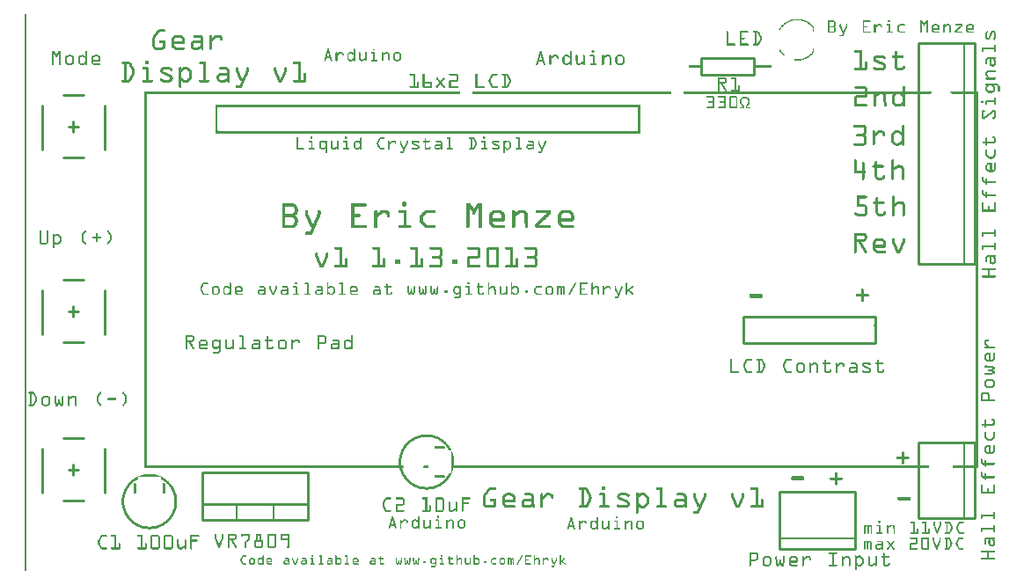
<source format=gto>
G04 MADE WITH FRITZING*
G04 WWW.FRITZING.ORG*
G04 DOUBLE SIDED*
G04 HOLES PLATED*
G04 CONTOUR ON CENTER OF CONTOUR VECTOR*
%ASAXBY*%
%FSLAX23Y23*%
%MOIN*%
%OFA0B0*%
%SFA1.0B1.0*%
%ADD10C,0.010000*%
%ADD11C,0.005000*%
%ADD12R,0.001000X0.001000*%
%LNSILK1*%
G90*
G70*
G54D10*
X229Y1571D02*
X150Y1571D01*
D02*
X307Y1768D02*
X307Y1601D01*
D02*
X71Y1768D02*
X71Y1601D01*
D02*
X229Y1807D02*
X150Y1807D01*
D02*
X209Y1689D02*
X170Y1689D01*
D02*
X189Y1670D02*
X189Y1709D01*
D02*
X229Y271D02*
X150Y271D01*
D02*
X307Y468D02*
X307Y301D01*
D02*
X71Y468D02*
X71Y301D01*
D02*
X229Y507D02*
X150Y507D01*
D02*
X209Y389D02*
X170Y389D01*
D02*
X189Y370D02*
X189Y409D01*
D02*
X229Y871D02*
X150Y871D01*
D02*
X307Y1068D02*
X307Y901D01*
D02*
X71Y1068D02*
X71Y901D01*
D02*
X229Y1107D02*
X150Y1107D01*
D02*
X209Y989D02*
X170Y989D01*
D02*
X189Y970D02*
X189Y1009D01*
D02*
X3390Y2005D02*
X3390Y1168D01*
D02*
X3390Y1168D02*
X3606Y1168D01*
D02*
X3606Y1168D02*
X3606Y2005D01*
D02*
X3606Y2005D02*
X3390Y2005D01*
G54D11*
D02*
X3566Y1168D02*
X3566Y2005D01*
G54D10*
D02*
X3390Y491D02*
X3390Y206D01*
D02*
X3390Y206D02*
X3606Y206D01*
D02*
X3606Y206D02*
X3606Y491D01*
D02*
X3606Y491D02*
X3390Y491D01*
G54D11*
D02*
X3566Y206D02*
X3566Y491D01*
G54D10*
D02*
X3152Y305D02*
X2866Y305D01*
D02*
X2866Y305D02*
X2866Y89D01*
D02*
X2866Y89D02*
X3152Y89D01*
D02*
X3152Y89D02*
X3152Y305D01*
G54D11*
D02*
X2866Y129D02*
X3152Y129D01*
G54D10*
D02*
X3228Y967D02*
X2728Y967D01*
D02*
X2728Y967D02*
X2728Y867D01*
D02*
X2728Y867D02*
X3228Y867D01*
D02*
X3228Y867D02*
X3228Y967D01*
D02*
X1078Y197D02*
X678Y197D01*
D02*
X678Y197D02*
X678Y377D01*
D02*
X678Y377D02*
X1078Y377D01*
D02*
X1078Y377D02*
X1078Y197D01*
D02*
X1078Y197D02*
X678Y197D01*
D02*
X678Y197D02*
X678Y257D01*
D02*
X678Y257D02*
X1078Y257D01*
D02*
X1078Y257D02*
X1078Y197D01*
G54D11*
D02*
X948Y197D02*
X948Y257D01*
D02*
X808Y197D02*
X808Y257D01*
G54D10*
D02*
X2768Y1884D02*
X2568Y1884D01*
D02*
X2568Y1884D02*
X2568Y1950D01*
D02*
X2568Y1950D02*
X2768Y1950D01*
D02*
X2768Y1950D02*
X2768Y1884D01*
G54D12*
X4Y2116D02*
X11Y2116D01*
X4Y2115D02*
X11Y2115D01*
X4Y2114D02*
X11Y2114D01*
X4Y2113D02*
X11Y2113D01*
X4Y2112D02*
X11Y2112D01*
X4Y2111D02*
X11Y2111D01*
X4Y2110D02*
X11Y2110D01*
X4Y2109D02*
X11Y2109D01*
X4Y2108D02*
X11Y2108D01*
X4Y2107D02*
X11Y2107D01*
X4Y2106D02*
X11Y2106D01*
X4Y2105D02*
X11Y2105D01*
X4Y2104D02*
X11Y2104D01*
X4Y2103D02*
X11Y2103D01*
X4Y2102D02*
X11Y2102D01*
X4Y2101D02*
X11Y2101D01*
X4Y2100D02*
X11Y2100D01*
X4Y2099D02*
X11Y2099D01*
X4Y2098D02*
X11Y2098D01*
X4Y2097D02*
X11Y2097D01*
X4Y2096D02*
X11Y2096D01*
X2922Y2096D02*
X2941Y2096D01*
X4Y2095D02*
X11Y2095D01*
X2916Y2095D02*
X2947Y2095D01*
X4Y2094D02*
X11Y2094D01*
X2912Y2094D02*
X2952Y2094D01*
X4Y2093D02*
X11Y2093D01*
X2908Y2093D02*
X2955Y2093D01*
X4Y2092D02*
X11Y2092D01*
X2905Y2092D02*
X2958Y2092D01*
X3277Y2092D02*
X3283Y2092D01*
X4Y2091D02*
X11Y2091D01*
X2903Y2091D02*
X2920Y2091D01*
X2943Y2091D02*
X2961Y2091D01*
X3276Y2091D02*
X3284Y2091D01*
X4Y2090D02*
X11Y2090D01*
X2900Y2090D02*
X2915Y2090D01*
X2948Y2090D02*
X2963Y2090D01*
X3049Y2090D02*
X3069Y2090D01*
X3180Y2090D02*
X3207Y2090D01*
X3276Y2090D02*
X3284Y2090D01*
X3398Y2090D02*
X3405Y2090D01*
X3420Y2090D02*
X3427Y2090D01*
X4Y2089D02*
X11Y2089D01*
X2898Y2089D02*
X2911Y2089D01*
X2952Y2089D02*
X2965Y2089D01*
X3049Y2089D02*
X3071Y2089D01*
X3180Y2089D02*
X3208Y2089D01*
X3276Y2089D02*
X3284Y2089D01*
X3398Y2089D02*
X3405Y2089D01*
X3419Y2089D02*
X3427Y2089D01*
X4Y2088D02*
X11Y2088D01*
X2896Y2088D02*
X2907Y2088D01*
X2955Y2088D02*
X2967Y2088D01*
X3049Y2088D02*
X3073Y2088D01*
X3180Y2088D02*
X3209Y2088D01*
X3276Y2088D02*
X3284Y2088D01*
X3398Y2088D02*
X3406Y2088D01*
X3419Y2088D02*
X3427Y2088D01*
X4Y2087D02*
X11Y2087D01*
X2894Y2087D02*
X2905Y2087D01*
X2958Y2087D02*
X2969Y2087D01*
X3049Y2087D02*
X3074Y2087D01*
X3180Y2087D02*
X3209Y2087D01*
X3276Y2087D02*
X3284Y2087D01*
X3398Y2087D02*
X3407Y2087D01*
X3418Y2087D02*
X3427Y2087D01*
X4Y2086D02*
X11Y2086D01*
X2892Y2086D02*
X2902Y2086D01*
X2961Y2086D02*
X2971Y2086D01*
X3049Y2086D02*
X3075Y2086D01*
X3180Y2086D02*
X3209Y2086D01*
X3276Y2086D02*
X3284Y2086D01*
X3398Y2086D02*
X3408Y2086D01*
X3417Y2086D02*
X3427Y2086D01*
X4Y2085D02*
X11Y2085D01*
X2891Y2085D02*
X2900Y2085D01*
X2963Y2085D02*
X2973Y2085D01*
X3049Y2085D02*
X3076Y2085D01*
X3180Y2085D02*
X3208Y2085D01*
X3277Y2085D02*
X3283Y2085D01*
X3398Y2085D02*
X3408Y2085D01*
X3417Y2085D02*
X3427Y2085D01*
X4Y2084D02*
X11Y2084D01*
X2889Y2084D02*
X2898Y2084D01*
X2965Y2084D02*
X2974Y2084D01*
X3049Y2084D02*
X3054Y2084D01*
X3068Y2084D02*
X3077Y2084D01*
X3180Y2084D02*
X3185Y2084D01*
X3398Y2084D02*
X3409Y2084D01*
X3416Y2084D02*
X3427Y2084D01*
X4Y2083D02*
X11Y2083D01*
X2887Y2083D02*
X2896Y2083D01*
X2967Y2083D02*
X2976Y2083D01*
X3049Y2083D02*
X3054Y2083D01*
X3070Y2083D02*
X3077Y2083D01*
X3180Y2083D02*
X3185Y2083D01*
X3398Y2083D02*
X3410Y2083D01*
X3415Y2083D02*
X3427Y2083D01*
X4Y2082D02*
X11Y2082D01*
X2886Y2082D02*
X2894Y2082D01*
X2969Y2082D02*
X2977Y2082D01*
X3049Y2082D02*
X3054Y2082D01*
X3072Y2082D02*
X3078Y2082D01*
X3180Y2082D02*
X3185Y2082D01*
X3398Y2082D02*
X3410Y2082D01*
X3415Y2082D02*
X3427Y2082D01*
X4Y2081D02*
X11Y2081D01*
X2885Y2081D02*
X2892Y2081D01*
X2970Y2081D02*
X2978Y2081D01*
X3049Y2081D02*
X3054Y2081D01*
X3072Y2081D02*
X3078Y2081D01*
X3180Y2081D02*
X3185Y2081D01*
X3398Y2081D02*
X3403Y2081D01*
X3405Y2081D02*
X3411Y2081D01*
X3414Y2081D02*
X3420Y2081D01*
X3422Y2081D02*
X3427Y2081D01*
X4Y2080D02*
X11Y2080D01*
X2883Y2080D02*
X2891Y2080D01*
X2972Y2080D02*
X2980Y2080D01*
X3049Y2080D02*
X3054Y2080D01*
X3073Y2080D02*
X3078Y2080D01*
X3180Y2080D02*
X3185Y2080D01*
X3398Y2080D02*
X3403Y2080D01*
X3405Y2080D02*
X3420Y2080D01*
X3422Y2080D02*
X3427Y2080D01*
X4Y2079D02*
X11Y2079D01*
X2882Y2079D02*
X2889Y2079D01*
X2973Y2079D02*
X2981Y2079D01*
X3049Y2079D02*
X3054Y2079D01*
X3073Y2079D02*
X3078Y2079D01*
X3180Y2079D02*
X3185Y2079D01*
X3398Y2079D02*
X3403Y2079D01*
X3406Y2079D02*
X3419Y2079D01*
X3422Y2079D02*
X3427Y2079D01*
X4Y2078D02*
X11Y2078D01*
X2881Y2078D02*
X2888Y2078D01*
X2975Y2078D02*
X2982Y2078D01*
X3049Y2078D02*
X3054Y2078D01*
X3073Y2078D02*
X3078Y2078D01*
X3180Y2078D02*
X3185Y2078D01*
X3398Y2078D02*
X3403Y2078D01*
X3407Y2078D02*
X3418Y2078D01*
X3422Y2078D02*
X3427Y2078D01*
X4Y2077D02*
X11Y2077D01*
X2880Y2077D02*
X2887Y2077D01*
X2976Y2077D02*
X2983Y2077D01*
X3049Y2077D02*
X3054Y2077D01*
X3073Y2077D02*
X3078Y2077D01*
X3094Y2077D02*
X3096Y2077D01*
X3118Y2077D02*
X3120Y2077D01*
X3180Y2077D02*
X3185Y2077D01*
X3225Y2077D02*
X3227Y2077D01*
X3237Y2077D02*
X3246Y2077D01*
X3272Y2077D02*
X3283Y2077D01*
X3322Y2077D02*
X3338Y2077D01*
X3398Y2077D02*
X3403Y2077D01*
X3407Y2077D02*
X3418Y2077D01*
X3422Y2077D02*
X3427Y2077D01*
X3450Y2077D02*
X3462Y2077D01*
X3487Y2077D02*
X3489Y2077D01*
X3499Y2077D02*
X3507Y2077D01*
X3532Y2077D02*
X3556Y2077D01*
X3581Y2077D02*
X3593Y2077D01*
X4Y2076D02*
X11Y2076D01*
X2878Y2076D02*
X2885Y2076D01*
X2978Y2076D02*
X2985Y2076D01*
X3049Y2076D02*
X3054Y2076D01*
X3073Y2076D02*
X3078Y2076D01*
X3093Y2076D02*
X3097Y2076D01*
X3117Y2076D02*
X3121Y2076D01*
X3180Y2076D02*
X3185Y2076D01*
X3224Y2076D02*
X3228Y2076D01*
X3236Y2076D02*
X3248Y2076D01*
X3271Y2076D02*
X3284Y2076D01*
X3320Y2076D02*
X3339Y2076D01*
X3398Y2076D02*
X3403Y2076D01*
X3408Y2076D02*
X3417Y2076D01*
X3422Y2076D02*
X3427Y2076D01*
X3448Y2076D02*
X3464Y2076D01*
X3486Y2076D02*
X3490Y2076D01*
X3497Y2076D02*
X3509Y2076D01*
X3531Y2076D02*
X3557Y2076D01*
X3579Y2076D02*
X3595Y2076D01*
X4Y2075D02*
X11Y2075D01*
X2877Y2075D02*
X2884Y2075D01*
X2979Y2075D02*
X2986Y2075D01*
X3049Y2075D02*
X3054Y2075D01*
X3073Y2075D02*
X3078Y2075D01*
X3093Y2075D02*
X3098Y2075D01*
X3117Y2075D02*
X3122Y2075D01*
X3180Y2075D02*
X3185Y2075D01*
X3224Y2075D02*
X3228Y2075D01*
X3235Y2075D02*
X3250Y2075D01*
X3270Y2075D02*
X3284Y2075D01*
X3318Y2075D02*
X3340Y2075D01*
X3398Y2075D02*
X3403Y2075D01*
X3409Y2075D02*
X3416Y2075D01*
X3422Y2075D02*
X3427Y2075D01*
X3447Y2075D02*
X3466Y2075D01*
X3485Y2075D02*
X3490Y2075D01*
X3495Y2075D02*
X3511Y2075D01*
X3530Y2075D02*
X3558Y2075D01*
X3577Y2075D02*
X3596Y2075D01*
X4Y2074D02*
X11Y2074D01*
X2876Y2074D02*
X2883Y2074D01*
X2980Y2074D02*
X2987Y2074D01*
X3049Y2074D02*
X3054Y2074D01*
X3073Y2074D02*
X3078Y2074D01*
X3093Y2074D02*
X3098Y2074D01*
X3117Y2074D02*
X3122Y2074D01*
X3180Y2074D02*
X3185Y2074D01*
X3223Y2074D02*
X3229Y2074D01*
X3233Y2074D02*
X3251Y2074D01*
X3270Y2074D02*
X3284Y2074D01*
X3317Y2074D02*
X3340Y2074D01*
X3398Y2074D02*
X3403Y2074D01*
X3409Y2074D02*
X3415Y2074D01*
X3422Y2074D02*
X3427Y2074D01*
X3445Y2074D02*
X3467Y2074D01*
X3485Y2074D02*
X3490Y2074D01*
X3494Y2074D02*
X3511Y2074D01*
X3530Y2074D02*
X3558Y2074D01*
X3576Y2074D02*
X3598Y2074D01*
X4Y2073D02*
X11Y2073D01*
X2875Y2073D02*
X2882Y2073D01*
X2981Y2073D02*
X2988Y2073D01*
X3049Y2073D02*
X3054Y2073D01*
X3072Y2073D02*
X3078Y2073D01*
X3093Y2073D02*
X3098Y2073D01*
X3117Y2073D02*
X3122Y2073D01*
X3180Y2073D02*
X3185Y2073D01*
X3223Y2073D02*
X3229Y2073D01*
X3232Y2073D02*
X3251Y2073D01*
X3270Y2073D02*
X3284Y2073D01*
X3316Y2073D02*
X3339Y2073D01*
X3398Y2073D02*
X3403Y2073D01*
X3410Y2073D02*
X3415Y2073D01*
X3422Y2073D02*
X3427Y2073D01*
X3444Y2073D02*
X3468Y2073D01*
X3485Y2073D02*
X3490Y2073D01*
X3492Y2073D02*
X3512Y2073D01*
X3530Y2073D02*
X3558Y2073D01*
X3575Y2073D02*
X3599Y2073D01*
X4Y2072D02*
X11Y2072D01*
X2874Y2072D02*
X2881Y2072D01*
X2982Y2072D02*
X2989Y2072D01*
X3049Y2072D02*
X3054Y2072D01*
X3072Y2072D02*
X3078Y2072D01*
X3093Y2072D02*
X3098Y2072D01*
X3117Y2072D02*
X3122Y2072D01*
X3180Y2072D02*
X3185Y2072D01*
X3223Y2072D02*
X3229Y2072D01*
X3231Y2072D02*
X3252Y2072D01*
X3271Y2072D02*
X3284Y2072D01*
X3315Y2072D02*
X3339Y2072D01*
X3398Y2072D02*
X3403Y2072D01*
X3410Y2072D02*
X3415Y2072D01*
X3422Y2072D02*
X3427Y2072D01*
X3443Y2072D02*
X3469Y2072D01*
X3485Y2072D02*
X3513Y2072D01*
X3531Y2072D02*
X3558Y2072D01*
X3574Y2072D02*
X3600Y2072D01*
X4Y2071D02*
X11Y2071D01*
X2873Y2071D02*
X2880Y2071D01*
X2983Y2071D02*
X2990Y2071D01*
X3049Y2071D02*
X3054Y2071D01*
X3071Y2071D02*
X3077Y2071D01*
X3093Y2071D02*
X3098Y2071D01*
X3117Y2071D02*
X3122Y2071D01*
X3180Y2071D02*
X3185Y2071D01*
X3223Y2071D02*
X3238Y2071D01*
X3246Y2071D02*
X3252Y2071D01*
X3279Y2071D02*
X3284Y2071D01*
X3314Y2071D02*
X3323Y2071D01*
X3398Y2071D02*
X3403Y2071D01*
X3410Y2071D02*
X3415Y2071D01*
X3422Y2071D02*
X3427Y2071D01*
X3443Y2071D02*
X3450Y2071D01*
X3462Y2071D02*
X3469Y2071D01*
X3485Y2071D02*
X3500Y2071D01*
X3507Y2071D02*
X3513Y2071D01*
X3550Y2071D02*
X3558Y2071D01*
X3574Y2071D02*
X3581Y2071D01*
X3593Y2071D02*
X3600Y2071D01*
X4Y2070D02*
X11Y2070D01*
X2873Y2070D02*
X2879Y2070D01*
X2984Y2070D02*
X2990Y2070D01*
X3049Y2070D02*
X3054Y2070D01*
X3069Y2070D02*
X3077Y2070D01*
X3093Y2070D02*
X3098Y2070D01*
X3117Y2070D02*
X3122Y2070D01*
X3180Y2070D02*
X3185Y2070D01*
X3223Y2070D02*
X3237Y2070D01*
X3247Y2070D02*
X3252Y2070D01*
X3279Y2070D02*
X3284Y2070D01*
X3313Y2070D02*
X3321Y2070D01*
X3398Y2070D02*
X3403Y2070D01*
X3410Y2070D02*
X3414Y2070D01*
X3422Y2070D02*
X3427Y2070D01*
X3442Y2070D02*
X3449Y2070D01*
X3463Y2070D02*
X3470Y2070D01*
X3485Y2070D02*
X3498Y2070D01*
X3508Y2070D02*
X3513Y2070D01*
X3550Y2070D02*
X3557Y2070D01*
X3573Y2070D02*
X3580Y2070D01*
X3594Y2070D02*
X3601Y2070D01*
X4Y2069D02*
X11Y2069D01*
X2872Y2069D02*
X2878Y2069D01*
X2985Y2069D02*
X2991Y2069D01*
X3049Y2069D02*
X3076Y2069D01*
X3093Y2069D02*
X3098Y2069D01*
X3116Y2069D02*
X3122Y2069D01*
X3180Y2069D02*
X3196Y2069D01*
X3223Y2069D02*
X3236Y2069D01*
X3247Y2069D02*
X3253Y2069D01*
X3279Y2069D02*
X3284Y2069D01*
X3312Y2069D02*
X3320Y2069D01*
X3398Y2069D02*
X3403Y2069D01*
X3412Y2069D02*
X3413Y2069D01*
X3422Y2069D02*
X3427Y2069D01*
X3442Y2069D02*
X3448Y2069D01*
X3464Y2069D02*
X3470Y2069D01*
X3485Y2069D02*
X3496Y2069D01*
X3508Y2069D02*
X3513Y2069D01*
X3548Y2069D02*
X3556Y2069D01*
X3573Y2069D02*
X3579Y2069D01*
X3595Y2069D02*
X3601Y2069D01*
X4Y2068D02*
X11Y2068D01*
X2871Y2068D02*
X2877Y2068D01*
X2986Y2068D02*
X2992Y2068D01*
X3049Y2068D02*
X3075Y2068D01*
X3093Y2068D02*
X3099Y2068D01*
X3116Y2068D02*
X3122Y2068D01*
X3180Y2068D02*
X3197Y2068D01*
X3223Y2068D02*
X3235Y2068D01*
X3247Y2068D02*
X3253Y2068D01*
X3279Y2068D02*
X3284Y2068D01*
X3312Y2068D02*
X3319Y2068D01*
X3398Y2068D02*
X3403Y2068D01*
X3422Y2068D02*
X3427Y2068D01*
X3442Y2068D02*
X3447Y2068D01*
X3465Y2068D02*
X3471Y2068D01*
X3485Y2068D02*
X3495Y2068D01*
X3508Y2068D02*
X3513Y2068D01*
X3547Y2068D02*
X3555Y2068D01*
X3572Y2068D02*
X3578Y2068D01*
X3596Y2068D02*
X3601Y2068D01*
X4Y2067D02*
X11Y2067D01*
X2870Y2067D02*
X2876Y2067D01*
X2987Y2067D02*
X2993Y2067D01*
X3049Y2067D02*
X3074Y2067D01*
X3093Y2067D02*
X3099Y2067D01*
X3115Y2067D02*
X3121Y2067D01*
X3180Y2067D02*
X3197Y2067D01*
X3223Y2067D02*
X3234Y2067D01*
X3247Y2067D02*
X3253Y2067D01*
X3279Y2067D02*
X3284Y2067D01*
X3311Y2067D02*
X3318Y2067D01*
X3398Y2067D02*
X3403Y2067D01*
X3422Y2067D02*
X3427Y2067D01*
X3441Y2067D02*
X3447Y2067D01*
X3465Y2067D02*
X3471Y2067D01*
X3485Y2067D02*
X3493Y2067D01*
X3508Y2067D02*
X3514Y2067D01*
X3546Y2067D02*
X3554Y2067D01*
X3572Y2067D02*
X3577Y2067D01*
X3596Y2067D02*
X3601Y2067D01*
X4Y2066D02*
X11Y2066D01*
X2869Y2066D02*
X2875Y2066D01*
X2988Y2066D02*
X2994Y2066D01*
X3049Y2066D02*
X3075Y2066D01*
X3094Y2066D02*
X3099Y2066D01*
X3115Y2066D02*
X3121Y2066D01*
X3180Y2066D02*
X3197Y2066D01*
X3223Y2066D02*
X3232Y2066D01*
X3248Y2066D02*
X3253Y2066D01*
X3279Y2066D02*
X3284Y2066D01*
X3311Y2066D02*
X3317Y2066D01*
X3398Y2066D02*
X3403Y2066D01*
X3422Y2066D02*
X3427Y2066D01*
X3441Y2066D02*
X3447Y2066D01*
X3466Y2066D02*
X3471Y2066D01*
X3485Y2066D02*
X3492Y2066D01*
X3508Y2066D02*
X3514Y2066D01*
X3545Y2066D02*
X3553Y2066D01*
X3572Y2066D02*
X3577Y2066D01*
X3596Y2066D02*
X3601Y2066D01*
X4Y2065D02*
X11Y2065D01*
X2869Y2065D02*
X2874Y2065D01*
X2989Y2065D02*
X2995Y2065D01*
X3049Y2065D02*
X3076Y2065D01*
X3094Y2065D02*
X3100Y2065D01*
X3114Y2065D02*
X3120Y2065D01*
X3180Y2065D02*
X3196Y2065D01*
X3223Y2065D02*
X3231Y2065D01*
X3248Y2065D02*
X3252Y2065D01*
X3279Y2065D02*
X3284Y2065D01*
X3311Y2065D02*
X3316Y2065D01*
X3398Y2065D02*
X3403Y2065D01*
X3422Y2065D02*
X3427Y2065D01*
X3441Y2065D02*
X3447Y2065D01*
X3466Y2065D02*
X3471Y2065D01*
X3485Y2065D02*
X3490Y2065D01*
X3508Y2065D02*
X3514Y2065D01*
X3544Y2065D02*
X3552Y2065D01*
X3572Y2065D02*
X3577Y2065D01*
X3596Y2065D02*
X3601Y2065D01*
X4Y2064D02*
X11Y2064D01*
X2868Y2064D02*
X2873Y2064D01*
X2990Y2064D02*
X2995Y2064D01*
X3049Y2064D02*
X3076Y2064D01*
X3095Y2064D02*
X3100Y2064D01*
X3114Y2064D02*
X3120Y2064D01*
X3180Y2064D02*
X3195Y2064D01*
X3223Y2064D02*
X3230Y2064D01*
X3249Y2064D02*
X3251Y2064D01*
X3279Y2064D02*
X3284Y2064D01*
X3311Y2064D02*
X3316Y2064D01*
X3398Y2064D02*
X3403Y2064D01*
X3422Y2064D02*
X3427Y2064D01*
X3441Y2064D02*
X3447Y2064D01*
X3466Y2064D02*
X3471Y2064D01*
X3485Y2064D02*
X3490Y2064D01*
X3508Y2064D02*
X3514Y2064D01*
X3543Y2064D02*
X3551Y2064D01*
X3572Y2064D02*
X3577Y2064D01*
X3596Y2064D02*
X3601Y2064D01*
X4Y2063D02*
X11Y2063D01*
X2867Y2063D02*
X2872Y2063D01*
X2991Y2063D02*
X2995Y2063D01*
X3049Y2063D02*
X3054Y2063D01*
X3070Y2063D02*
X3077Y2063D01*
X3095Y2063D02*
X3101Y2063D01*
X3114Y2063D02*
X3119Y2063D01*
X3180Y2063D02*
X3185Y2063D01*
X3223Y2063D02*
X3229Y2063D01*
X3279Y2063D02*
X3284Y2063D01*
X3311Y2063D02*
X3316Y2063D01*
X3398Y2063D02*
X3403Y2063D01*
X3422Y2063D02*
X3427Y2063D01*
X3441Y2063D02*
X3447Y2063D01*
X3466Y2063D02*
X3471Y2063D01*
X3485Y2063D02*
X3490Y2063D01*
X3509Y2063D02*
X3514Y2063D01*
X3542Y2063D02*
X3550Y2063D01*
X3572Y2063D02*
X3577Y2063D01*
X3596Y2063D02*
X3601Y2063D01*
X4Y2062D02*
X11Y2062D01*
X2866Y2062D02*
X2872Y2062D01*
X2991Y2062D02*
X2995Y2062D01*
X3049Y2062D02*
X3054Y2062D01*
X3071Y2062D02*
X3077Y2062D01*
X3096Y2062D02*
X3101Y2062D01*
X3113Y2062D02*
X3119Y2062D01*
X3180Y2062D02*
X3185Y2062D01*
X3223Y2062D02*
X3229Y2062D01*
X3279Y2062D02*
X3284Y2062D01*
X3311Y2062D02*
X3316Y2062D01*
X3398Y2062D02*
X3403Y2062D01*
X3422Y2062D02*
X3427Y2062D01*
X3441Y2062D02*
X3447Y2062D01*
X3465Y2062D02*
X3471Y2062D01*
X3485Y2062D02*
X3490Y2062D01*
X3509Y2062D02*
X3514Y2062D01*
X3541Y2062D02*
X3549Y2062D01*
X3572Y2062D02*
X3578Y2062D01*
X3596Y2062D02*
X3601Y2062D01*
X4Y2061D02*
X11Y2061D01*
X2866Y2061D02*
X2871Y2061D01*
X2991Y2061D02*
X2995Y2061D01*
X3049Y2061D02*
X3054Y2061D01*
X3072Y2061D02*
X3078Y2061D01*
X3096Y2061D02*
X3102Y2061D01*
X3113Y2061D02*
X3118Y2061D01*
X3180Y2061D02*
X3185Y2061D01*
X3223Y2061D02*
X3229Y2061D01*
X3279Y2061D02*
X3284Y2061D01*
X3311Y2061D02*
X3316Y2061D01*
X3398Y2061D02*
X3403Y2061D01*
X3422Y2061D02*
X3427Y2061D01*
X3441Y2061D02*
X3471Y2061D01*
X3485Y2061D02*
X3490Y2061D01*
X3509Y2061D02*
X3514Y2061D01*
X3540Y2061D02*
X3548Y2061D01*
X3572Y2061D02*
X3601Y2061D01*
X4Y2060D02*
X11Y2060D01*
X2865Y2060D02*
X2870Y2060D01*
X2991Y2060D02*
X2995Y2060D01*
X3049Y2060D02*
X3054Y2060D01*
X3073Y2060D02*
X3078Y2060D01*
X3096Y2060D02*
X3102Y2060D01*
X3112Y2060D02*
X3118Y2060D01*
X3180Y2060D02*
X3185Y2060D01*
X3223Y2060D02*
X3229Y2060D01*
X3279Y2060D02*
X3284Y2060D01*
X3311Y2060D02*
X3316Y2060D01*
X3398Y2060D02*
X3403Y2060D01*
X3422Y2060D02*
X3427Y2060D01*
X3441Y2060D02*
X3471Y2060D01*
X3485Y2060D02*
X3490Y2060D01*
X3509Y2060D02*
X3514Y2060D01*
X3539Y2060D02*
X3547Y2060D01*
X3572Y2060D02*
X3601Y2060D01*
X4Y2059D02*
X11Y2059D01*
X2864Y2059D02*
X2870Y2059D01*
X2991Y2059D02*
X2995Y2059D01*
X3049Y2059D02*
X3054Y2059D01*
X3073Y2059D02*
X3078Y2059D01*
X3097Y2059D02*
X3103Y2059D01*
X3112Y2059D02*
X3118Y2059D01*
X3180Y2059D02*
X3185Y2059D01*
X3223Y2059D02*
X3229Y2059D01*
X3279Y2059D02*
X3284Y2059D01*
X3311Y2059D02*
X3316Y2059D01*
X3398Y2059D02*
X3403Y2059D01*
X3422Y2059D02*
X3427Y2059D01*
X3441Y2059D02*
X3471Y2059D01*
X3485Y2059D02*
X3490Y2059D01*
X3509Y2059D02*
X3514Y2059D01*
X3538Y2059D02*
X3546Y2059D01*
X3572Y2059D02*
X3601Y2059D01*
X4Y2058D02*
X11Y2058D01*
X2864Y2058D02*
X2869Y2058D01*
X2991Y2058D02*
X2995Y2058D01*
X3049Y2058D02*
X3054Y2058D01*
X3073Y2058D02*
X3078Y2058D01*
X3097Y2058D02*
X3103Y2058D01*
X3111Y2058D02*
X3117Y2058D01*
X3180Y2058D02*
X3185Y2058D01*
X3223Y2058D02*
X3229Y2058D01*
X3279Y2058D02*
X3284Y2058D01*
X3311Y2058D02*
X3316Y2058D01*
X3398Y2058D02*
X3403Y2058D01*
X3422Y2058D02*
X3427Y2058D01*
X3441Y2058D02*
X3470Y2058D01*
X3485Y2058D02*
X3490Y2058D01*
X3509Y2058D02*
X3514Y2058D01*
X3537Y2058D02*
X3545Y2058D01*
X3572Y2058D02*
X3601Y2058D01*
X4Y2057D02*
X11Y2057D01*
X514Y2057D02*
X535Y2057D01*
X2863Y2057D02*
X2868Y2057D01*
X2991Y2057D02*
X2995Y2057D01*
X3049Y2057D02*
X3054Y2057D01*
X3073Y2057D02*
X3078Y2057D01*
X3098Y2057D02*
X3103Y2057D01*
X3111Y2057D02*
X3117Y2057D01*
X3180Y2057D02*
X3185Y2057D01*
X3223Y2057D02*
X3229Y2057D01*
X3279Y2057D02*
X3284Y2057D01*
X3311Y2057D02*
X3316Y2057D01*
X3398Y2057D02*
X3403Y2057D01*
X3422Y2057D02*
X3427Y2057D01*
X3441Y2057D02*
X3470Y2057D01*
X3485Y2057D02*
X3490Y2057D01*
X3509Y2057D02*
X3514Y2057D01*
X3536Y2057D02*
X3544Y2057D01*
X3572Y2057D02*
X3601Y2057D01*
X4Y2056D02*
X11Y2056D01*
X512Y2056D02*
X537Y2056D01*
X2863Y2056D02*
X2868Y2056D01*
X2991Y2056D02*
X2995Y2056D01*
X3049Y2056D02*
X3054Y2056D01*
X3073Y2056D02*
X3078Y2056D01*
X3098Y2056D02*
X3104Y2056D01*
X3111Y2056D02*
X3116Y2056D01*
X3180Y2056D02*
X3185Y2056D01*
X3223Y2056D02*
X3229Y2056D01*
X3279Y2056D02*
X3284Y2056D01*
X3311Y2056D02*
X3316Y2056D01*
X3398Y2056D02*
X3403Y2056D01*
X3422Y2056D02*
X3427Y2056D01*
X3441Y2056D02*
X3468Y2056D01*
X3485Y2056D02*
X3490Y2056D01*
X3509Y2056D02*
X3514Y2056D01*
X3535Y2056D02*
X3543Y2056D01*
X3572Y2056D02*
X3599Y2056D01*
X4Y2055D02*
X11Y2055D01*
X510Y2055D02*
X537Y2055D01*
X2863Y2055D02*
X2867Y2055D01*
X2991Y2055D02*
X2995Y2055D01*
X3049Y2055D02*
X3054Y2055D01*
X3073Y2055D02*
X3078Y2055D01*
X3099Y2055D02*
X3104Y2055D01*
X3110Y2055D02*
X3116Y2055D01*
X3180Y2055D02*
X3185Y2055D01*
X3223Y2055D02*
X3229Y2055D01*
X3279Y2055D02*
X3284Y2055D01*
X3311Y2055D02*
X3316Y2055D01*
X3398Y2055D02*
X3403Y2055D01*
X3422Y2055D02*
X3427Y2055D01*
X3441Y2055D02*
X3447Y2055D01*
X3485Y2055D02*
X3490Y2055D01*
X3509Y2055D02*
X3514Y2055D01*
X3534Y2055D02*
X3542Y2055D01*
X3572Y2055D02*
X3577Y2055D01*
X4Y2054D02*
X11Y2054D01*
X509Y2054D02*
X538Y2054D01*
X2864Y2054D02*
X2866Y2054D01*
X2991Y2054D02*
X2995Y2054D01*
X3049Y2054D02*
X3054Y2054D01*
X3073Y2054D02*
X3078Y2054D01*
X3099Y2054D02*
X3105Y2054D01*
X3110Y2054D02*
X3115Y2054D01*
X3180Y2054D02*
X3185Y2054D01*
X3223Y2054D02*
X3229Y2054D01*
X3279Y2054D02*
X3284Y2054D01*
X3311Y2054D02*
X3317Y2054D01*
X3398Y2054D02*
X3403Y2054D01*
X3422Y2054D02*
X3427Y2054D01*
X3441Y2054D02*
X3447Y2054D01*
X3485Y2054D02*
X3490Y2054D01*
X3509Y2054D02*
X3514Y2054D01*
X3533Y2054D02*
X3541Y2054D01*
X3572Y2054D02*
X3577Y2054D01*
X4Y2053D02*
X11Y2053D01*
X508Y2053D02*
X538Y2053D01*
X2991Y2053D02*
X2995Y2053D01*
X3049Y2053D02*
X3054Y2053D01*
X3073Y2053D02*
X3078Y2053D01*
X3099Y2053D02*
X3105Y2053D01*
X3109Y2053D02*
X3115Y2053D01*
X3180Y2053D02*
X3185Y2053D01*
X3223Y2053D02*
X3229Y2053D01*
X3279Y2053D02*
X3284Y2053D01*
X3311Y2053D02*
X3318Y2053D01*
X3398Y2053D02*
X3403Y2053D01*
X3422Y2053D02*
X3427Y2053D01*
X3442Y2053D02*
X3447Y2053D01*
X3485Y2053D02*
X3490Y2053D01*
X3509Y2053D02*
X3514Y2053D01*
X3532Y2053D02*
X3540Y2053D01*
X3572Y2053D02*
X3578Y2053D01*
X4Y2052D02*
X11Y2052D01*
X507Y2052D02*
X538Y2052D01*
X2991Y2052D02*
X2995Y2052D01*
X3049Y2052D02*
X3054Y2052D01*
X3072Y2052D02*
X3078Y2052D01*
X3100Y2052D02*
X3106Y2052D01*
X3109Y2052D02*
X3115Y2052D01*
X3180Y2052D02*
X3185Y2052D01*
X3223Y2052D02*
X3229Y2052D01*
X3279Y2052D02*
X3284Y2052D01*
X3312Y2052D02*
X3320Y2052D01*
X3398Y2052D02*
X3403Y2052D01*
X3422Y2052D02*
X3427Y2052D01*
X3442Y2052D02*
X3447Y2052D01*
X3485Y2052D02*
X3490Y2052D01*
X3509Y2052D02*
X3514Y2052D01*
X3531Y2052D02*
X3539Y2052D01*
X3572Y2052D02*
X3578Y2052D01*
X4Y2051D02*
X11Y2051D01*
X506Y2051D02*
X538Y2051D01*
X2991Y2051D02*
X2995Y2051D01*
X3049Y2051D02*
X3054Y2051D01*
X3071Y2051D02*
X3077Y2051D01*
X3100Y2051D02*
X3114Y2051D01*
X3180Y2051D02*
X3185Y2051D01*
X3223Y2051D02*
X3229Y2051D01*
X3279Y2051D02*
X3284Y2051D01*
X3313Y2051D02*
X3321Y2051D01*
X3398Y2051D02*
X3403Y2051D01*
X3422Y2051D02*
X3427Y2051D01*
X3442Y2051D02*
X3448Y2051D01*
X3485Y2051D02*
X3490Y2051D01*
X3509Y2051D02*
X3514Y2051D01*
X3530Y2051D02*
X3538Y2051D01*
X3573Y2051D02*
X3579Y2051D01*
X3672Y2051D02*
X3676Y2051D01*
X4Y2050D02*
X11Y2050D01*
X506Y2050D02*
X537Y2050D01*
X2666Y2050D02*
X2667Y2050D01*
X2714Y2050D02*
X2745Y2050D01*
X2766Y2050D02*
X2781Y2050D01*
X2992Y2050D02*
X2995Y2050D01*
X3049Y2050D02*
X3054Y2050D01*
X3070Y2050D02*
X3077Y2050D01*
X3101Y2050D02*
X3114Y2050D01*
X3180Y2050D02*
X3185Y2050D01*
X3223Y2050D02*
X3229Y2050D01*
X3279Y2050D02*
X3284Y2050D01*
X3313Y2050D02*
X3322Y2050D01*
X3398Y2050D02*
X3403Y2050D01*
X3422Y2050D02*
X3427Y2050D01*
X3442Y2050D02*
X3450Y2050D01*
X3485Y2050D02*
X3490Y2050D01*
X3509Y2050D02*
X3514Y2050D01*
X3529Y2050D02*
X3537Y2050D01*
X3573Y2050D02*
X3580Y2050D01*
X3650Y2050D02*
X3653Y2050D01*
X3669Y2050D02*
X3679Y2050D01*
X4Y2049D02*
X11Y2049D01*
X505Y2049D02*
X537Y2049D01*
X2665Y2049D02*
X2669Y2049D01*
X2714Y2049D02*
X2747Y2049D01*
X2765Y2049D02*
X2784Y2049D01*
X2994Y2049D02*
X2994Y2049D01*
X3049Y2049D02*
X3076Y2049D01*
X3101Y2049D02*
X3113Y2049D01*
X3180Y2049D02*
X3207Y2049D01*
X3223Y2049D02*
X3229Y2049D01*
X3272Y2049D02*
X3291Y2049D01*
X3315Y2049D02*
X3338Y2049D01*
X3398Y2049D02*
X3403Y2049D01*
X3422Y2049D02*
X3427Y2049D01*
X3443Y2049D02*
X3468Y2049D01*
X3485Y2049D02*
X3490Y2049D01*
X3509Y2049D02*
X3514Y2049D01*
X3529Y2049D02*
X3556Y2049D01*
X3574Y2049D02*
X3599Y2049D01*
X3649Y2049D02*
X3654Y2049D01*
X3668Y2049D02*
X3680Y2049D01*
X4Y2048D02*
X11Y2048D01*
X504Y2048D02*
X535Y2048D01*
X2664Y2048D02*
X2670Y2048D01*
X2714Y2048D02*
X2747Y2048D01*
X2764Y2048D02*
X2786Y2048D01*
X3049Y2048D02*
X3076Y2048D01*
X3102Y2048D02*
X3113Y2048D01*
X3180Y2048D02*
X3208Y2048D01*
X3223Y2048D02*
X3229Y2048D01*
X3271Y2048D02*
X3292Y2048D01*
X3316Y2048D02*
X3339Y2048D01*
X3398Y2048D02*
X3403Y2048D01*
X3422Y2048D02*
X3427Y2048D01*
X3444Y2048D02*
X3470Y2048D01*
X3485Y2048D02*
X3490Y2048D01*
X3509Y2048D02*
X3514Y2048D01*
X3529Y2048D02*
X3557Y2048D01*
X3574Y2048D02*
X3601Y2048D01*
X3648Y2048D02*
X3655Y2048D01*
X3667Y2048D02*
X3681Y2048D01*
X4Y2047D02*
X11Y2047D01*
X503Y2047D02*
X516Y2047D01*
X2664Y2047D02*
X2670Y2047D01*
X2714Y2047D02*
X2748Y2047D01*
X2764Y2047D02*
X2787Y2047D01*
X3049Y2047D02*
X3075Y2047D01*
X3102Y2047D02*
X3112Y2047D01*
X3180Y2047D02*
X3209Y2047D01*
X3223Y2047D02*
X3229Y2047D01*
X3270Y2047D02*
X3293Y2047D01*
X3317Y2047D02*
X3340Y2047D01*
X3398Y2047D02*
X3403Y2047D01*
X3422Y2047D02*
X3427Y2047D01*
X3445Y2047D02*
X3470Y2047D01*
X3485Y2047D02*
X3490Y2047D01*
X3509Y2047D02*
X3514Y2047D01*
X3529Y2047D02*
X3558Y2047D01*
X3576Y2047D02*
X3601Y2047D01*
X3647Y2047D02*
X3655Y2047D01*
X3666Y2047D02*
X3682Y2047D01*
X4Y2046D02*
X11Y2046D01*
X502Y2046D02*
X514Y2046D01*
X2664Y2046D02*
X2670Y2046D01*
X2714Y2046D02*
X2748Y2046D01*
X2764Y2046D02*
X2788Y2046D01*
X3049Y2046D02*
X3074Y2046D01*
X3103Y2046D02*
X3112Y2046D01*
X3180Y2046D02*
X3209Y2046D01*
X3223Y2046D02*
X3229Y2046D01*
X3270Y2046D02*
X3293Y2046D01*
X3318Y2046D02*
X3340Y2046D01*
X3398Y2046D02*
X3403Y2046D01*
X3422Y2046D02*
X3427Y2046D01*
X3446Y2046D02*
X3471Y2046D01*
X3485Y2046D02*
X3490Y2046D01*
X3509Y2046D02*
X3514Y2046D01*
X3529Y2046D02*
X3558Y2046D01*
X3577Y2046D02*
X3601Y2046D01*
X3647Y2046D02*
X3654Y2046D01*
X3665Y2046D02*
X3683Y2046D01*
X4Y2045D02*
X11Y2045D01*
X502Y2045D02*
X514Y2045D01*
X2664Y2045D02*
X2670Y2045D01*
X2714Y2045D02*
X2747Y2045D01*
X2764Y2045D02*
X2788Y2045D01*
X3049Y2045D02*
X3073Y2045D01*
X3106Y2045D02*
X3111Y2045D01*
X3180Y2045D02*
X3209Y2045D01*
X3224Y2045D02*
X3228Y2045D01*
X3270Y2045D02*
X3293Y2045D01*
X3319Y2045D02*
X3340Y2045D01*
X3398Y2045D02*
X3403Y2045D01*
X3422Y2045D02*
X3427Y2045D01*
X3447Y2045D02*
X3470Y2045D01*
X3485Y2045D02*
X3490Y2045D01*
X3509Y2045D02*
X3514Y2045D01*
X3529Y2045D02*
X3558Y2045D01*
X3578Y2045D02*
X3601Y2045D01*
X3646Y2045D02*
X3654Y2045D01*
X3665Y2045D02*
X3683Y2045D01*
X4Y2044D02*
X11Y2044D01*
X501Y2044D02*
X513Y2044D01*
X2664Y2044D02*
X2670Y2044D01*
X2714Y2044D02*
X2746Y2044D01*
X2765Y2044D02*
X2789Y2044D01*
X3049Y2044D02*
X3071Y2044D01*
X3105Y2044D02*
X3111Y2044D01*
X3180Y2044D02*
X3208Y2044D01*
X3224Y2044D02*
X3228Y2044D01*
X3271Y2044D02*
X3292Y2044D01*
X3321Y2044D02*
X3339Y2044D01*
X3399Y2044D02*
X3402Y2044D01*
X3423Y2044D02*
X3426Y2044D01*
X3449Y2044D02*
X3470Y2044D01*
X3486Y2044D02*
X3489Y2044D01*
X3510Y2044D02*
X3513Y2044D01*
X3530Y2044D02*
X3557Y2044D01*
X3579Y2044D02*
X3601Y2044D01*
X3646Y2044D02*
X3653Y2044D01*
X3664Y2044D02*
X3672Y2044D01*
X3676Y2044D02*
X3684Y2044D01*
X4Y2043D02*
X11Y2043D01*
X500Y2043D02*
X512Y2043D01*
X2664Y2043D02*
X2670Y2043D01*
X2714Y2043D02*
X2720Y2043D01*
X2771Y2043D02*
X2777Y2043D01*
X2781Y2043D02*
X2789Y2043D01*
X3105Y2043D02*
X3111Y2043D01*
X3646Y2043D02*
X3652Y2043D01*
X3664Y2043D02*
X3671Y2043D01*
X3677Y2043D02*
X3684Y2043D01*
X4Y2042D02*
X11Y2042D01*
X499Y2042D02*
X511Y2042D01*
X2664Y2042D02*
X2670Y2042D01*
X2714Y2042D02*
X2720Y2042D01*
X2771Y2042D02*
X2777Y2042D01*
X2783Y2042D02*
X2790Y2042D01*
X3104Y2042D02*
X3110Y2042D01*
X3646Y2042D02*
X3652Y2042D01*
X3663Y2042D02*
X3670Y2042D01*
X3678Y2042D02*
X3684Y2042D01*
X4Y2041D02*
X11Y2041D01*
X499Y2041D02*
X510Y2041D01*
X2664Y2041D02*
X2670Y2041D01*
X2714Y2041D02*
X2720Y2041D01*
X2771Y2041D02*
X2777Y2041D01*
X2784Y2041D02*
X2790Y2041D01*
X3104Y2041D02*
X3110Y2041D01*
X3646Y2041D02*
X3652Y2041D01*
X3663Y2041D02*
X3670Y2041D01*
X3678Y2041D02*
X3684Y2041D01*
X4Y2040D02*
X11Y2040D01*
X498Y2040D02*
X510Y2040D01*
X2664Y2040D02*
X2670Y2040D01*
X2714Y2040D02*
X2720Y2040D01*
X2771Y2040D02*
X2777Y2040D01*
X2784Y2040D02*
X2791Y2040D01*
X3104Y2040D02*
X3109Y2040D01*
X3646Y2040D02*
X3652Y2040D01*
X3663Y2040D02*
X3669Y2040D01*
X3678Y2040D02*
X3684Y2040D01*
X4Y2039D02*
X11Y2039D01*
X497Y2039D02*
X509Y2039D01*
X2664Y2039D02*
X2670Y2039D01*
X2714Y2039D02*
X2720Y2039D01*
X2771Y2039D02*
X2777Y2039D01*
X2785Y2039D02*
X2791Y2039D01*
X3103Y2039D02*
X3109Y2039D01*
X3646Y2039D02*
X3652Y2039D01*
X3662Y2039D02*
X3669Y2039D01*
X3678Y2039D02*
X3684Y2039D01*
X4Y2038D02*
X11Y2038D01*
X496Y2038D02*
X508Y2038D01*
X2664Y2038D02*
X2670Y2038D01*
X2714Y2038D02*
X2720Y2038D01*
X2771Y2038D02*
X2777Y2038D01*
X2785Y2038D02*
X2792Y2038D01*
X3103Y2038D02*
X3108Y2038D01*
X3646Y2038D02*
X3652Y2038D01*
X3662Y2038D02*
X3668Y2038D01*
X3678Y2038D02*
X3684Y2038D01*
X4Y2037D02*
X11Y2037D01*
X495Y2037D02*
X507Y2037D01*
X2664Y2037D02*
X2670Y2037D01*
X2714Y2037D02*
X2720Y2037D01*
X2771Y2037D02*
X2777Y2037D01*
X2786Y2037D02*
X2792Y2037D01*
X3102Y2037D02*
X3108Y2037D01*
X3646Y2037D02*
X3652Y2037D01*
X3661Y2037D02*
X3668Y2037D01*
X3678Y2037D02*
X3684Y2037D01*
X4Y2036D02*
X11Y2036D01*
X495Y2036D02*
X507Y2036D01*
X577Y2036D02*
X595Y2036D01*
X647Y2036D02*
X669Y2036D01*
X709Y2036D02*
X712Y2036D01*
X729Y2036D02*
X743Y2036D01*
X2664Y2036D02*
X2670Y2036D01*
X2714Y2036D02*
X2720Y2036D01*
X2771Y2036D02*
X2777Y2036D01*
X2786Y2036D02*
X2793Y2036D01*
X3094Y2036D02*
X3108Y2036D01*
X3646Y2036D02*
X3652Y2036D01*
X3661Y2036D02*
X3667Y2036D01*
X3678Y2036D02*
X3684Y2036D01*
X4Y2035D02*
X11Y2035D01*
X494Y2035D02*
X506Y2035D01*
X574Y2035D02*
X598Y2035D01*
X645Y2035D02*
X672Y2035D01*
X707Y2035D02*
X713Y2035D01*
X727Y2035D02*
X746Y2035D01*
X2664Y2035D02*
X2670Y2035D01*
X2714Y2035D02*
X2720Y2035D01*
X2771Y2035D02*
X2777Y2035D01*
X2787Y2035D02*
X2793Y2035D01*
X3093Y2035D02*
X3107Y2035D01*
X3646Y2035D02*
X3652Y2035D01*
X3660Y2035D02*
X3667Y2035D01*
X3678Y2035D02*
X3684Y2035D01*
X4Y2034D02*
X11Y2034D01*
X493Y2034D02*
X505Y2034D01*
X572Y2034D02*
X599Y2034D01*
X644Y2034D02*
X674Y2034D01*
X707Y2034D02*
X714Y2034D01*
X726Y2034D02*
X748Y2034D01*
X2664Y2034D02*
X2670Y2034D01*
X2714Y2034D02*
X2720Y2034D01*
X2771Y2034D02*
X2777Y2034D01*
X2787Y2034D02*
X2794Y2034D01*
X3093Y2034D02*
X3107Y2034D01*
X3646Y2034D02*
X3652Y2034D01*
X3660Y2034D02*
X3667Y2034D01*
X3678Y2034D02*
X3684Y2034D01*
X4Y2033D02*
X11Y2033D01*
X492Y2033D02*
X504Y2033D01*
X571Y2033D02*
X601Y2033D01*
X644Y2033D02*
X676Y2033D01*
X706Y2033D02*
X715Y2033D01*
X725Y2033D02*
X749Y2033D01*
X2664Y2033D02*
X2670Y2033D01*
X2714Y2033D02*
X2720Y2033D01*
X2771Y2033D02*
X2777Y2033D01*
X2788Y2033D02*
X2794Y2033D01*
X3093Y2033D02*
X3106Y2033D01*
X3646Y2033D02*
X3652Y2033D01*
X3660Y2033D02*
X3666Y2033D01*
X3678Y2033D02*
X3684Y2033D01*
X4Y2032D02*
X11Y2032D01*
X492Y2032D02*
X503Y2032D01*
X569Y2032D02*
X602Y2032D01*
X644Y2032D02*
X677Y2032D01*
X706Y2032D02*
X715Y2032D01*
X724Y2032D02*
X750Y2032D01*
X2664Y2032D02*
X2670Y2032D01*
X2714Y2032D02*
X2720Y2032D01*
X2771Y2032D02*
X2777Y2032D01*
X2788Y2032D02*
X2795Y2032D01*
X3093Y2032D02*
X3106Y2032D01*
X3646Y2032D02*
X3652Y2032D01*
X3659Y2032D02*
X3666Y2032D01*
X3678Y2032D02*
X3684Y2032D01*
X4Y2031D02*
X11Y2031D01*
X491Y2031D02*
X503Y2031D01*
X568Y2031D02*
X603Y2031D01*
X644Y2031D02*
X678Y2031D01*
X706Y2031D02*
X715Y2031D01*
X723Y2031D02*
X751Y2031D01*
X2664Y2031D02*
X2670Y2031D01*
X2714Y2031D02*
X2720Y2031D01*
X2771Y2031D02*
X2777Y2031D01*
X2789Y2031D02*
X2795Y2031D01*
X3094Y2031D02*
X3105Y2031D01*
X3646Y2031D02*
X3652Y2031D01*
X3659Y2031D02*
X3665Y2031D01*
X3678Y2031D02*
X3684Y2031D01*
X4Y2030D02*
X11Y2030D01*
X491Y2030D02*
X502Y2030D01*
X567Y2030D02*
X604Y2030D01*
X644Y2030D02*
X678Y2030D01*
X706Y2030D02*
X715Y2030D01*
X721Y2030D02*
X752Y2030D01*
X2664Y2030D02*
X2670Y2030D01*
X2714Y2030D02*
X2720Y2030D01*
X2771Y2030D02*
X2777Y2030D01*
X2789Y2030D02*
X2796Y2030D01*
X3646Y2030D02*
X3652Y2030D01*
X3658Y2030D02*
X3665Y2030D01*
X3678Y2030D02*
X3684Y2030D01*
X4Y2029D02*
X11Y2029D01*
X490Y2029D02*
X501Y2029D01*
X566Y2029D02*
X606Y2029D01*
X644Y2029D02*
X679Y2029D01*
X706Y2029D02*
X715Y2029D01*
X720Y2029D02*
X753Y2029D01*
X2664Y2029D02*
X2670Y2029D01*
X2714Y2029D02*
X2720Y2029D01*
X2771Y2029D02*
X2777Y2029D01*
X2790Y2029D02*
X2796Y2029D01*
X3646Y2029D02*
X3652Y2029D01*
X3658Y2029D02*
X3664Y2029D01*
X3678Y2029D02*
X3684Y2029D01*
X4Y2028D02*
X11Y2028D01*
X490Y2028D02*
X500Y2028D01*
X565Y2028D02*
X607Y2028D01*
X645Y2028D02*
X680Y2028D01*
X706Y2028D02*
X715Y2028D01*
X719Y2028D02*
X753Y2028D01*
X2664Y2028D02*
X2670Y2028D01*
X2714Y2028D02*
X2720Y2028D01*
X2771Y2028D02*
X2777Y2028D01*
X2790Y2028D02*
X2797Y2028D01*
X3646Y2028D02*
X3652Y2028D01*
X3657Y2028D02*
X3664Y2028D01*
X3678Y2028D02*
X3684Y2028D01*
X4Y2027D02*
X11Y2027D01*
X490Y2027D02*
X500Y2027D01*
X564Y2027D02*
X607Y2027D01*
X646Y2027D02*
X680Y2027D01*
X706Y2027D02*
X715Y2027D01*
X718Y2027D02*
X754Y2027D01*
X2664Y2027D02*
X2670Y2027D01*
X2714Y2027D02*
X2720Y2027D01*
X2771Y2027D02*
X2777Y2027D01*
X2791Y2027D02*
X2797Y2027D01*
X3646Y2027D02*
X3652Y2027D01*
X3657Y2027D02*
X3664Y2027D01*
X3678Y2027D02*
X3684Y2027D01*
X4Y2026D02*
X11Y2026D01*
X489Y2026D02*
X499Y2026D01*
X564Y2026D02*
X578Y2026D01*
X594Y2026D02*
X608Y2026D01*
X669Y2026D02*
X681Y2026D01*
X706Y2026D02*
X715Y2026D01*
X717Y2026D02*
X731Y2026D01*
X742Y2026D02*
X754Y2026D01*
X2664Y2026D02*
X2670Y2026D01*
X2714Y2026D02*
X2732Y2026D01*
X2771Y2026D02*
X2777Y2026D01*
X2791Y2026D02*
X2797Y2026D01*
X3646Y2026D02*
X3652Y2026D01*
X3657Y2026D02*
X3663Y2026D01*
X3678Y2026D02*
X3684Y2026D01*
X4Y2025D02*
X11Y2025D01*
X489Y2025D02*
X499Y2025D01*
X563Y2025D02*
X576Y2025D01*
X596Y2025D02*
X609Y2025D01*
X670Y2025D02*
X681Y2025D01*
X706Y2025D02*
X730Y2025D01*
X744Y2025D02*
X754Y2025D01*
X2664Y2025D02*
X2670Y2025D01*
X2714Y2025D02*
X2733Y2025D01*
X2771Y2025D02*
X2777Y2025D01*
X2791Y2025D02*
X2797Y2025D01*
X3646Y2025D02*
X3653Y2025D01*
X3656Y2025D02*
X3663Y2025D01*
X3678Y2025D02*
X3684Y2025D01*
X4Y2024D02*
X11Y2024D01*
X489Y2024D02*
X498Y2024D01*
X563Y2024D02*
X574Y2024D01*
X597Y2024D02*
X609Y2024D01*
X671Y2024D02*
X681Y2024D01*
X706Y2024D02*
X729Y2024D01*
X745Y2024D02*
X755Y2024D01*
X2664Y2024D02*
X2670Y2024D01*
X2714Y2024D02*
X2734Y2024D01*
X2771Y2024D02*
X2777Y2024D01*
X2792Y2024D02*
X2798Y2024D01*
X3646Y2024D02*
X3662Y2024D01*
X3677Y2024D02*
X3684Y2024D01*
X4Y2023D02*
X11Y2023D01*
X489Y2023D02*
X498Y2023D01*
X562Y2023D02*
X573Y2023D01*
X599Y2023D02*
X609Y2023D01*
X672Y2023D02*
X681Y2023D01*
X706Y2023D02*
X728Y2023D01*
X745Y2023D02*
X755Y2023D01*
X2664Y2023D02*
X2670Y2023D01*
X2714Y2023D02*
X2734Y2023D01*
X2771Y2023D02*
X2777Y2023D01*
X2792Y2023D02*
X2798Y2023D01*
X3646Y2023D02*
X3662Y2023D01*
X3676Y2023D02*
X3683Y2023D01*
X4Y2022D02*
X11Y2022D01*
X489Y2022D02*
X498Y2022D01*
X562Y2022D02*
X572Y2022D01*
X600Y2022D02*
X610Y2022D01*
X672Y2022D02*
X681Y2022D01*
X706Y2022D02*
X727Y2022D01*
X746Y2022D02*
X755Y2022D01*
X2664Y2022D02*
X2670Y2022D01*
X2714Y2022D02*
X2734Y2022D01*
X2771Y2022D02*
X2777Y2022D01*
X2791Y2022D02*
X2798Y2022D01*
X3647Y2022D02*
X3661Y2022D01*
X3676Y2022D02*
X3683Y2022D01*
X4Y2021D02*
X11Y2021D01*
X489Y2021D02*
X498Y2021D01*
X562Y2021D02*
X571Y2021D01*
X600Y2021D02*
X610Y2021D01*
X672Y2021D02*
X681Y2021D01*
X706Y2021D02*
X726Y2021D01*
X746Y2021D02*
X755Y2021D01*
X2664Y2021D02*
X2670Y2021D01*
X2714Y2021D02*
X2733Y2021D01*
X2771Y2021D02*
X2777Y2021D01*
X2791Y2021D02*
X2797Y2021D01*
X3648Y2021D02*
X3661Y2021D01*
X3675Y2021D02*
X3682Y2021D01*
X4Y2020D02*
X11Y2020D01*
X489Y2020D02*
X498Y2020D01*
X561Y2020D02*
X571Y2020D01*
X601Y2020D02*
X610Y2020D01*
X672Y2020D02*
X681Y2020D01*
X706Y2020D02*
X724Y2020D01*
X746Y2020D02*
X755Y2020D01*
X2664Y2020D02*
X2670Y2020D01*
X2714Y2020D02*
X2732Y2020D01*
X2771Y2020D02*
X2777Y2020D01*
X2791Y2020D02*
X2797Y2020D01*
X3649Y2020D02*
X3660Y2020D01*
X3675Y2020D02*
X3682Y2020D01*
X4Y2019D02*
X11Y2019D01*
X489Y2019D02*
X498Y2019D01*
X561Y2019D02*
X570Y2019D01*
X601Y2019D02*
X610Y2019D01*
X672Y2019D02*
X681Y2019D01*
X706Y2019D02*
X723Y2019D01*
X746Y2019D02*
X755Y2019D01*
X2664Y2019D02*
X2670Y2019D01*
X2714Y2019D02*
X2720Y2019D01*
X2771Y2019D02*
X2777Y2019D01*
X2791Y2019D02*
X2797Y2019D01*
X3650Y2019D02*
X3658Y2019D01*
X3675Y2019D02*
X3681Y2019D01*
X4Y2018D02*
X11Y2018D01*
X489Y2018D02*
X498Y2018D01*
X561Y2018D02*
X570Y2018D01*
X601Y2018D02*
X610Y2018D01*
X672Y2018D02*
X681Y2018D01*
X706Y2018D02*
X722Y2018D01*
X746Y2018D02*
X755Y2018D01*
X2664Y2018D02*
X2670Y2018D01*
X2714Y2018D02*
X2720Y2018D01*
X2771Y2018D02*
X2777Y2018D01*
X2790Y2018D02*
X2797Y2018D01*
X3652Y2018D02*
X3656Y2018D01*
X3676Y2018D02*
X3680Y2018D01*
X4Y2017D02*
X11Y2017D01*
X489Y2017D02*
X498Y2017D01*
X561Y2017D02*
X570Y2017D01*
X601Y2017D02*
X610Y2017D01*
X672Y2017D02*
X681Y2017D01*
X706Y2017D02*
X721Y2017D01*
X746Y2017D02*
X755Y2017D01*
X2664Y2017D02*
X2670Y2017D01*
X2714Y2017D02*
X2720Y2017D01*
X2771Y2017D02*
X2777Y2017D01*
X2790Y2017D02*
X2796Y2017D01*
X3677Y2017D02*
X3679Y2017D01*
X4Y2016D02*
X11Y2016D01*
X489Y2016D02*
X498Y2016D01*
X561Y2016D02*
X570Y2016D01*
X601Y2016D02*
X610Y2016D01*
X672Y2016D02*
X681Y2016D01*
X706Y2016D02*
X720Y2016D01*
X746Y2016D02*
X754Y2016D01*
X2664Y2016D02*
X2670Y2016D01*
X2714Y2016D02*
X2720Y2016D01*
X2771Y2016D02*
X2777Y2016D01*
X2789Y2016D02*
X2796Y2016D01*
X4Y2015D02*
X11Y2015D01*
X489Y2015D02*
X498Y2015D01*
X518Y2015D02*
X538Y2015D01*
X561Y2015D02*
X570Y2015D01*
X601Y2015D02*
X610Y2015D01*
X647Y2015D02*
X668Y2015D01*
X672Y2015D02*
X681Y2015D01*
X706Y2015D02*
X719Y2015D01*
X747Y2015D02*
X753Y2015D01*
X2664Y2015D02*
X2670Y2015D01*
X2714Y2015D02*
X2720Y2015D01*
X2771Y2015D02*
X2777Y2015D01*
X2789Y2015D02*
X2795Y2015D01*
X4Y2014D02*
X11Y2014D01*
X489Y2014D02*
X498Y2014D01*
X516Y2014D02*
X538Y2014D01*
X561Y2014D02*
X570Y2014D01*
X601Y2014D02*
X610Y2014D01*
X643Y2014D02*
X682Y2014D01*
X706Y2014D02*
X718Y2014D01*
X748Y2014D02*
X752Y2014D01*
X2664Y2014D02*
X2670Y2014D01*
X2714Y2014D02*
X2720Y2014D01*
X2771Y2014D02*
X2777Y2014D01*
X2788Y2014D02*
X2795Y2014D01*
X4Y2013D02*
X11Y2013D01*
X489Y2013D02*
X498Y2013D01*
X515Y2013D02*
X538Y2013D01*
X561Y2013D02*
X570Y2013D01*
X601Y2013D02*
X610Y2013D01*
X641Y2013D02*
X682Y2013D01*
X706Y2013D02*
X716Y2013D01*
X2664Y2013D02*
X2670Y2013D01*
X2714Y2013D02*
X2720Y2013D01*
X2771Y2013D02*
X2777Y2013D01*
X2788Y2013D02*
X2794Y2013D01*
X4Y2012D02*
X11Y2012D01*
X489Y2012D02*
X498Y2012D01*
X514Y2012D02*
X538Y2012D01*
X561Y2012D02*
X570Y2012D01*
X601Y2012D02*
X610Y2012D01*
X640Y2012D02*
X682Y2012D01*
X706Y2012D02*
X715Y2012D01*
X2664Y2012D02*
X2670Y2012D01*
X2714Y2012D02*
X2720Y2012D01*
X2771Y2012D02*
X2777Y2012D01*
X2787Y2012D02*
X2794Y2012D01*
X4Y2011D02*
X11Y2011D01*
X489Y2011D02*
X498Y2011D01*
X514Y2011D02*
X538Y2011D01*
X561Y2011D02*
X571Y2011D01*
X601Y2011D02*
X610Y2011D01*
X638Y2011D02*
X682Y2011D01*
X706Y2011D02*
X715Y2011D01*
X2664Y2011D02*
X2670Y2011D01*
X2714Y2011D02*
X2720Y2011D01*
X2771Y2011D02*
X2777Y2011D01*
X2787Y2011D02*
X2793Y2011D01*
X4Y2010D02*
X11Y2010D01*
X489Y2010D02*
X498Y2010D01*
X514Y2010D02*
X538Y2010D01*
X561Y2010D02*
X610Y2010D01*
X637Y2010D02*
X682Y2010D01*
X706Y2010D02*
X715Y2010D01*
X2664Y2010D02*
X2670Y2010D01*
X2714Y2010D02*
X2720Y2010D01*
X2771Y2010D02*
X2777Y2010D01*
X2786Y2010D02*
X2793Y2010D01*
X4Y2009D02*
X11Y2009D01*
X489Y2009D02*
X498Y2009D01*
X514Y2009D02*
X538Y2009D01*
X561Y2009D02*
X610Y2009D01*
X637Y2009D02*
X682Y2009D01*
X706Y2009D02*
X715Y2009D01*
X2664Y2009D02*
X2670Y2009D01*
X2714Y2009D02*
X2720Y2009D01*
X2771Y2009D02*
X2777Y2009D01*
X2786Y2009D02*
X2792Y2009D01*
X4Y2008D02*
X11Y2008D01*
X489Y2008D02*
X498Y2008D01*
X514Y2008D02*
X538Y2008D01*
X561Y2008D02*
X610Y2008D01*
X636Y2008D02*
X682Y2008D01*
X706Y2008D02*
X715Y2008D01*
X2664Y2008D02*
X2670Y2008D01*
X2714Y2008D02*
X2720Y2008D01*
X2771Y2008D02*
X2777Y2008D01*
X2785Y2008D02*
X2792Y2008D01*
X4Y2007D02*
X11Y2007D01*
X489Y2007D02*
X498Y2007D01*
X515Y2007D02*
X538Y2007D01*
X561Y2007D02*
X610Y2007D01*
X635Y2007D02*
X682Y2007D01*
X706Y2007D02*
X715Y2007D01*
X2664Y2007D02*
X2670Y2007D01*
X2714Y2007D02*
X2720Y2007D01*
X2771Y2007D02*
X2777Y2007D01*
X2784Y2007D02*
X2791Y2007D01*
X4Y2006D02*
X11Y2006D01*
X489Y2006D02*
X498Y2006D01*
X516Y2006D02*
X538Y2006D01*
X561Y2006D02*
X610Y2006D01*
X635Y2006D02*
X682Y2006D01*
X706Y2006D02*
X715Y2006D01*
X2664Y2006D02*
X2670Y2006D01*
X2714Y2006D02*
X2720Y2006D01*
X2771Y2006D02*
X2777Y2006D01*
X2784Y2006D02*
X2791Y2006D01*
X4Y2005D02*
X11Y2005D01*
X489Y2005D02*
X498Y2005D01*
X518Y2005D02*
X538Y2005D01*
X561Y2005D02*
X610Y2005D01*
X634Y2005D02*
X682Y2005D01*
X706Y2005D02*
X715Y2005D01*
X2664Y2005D02*
X2670Y2005D01*
X2714Y2005D02*
X2720Y2005D01*
X2771Y2005D02*
X2777Y2005D01*
X2783Y2005D02*
X2790Y2005D01*
X4Y2004D02*
X11Y2004D01*
X489Y2004D02*
X498Y2004D01*
X529Y2004D02*
X538Y2004D01*
X561Y2004D02*
X610Y2004D01*
X634Y2004D02*
X645Y2004D01*
X671Y2004D02*
X682Y2004D01*
X706Y2004D02*
X715Y2004D01*
X2664Y2004D02*
X2670Y2004D01*
X2714Y2004D02*
X2720Y2004D01*
X2771Y2004D02*
X2777Y2004D01*
X2783Y2004D02*
X2790Y2004D01*
X4Y2003D02*
X11Y2003D01*
X489Y2003D02*
X498Y2003D01*
X529Y2003D02*
X538Y2003D01*
X561Y2003D02*
X609Y2003D01*
X634Y2003D02*
X644Y2003D01*
X672Y2003D02*
X682Y2003D01*
X706Y2003D02*
X715Y2003D01*
X2664Y2003D02*
X2694Y2003D01*
X2714Y2003D02*
X2744Y2003D01*
X2767Y2003D02*
X2789Y2003D01*
X4Y2002D02*
X11Y2002D01*
X489Y2002D02*
X498Y2002D01*
X529Y2002D02*
X538Y2002D01*
X561Y2002D02*
X609Y2002D01*
X634Y2002D02*
X643Y2002D01*
X672Y2002D02*
X682Y2002D01*
X706Y2002D02*
X715Y2002D01*
X2664Y2002D02*
X2696Y2002D01*
X2714Y2002D02*
X2746Y2002D01*
X2765Y2002D02*
X2789Y2002D01*
X4Y2001D02*
X11Y2001D01*
X489Y2001D02*
X498Y2001D01*
X529Y2001D02*
X538Y2001D01*
X561Y2001D02*
X607Y2001D01*
X634Y2001D02*
X643Y2001D01*
X673Y2001D02*
X682Y2001D01*
X706Y2001D02*
X715Y2001D01*
X2664Y2001D02*
X2697Y2001D01*
X2714Y2001D02*
X2747Y2001D01*
X2764Y2001D02*
X2788Y2001D01*
X4Y2000D02*
X11Y2000D01*
X489Y2000D02*
X498Y2000D01*
X529Y2000D02*
X538Y2000D01*
X561Y2000D02*
X570Y2000D01*
X634Y2000D02*
X643Y2000D01*
X673Y2000D02*
X682Y2000D01*
X706Y2000D02*
X715Y2000D01*
X2664Y2000D02*
X2698Y2000D01*
X2714Y2000D02*
X2748Y2000D01*
X2764Y2000D02*
X2788Y2000D01*
X4Y1999D02*
X11Y1999D01*
X489Y1999D02*
X498Y1999D01*
X529Y1999D02*
X538Y1999D01*
X561Y1999D02*
X570Y1999D01*
X634Y1999D02*
X643Y1999D01*
X673Y1999D02*
X682Y1999D01*
X706Y1999D02*
X715Y1999D01*
X2664Y1999D02*
X2698Y1999D01*
X2714Y1999D02*
X2748Y1999D01*
X2764Y1999D02*
X2787Y1999D01*
X4Y1998D02*
X11Y1998D01*
X489Y1998D02*
X498Y1998D01*
X529Y1998D02*
X538Y1998D01*
X561Y1998D02*
X570Y1998D01*
X634Y1998D02*
X643Y1998D01*
X673Y1998D02*
X682Y1998D01*
X706Y1998D02*
X715Y1998D01*
X2664Y1998D02*
X2697Y1998D01*
X2714Y1998D02*
X2747Y1998D01*
X2764Y1998D02*
X2786Y1998D01*
X4Y1997D02*
X11Y1997D01*
X489Y1997D02*
X498Y1997D01*
X529Y1997D02*
X538Y1997D01*
X561Y1997D02*
X570Y1997D01*
X634Y1997D02*
X643Y1997D01*
X673Y1997D02*
X682Y1997D01*
X706Y1997D02*
X715Y1997D01*
X2664Y1997D02*
X2696Y1997D01*
X2714Y1997D02*
X2746Y1997D01*
X2765Y1997D02*
X2784Y1997D01*
X3679Y1997D02*
X3683Y1997D01*
X4Y1996D02*
X11Y1996D01*
X489Y1996D02*
X498Y1996D01*
X529Y1996D02*
X538Y1996D01*
X561Y1996D02*
X571Y1996D01*
X634Y1996D02*
X643Y1996D01*
X673Y1996D02*
X682Y1996D01*
X706Y1996D02*
X715Y1996D01*
X2664Y1996D02*
X2694Y1996D01*
X2714Y1996D02*
X2744Y1996D01*
X2767Y1996D02*
X2780Y1996D01*
X3679Y1996D02*
X3684Y1996D01*
X4Y1995D02*
X11Y1995D01*
X489Y1995D02*
X498Y1995D01*
X529Y1995D02*
X538Y1995D01*
X561Y1995D02*
X571Y1995D01*
X634Y1995D02*
X643Y1995D01*
X671Y1995D02*
X682Y1995D01*
X706Y1995D02*
X715Y1995D01*
X3678Y1995D02*
X3684Y1995D01*
X4Y1994D02*
X11Y1994D01*
X489Y1994D02*
X498Y1994D01*
X529Y1994D02*
X538Y1994D01*
X562Y1994D02*
X572Y1994D01*
X634Y1994D02*
X643Y1994D01*
X670Y1994D02*
X682Y1994D01*
X706Y1994D02*
X715Y1994D01*
X3678Y1994D02*
X3684Y1994D01*
X4Y1993D02*
X11Y1993D01*
X489Y1993D02*
X498Y1993D01*
X529Y1993D02*
X538Y1993D01*
X562Y1993D02*
X573Y1993D01*
X634Y1993D02*
X643Y1993D01*
X668Y1993D02*
X682Y1993D01*
X706Y1993D02*
X715Y1993D01*
X3678Y1993D02*
X3684Y1993D01*
X4Y1992D02*
X11Y1992D01*
X489Y1992D02*
X499Y1992D01*
X528Y1992D02*
X538Y1992D01*
X562Y1992D02*
X574Y1992D01*
X634Y1992D02*
X643Y1992D01*
X666Y1992D02*
X682Y1992D01*
X706Y1992D02*
X715Y1992D01*
X3678Y1992D02*
X3684Y1992D01*
X4Y1991D02*
X11Y1991D01*
X489Y1991D02*
X500Y1991D01*
X527Y1991D02*
X538Y1991D01*
X563Y1991D02*
X575Y1991D01*
X634Y1991D02*
X644Y1991D01*
X665Y1991D02*
X682Y1991D01*
X706Y1991D02*
X715Y1991D01*
X3678Y1991D02*
X3684Y1991D01*
X4Y1990D02*
X11Y1990D01*
X490Y1990D02*
X501Y1990D01*
X526Y1990D02*
X537Y1990D01*
X563Y1990D02*
X577Y1990D01*
X634Y1990D02*
X645Y1990D01*
X663Y1990D02*
X682Y1990D01*
X706Y1990D02*
X715Y1990D01*
X3678Y1990D02*
X3684Y1990D01*
X4Y1989D02*
X11Y1989D01*
X490Y1989D02*
X537Y1989D01*
X564Y1989D02*
X607Y1989D01*
X634Y1989D02*
X682Y1989D01*
X706Y1989D02*
X715Y1989D01*
X3678Y1989D02*
X3684Y1989D01*
X4Y1988D02*
X11Y1988D01*
X490Y1988D02*
X537Y1988D01*
X565Y1988D02*
X609Y1988D01*
X635Y1988D02*
X682Y1988D01*
X706Y1988D02*
X715Y1988D01*
X3678Y1988D02*
X3684Y1988D01*
X4Y1987D02*
X11Y1987D01*
X491Y1987D02*
X536Y1987D01*
X565Y1987D02*
X610Y1987D01*
X635Y1987D02*
X682Y1987D01*
X706Y1987D02*
X715Y1987D01*
X3633Y1987D02*
X3684Y1987D01*
X4Y1986D02*
X11Y1986D01*
X492Y1986D02*
X535Y1986D01*
X567Y1986D02*
X610Y1986D01*
X636Y1986D02*
X682Y1986D01*
X706Y1986D02*
X715Y1986D01*
X2994Y1986D02*
X2994Y1986D01*
X3632Y1986D02*
X3684Y1986D01*
X4Y1985D02*
X11Y1985D01*
X492Y1985D02*
X535Y1985D01*
X568Y1985D02*
X610Y1985D01*
X637Y1985D02*
X683Y1985D01*
X706Y1985D02*
X715Y1985D01*
X2993Y1985D02*
X2995Y1985D01*
X3631Y1985D02*
X3684Y1985D01*
X4Y1984D02*
X11Y1984D01*
X493Y1984D02*
X534Y1984D01*
X569Y1984D02*
X610Y1984D01*
X638Y1984D02*
X683Y1984D01*
X706Y1984D02*
X715Y1984D01*
X2991Y1984D02*
X2995Y1984D01*
X3631Y1984D02*
X3684Y1984D01*
X4Y1983D02*
X11Y1983D01*
X494Y1983D02*
X533Y1983D01*
X570Y1983D02*
X610Y1983D01*
X639Y1983D02*
X670Y1983D01*
X674Y1983D02*
X682Y1983D01*
X706Y1983D02*
X715Y1983D01*
X1153Y1983D02*
X1156Y1983D01*
X1252Y1983D02*
X1255Y1983D01*
X1331Y1983D02*
X1331Y1983D01*
X2991Y1983D02*
X2995Y1983D01*
X3631Y1983D02*
X3684Y1983D01*
X4Y1982D02*
X11Y1982D01*
X495Y1982D02*
X531Y1982D01*
X571Y1982D02*
X610Y1982D01*
X640Y1982D02*
X668Y1982D01*
X674Y1982D02*
X682Y1982D01*
X706Y1982D02*
X714Y1982D01*
X1152Y1982D02*
X1157Y1982D01*
X1251Y1982D02*
X1256Y1982D01*
X1329Y1982D02*
X1331Y1982D01*
X2991Y1982D02*
X2995Y1982D01*
X3631Y1982D02*
X3684Y1982D01*
X4Y1981D02*
X11Y1981D01*
X497Y1981D02*
X530Y1981D01*
X573Y1981D02*
X609Y1981D01*
X642Y1981D02*
X667Y1981D01*
X675Y1981D02*
X681Y1981D01*
X707Y1981D02*
X714Y1981D01*
X1152Y1981D02*
X1157Y1981D01*
X1251Y1981D02*
X1256Y1981D01*
X1328Y1981D02*
X1331Y1981D01*
X2991Y1981D02*
X2995Y1981D01*
X3631Y1981D02*
X3684Y1981D01*
X4Y1980D02*
X11Y1980D01*
X499Y1980D02*
X527Y1980D01*
X575Y1980D02*
X608Y1980D01*
X644Y1980D02*
X665Y1980D01*
X676Y1980D02*
X680Y1980D01*
X708Y1980D02*
X712Y1980D01*
X1151Y1980D02*
X1157Y1980D01*
X1251Y1980D02*
X1256Y1980D01*
X1326Y1980D02*
X1331Y1980D01*
X2865Y1980D02*
X2867Y1980D01*
X2991Y1980D02*
X2995Y1980D01*
X3631Y1980D02*
X3637Y1980D01*
X3678Y1980D02*
X3684Y1980D01*
X4Y1979D02*
X11Y1979D01*
X1151Y1979D02*
X1158Y1979D01*
X1251Y1979D02*
X1256Y1979D01*
X1324Y1979D02*
X1331Y1979D01*
X2864Y1979D02*
X2867Y1979D01*
X2991Y1979D02*
X2995Y1979D01*
X3151Y1979D02*
X3176Y1979D01*
X3631Y1979D02*
X3637Y1979D01*
X3678Y1979D02*
X3684Y1979D01*
X4Y1978D02*
X11Y1978D01*
X1151Y1978D02*
X1158Y1978D01*
X1251Y1978D02*
X1256Y1978D01*
X1326Y1978D02*
X1329Y1978D01*
X2155Y1978D02*
X2161Y1978D01*
X2864Y1978D02*
X2868Y1978D01*
X2991Y1978D02*
X2995Y1978D01*
X3149Y1978D02*
X3176Y1978D01*
X3631Y1978D02*
X3637Y1978D01*
X3678Y1978D02*
X3684Y1978D01*
X4Y1977D02*
X11Y1977D01*
X1151Y1977D02*
X1158Y1977D01*
X1251Y1977D02*
X1256Y1977D01*
X2154Y1977D02*
X2162Y1977D01*
X2864Y1977D02*
X2869Y1977D01*
X2991Y1977D02*
X2995Y1977D01*
X3148Y1977D02*
X3176Y1977D01*
X3631Y1977D02*
X3637Y1977D01*
X3678Y1977D02*
X3684Y1977D01*
X4Y1976D02*
X11Y1976D01*
X1150Y1976D02*
X1159Y1976D01*
X1251Y1976D02*
X1256Y1976D01*
X2153Y1976D02*
X2162Y1976D01*
X2864Y1976D02*
X2869Y1976D01*
X2991Y1976D02*
X2995Y1976D01*
X3148Y1976D02*
X3176Y1976D01*
X3631Y1976D02*
X3637Y1976D01*
X3678Y1976D02*
X3684Y1976D01*
X4Y1975D02*
X11Y1975D01*
X1150Y1975D02*
X1159Y1975D01*
X1251Y1975D02*
X1256Y1975D01*
X1958Y1975D02*
X1961Y1975D01*
X2072Y1975D02*
X2074Y1975D01*
X2153Y1975D02*
X2163Y1975D01*
X2865Y1975D02*
X2870Y1975D01*
X2991Y1975D02*
X2995Y1975D01*
X3147Y1975D02*
X3176Y1975D01*
X3631Y1975D02*
X3637Y1975D01*
X3678Y1975D02*
X3684Y1975D01*
X4Y1974D02*
X11Y1974D01*
X108Y1974D02*
X116Y1974D01*
X133Y1974D02*
X141Y1974D01*
X237Y1974D02*
X240Y1974D01*
X1150Y1974D02*
X1159Y1974D01*
X1251Y1974D02*
X1256Y1974D01*
X1957Y1974D02*
X1962Y1974D01*
X2071Y1974D02*
X2076Y1974D01*
X2153Y1974D02*
X2163Y1974D01*
X2866Y1974D02*
X2871Y1974D01*
X2991Y1974D02*
X2995Y1974D01*
X3147Y1974D02*
X3176Y1974D01*
X3303Y1974D02*
X3308Y1974D01*
X3631Y1974D02*
X3637Y1974D01*
X3678Y1974D02*
X3684Y1974D01*
X4Y1973D02*
X11Y1973D01*
X108Y1973D02*
X117Y1973D01*
X132Y1973D02*
X141Y1973D01*
X236Y1973D02*
X241Y1973D01*
X1149Y1973D02*
X1159Y1973D01*
X1251Y1973D02*
X1256Y1973D01*
X1957Y1973D02*
X1963Y1973D01*
X2071Y1973D02*
X2076Y1973D01*
X2153Y1973D02*
X2163Y1973D01*
X2866Y1973D02*
X2872Y1973D01*
X2991Y1973D02*
X2995Y1973D01*
X3147Y1973D02*
X3176Y1973D01*
X3302Y1973D02*
X3309Y1973D01*
X3631Y1973D02*
X3637Y1973D01*
X3678Y1973D02*
X3684Y1973D01*
X4Y1972D02*
X11Y1972D01*
X108Y1972D02*
X117Y1972D01*
X132Y1972D02*
X141Y1972D01*
X235Y1972D02*
X241Y1972D01*
X1149Y1972D02*
X1160Y1972D01*
X1251Y1972D02*
X1256Y1972D01*
X1956Y1972D02*
X1963Y1972D01*
X2070Y1972D02*
X2076Y1972D01*
X2153Y1972D02*
X2163Y1972D01*
X2867Y1972D02*
X2872Y1972D01*
X2991Y1972D02*
X2995Y1972D01*
X3148Y1972D02*
X3176Y1972D01*
X3302Y1972D02*
X3310Y1972D01*
X3631Y1972D02*
X3637Y1972D01*
X3679Y1972D02*
X3684Y1972D01*
X4Y1971D02*
X11Y1971D01*
X108Y1971D02*
X118Y1971D01*
X131Y1971D02*
X141Y1971D01*
X235Y1971D02*
X241Y1971D01*
X1149Y1971D02*
X1160Y1971D01*
X1186Y1971D02*
X1187Y1971D01*
X1197Y1971D02*
X1205Y1971D01*
X1237Y1971D02*
X1244Y1971D01*
X1251Y1971D02*
X1256Y1971D01*
X1273Y1971D02*
X1274Y1971D01*
X1297Y1971D02*
X1298Y1971D01*
X1319Y1971D02*
X1329Y1971D01*
X1360Y1971D02*
X1361Y1971D01*
X1373Y1971D02*
X1379Y1971D01*
X1411Y1971D02*
X1421Y1971D01*
X1956Y1971D02*
X1963Y1971D01*
X2070Y1971D02*
X2076Y1971D01*
X2153Y1971D02*
X2162Y1971D01*
X2868Y1971D02*
X2873Y1971D01*
X2990Y1971D02*
X2995Y1971D01*
X3148Y1971D02*
X3176Y1971D01*
X3301Y1971D02*
X3310Y1971D01*
X3632Y1971D02*
X3636Y1971D01*
X3679Y1971D02*
X3683Y1971D01*
X4Y1970D02*
X11Y1970D01*
X108Y1970D02*
X119Y1970D01*
X130Y1970D02*
X141Y1970D01*
X235Y1970D02*
X241Y1970D01*
X1149Y1970D02*
X1160Y1970D01*
X1184Y1970D02*
X1188Y1970D01*
X1196Y1970D02*
X1208Y1970D01*
X1234Y1970D02*
X1246Y1970D01*
X1251Y1970D02*
X1256Y1970D01*
X1271Y1970D02*
X1275Y1970D01*
X1295Y1970D02*
X1299Y1970D01*
X1318Y1970D02*
X1331Y1970D01*
X1359Y1970D02*
X1362Y1970D01*
X1370Y1970D02*
X1382Y1970D01*
X1408Y1970D02*
X1424Y1970D01*
X1956Y1970D02*
X1963Y1970D01*
X2070Y1970D02*
X2076Y1970D01*
X2154Y1970D02*
X2162Y1970D01*
X2868Y1970D02*
X2874Y1970D01*
X2989Y1970D02*
X2995Y1970D01*
X3149Y1970D02*
X3176Y1970D01*
X3301Y1970D02*
X3310Y1970D01*
X4Y1969D02*
X11Y1969D01*
X108Y1969D02*
X120Y1969D01*
X130Y1969D02*
X141Y1969D01*
X235Y1969D02*
X241Y1969D01*
X1148Y1969D02*
X1161Y1969D01*
X1184Y1969D02*
X1188Y1969D01*
X1195Y1969D02*
X1209Y1969D01*
X1232Y1969D02*
X1248Y1969D01*
X1251Y1969D02*
X1256Y1969D01*
X1271Y1969D02*
X1276Y1969D01*
X1295Y1969D02*
X1300Y1969D01*
X1317Y1969D02*
X1331Y1969D01*
X1358Y1969D02*
X1363Y1969D01*
X1369Y1969D02*
X1383Y1969D01*
X1407Y1969D02*
X1425Y1969D01*
X1956Y1969D02*
X1964Y1969D01*
X2070Y1969D02*
X2076Y1969D01*
X2155Y1969D02*
X2161Y1969D01*
X2869Y1969D02*
X2875Y1969D01*
X2988Y1969D02*
X2994Y1969D01*
X3167Y1969D02*
X3176Y1969D01*
X3301Y1969D02*
X3310Y1969D01*
X4Y1968D02*
X11Y1968D01*
X108Y1968D02*
X120Y1968D01*
X129Y1968D02*
X141Y1968D01*
X235Y1968D02*
X241Y1968D01*
X1148Y1968D02*
X1153Y1968D01*
X1156Y1968D02*
X1161Y1968D01*
X1183Y1968D02*
X1189Y1968D01*
X1194Y1968D02*
X1210Y1968D01*
X1231Y1968D02*
X1249Y1968D01*
X1251Y1968D02*
X1256Y1968D01*
X1271Y1968D02*
X1276Y1968D01*
X1295Y1968D02*
X1300Y1968D01*
X1317Y1968D02*
X1331Y1968D01*
X1358Y1968D02*
X1363Y1968D01*
X1367Y1968D02*
X1384Y1968D01*
X1406Y1968D02*
X1426Y1968D01*
X1955Y1968D02*
X1964Y1968D01*
X2070Y1968D02*
X2076Y1968D01*
X2870Y1968D02*
X2876Y1968D01*
X2987Y1968D02*
X2993Y1968D01*
X3167Y1968D02*
X3176Y1968D01*
X3301Y1968D02*
X3310Y1968D01*
X4Y1967D02*
X11Y1967D01*
X108Y1967D02*
X121Y1967D01*
X128Y1967D02*
X141Y1967D01*
X235Y1967D02*
X241Y1967D01*
X1148Y1967D02*
X1153Y1967D01*
X1156Y1967D02*
X1161Y1967D01*
X1183Y1967D02*
X1189Y1967D01*
X1193Y1967D02*
X1211Y1967D01*
X1230Y1967D02*
X1256Y1967D01*
X1271Y1967D02*
X1276Y1967D01*
X1295Y1967D02*
X1300Y1967D01*
X1317Y1967D02*
X1331Y1967D01*
X1358Y1967D02*
X1363Y1967D01*
X1366Y1967D02*
X1385Y1967D01*
X1405Y1967D02*
X1428Y1967D01*
X1955Y1967D02*
X1964Y1967D01*
X2070Y1967D02*
X2076Y1967D01*
X2871Y1967D02*
X2877Y1967D01*
X2987Y1967D02*
X2992Y1967D01*
X3167Y1967D02*
X3176Y1967D01*
X3301Y1967D02*
X3310Y1967D01*
X4Y1966D02*
X11Y1966D01*
X108Y1966D02*
X122Y1966D01*
X127Y1966D02*
X141Y1966D01*
X235Y1966D02*
X241Y1966D01*
X1147Y1966D02*
X1153Y1966D01*
X1156Y1966D02*
X1162Y1966D01*
X1183Y1966D02*
X1189Y1966D01*
X1191Y1966D02*
X1212Y1966D01*
X1229Y1966D02*
X1256Y1966D01*
X1271Y1966D02*
X1276Y1966D01*
X1295Y1966D02*
X1300Y1966D01*
X1318Y1966D02*
X1331Y1966D01*
X1358Y1966D02*
X1385Y1966D01*
X1404Y1966D02*
X1429Y1966D01*
X1955Y1966D02*
X1965Y1966D01*
X2070Y1966D02*
X2076Y1966D01*
X2872Y1966D02*
X2877Y1966D01*
X2986Y1966D02*
X2991Y1966D01*
X3167Y1966D02*
X3176Y1966D01*
X3301Y1966D02*
X3310Y1966D01*
X4Y1965D02*
X11Y1965D01*
X108Y1965D02*
X122Y1965D01*
X127Y1965D02*
X141Y1965D01*
X235Y1965D02*
X241Y1965D01*
X1147Y1965D02*
X1152Y1965D01*
X1156Y1965D02*
X1162Y1965D01*
X1183Y1965D02*
X1199Y1965D01*
X1205Y1965D02*
X1212Y1965D01*
X1228Y1965D02*
X1237Y1965D01*
X1243Y1965D02*
X1256Y1965D01*
X1271Y1965D02*
X1276Y1965D01*
X1295Y1965D02*
X1300Y1965D01*
X1326Y1965D02*
X1331Y1965D01*
X1358Y1965D02*
X1373Y1965D01*
X1379Y1965D02*
X1386Y1965D01*
X1403Y1965D02*
X1411Y1965D01*
X1421Y1965D02*
X1429Y1965D01*
X1954Y1965D02*
X1965Y1965D01*
X2070Y1965D02*
X2076Y1965D01*
X2872Y1965D02*
X2878Y1965D01*
X2985Y1965D02*
X2991Y1965D01*
X3167Y1965D02*
X3176Y1965D01*
X3301Y1965D02*
X3310Y1965D01*
X4Y1964D02*
X11Y1964D01*
X108Y1964D02*
X123Y1964D01*
X126Y1964D02*
X141Y1964D01*
X235Y1964D02*
X241Y1964D01*
X1147Y1964D02*
X1152Y1964D01*
X1157Y1964D02*
X1162Y1964D01*
X1183Y1964D02*
X1197Y1964D01*
X1207Y1964D02*
X1212Y1964D01*
X1228Y1964D02*
X1235Y1964D01*
X1245Y1964D02*
X1256Y1964D01*
X1271Y1964D02*
X1276Y1964D01*
X1295Y1964D02*
X1300Y1964D01*
X1326Y1964D02*
X1331Y1964D01*
X1358Y1964D02*
X1371Y1964D01*
X1380Y1964D02*
X1386Y1964D01*
X1402Y1964D02*
X1409Y1964D01*
X1423Y1964D02*
X1430Y1964D01*
X1954Y1964D02*
X1965Y1964D01*
X2070Y1964D02*
X2076Y1964D01*
X2873Y1964D02*
X2879Y1964D01*
X2984Y1964D02*
X2990Y1964D01*
X3167Y1964D02*
X3176Y1964D01*
X3301Y1964D02*
X3310Y1964D01*
X4Y1963D02*
X11Y1963D01*
X108Y1963D02*
X114Y1963D01*
X116Y1963D02*
X133Y1963D01*
X135Y1963D02*
X141Y1963D01*
X235Y1963D02*
X241Y1963D01*
X1146Y1963D02*
X1152Y1963D01*
X1157Y1963D02*
X1162Y1963D01*
X1183Y1963D02*
X1196Y1963D01*
X1207Y1963D02*
X1213Y1963D01*
X1227Y1963D02*
X1234Y1963D01*
X1246Y1963D02*
X1256Y1963D01*
X1271Y1963D02*
X1276Y1963D01*
X1295Y1963D02*
X1300Y1963D01*
X1326Y1963D02*
X1331Y1963D01*
X1358Y1963D02*
X1370Y1963D01*
X1381Y1963D02*
X1386Y1963D01*
X1402Y1963D02*
X1408Y1963D01*
X1424Y1963D02*
X1430Y1963D01*
X1954Y1963D02*
X1965Y1963D01*
X2070Y1963D02*
X2076Y1963D01*
X2874Y1963D02*
X2881Y1963D01*
X2983Y1963D02*
X2989Y1963D01*
X3167Y1963D02*
X3176Y1963D01*
X3301Y1963D02*
X3310Y1963D01*
X4Y1962D02*
X11Y1962D01*
X108Y1962D02*
X114Y1962D01*
X117Y1962D02*
X132Y1962D01*
X135Y1962D02*
X141Y1962D01*
X235Y1962D02*
X241Y1962D01*
X1146Y1962D02*
X1152Y1962D01*
X1157Y1962D02*
X1163Y1962D01*
X1183Y1962D02*
X1195Y1962D01*
X1208Y1962D02*
X1213Y1962D01*
X1227Y1962D02*
X1233Y1962D01*
X1248Y1962D02*
X1256Y1962D01*
X1271Y1962D02*
X1276Y1962D01*
X1295Y1962D02*
X1300Y1962D01*
X1326Y1962D02*
X1331Y1962D01*
X1358Y1962D02*
X1368Y1962D01*
X1381Y1962D02*
X1386Y1962D01*
X1402Y1962D02*
X1407Y1962D01*
X1425Y1962D02*
X1431Y1962D01*
X1953Y1962D02*
X1966Y1962D01*
X2070Y1962D02*
X2076Y1962D01*
X2875Y1962D02*
X2882Y1962D01*
X2981Y1962D02*
X2988Y1962D01*
X3167Y1962D02*
X3176Y1962D01*
X3301Y1962D02*
X3310Y1962D01*
X4Y1961D02*
X11Y1961D01*
X108Y1961D02*
X114Y1961D01*
X118Y1961D02*
X131Y1961D01*
X135Y1961D02*
X141Y1961D01*
X235Y1961D02*
X241Y1961D01*
X1146Y1961D02*
X1151Y1961D01*
X1158Y1961D02*
X1163Y1961D01*
X1183Y1961D02*
X1194Y1961D01*
X1208Y1961D02*
X1213Y1961D01*
X1227Y1961D02*
X1232Y1961D01*
X1249Y1961D02*
X1256Y1961D01*
X1271Y1961D02*
X1276Y1961D01*
X1295Y1961D02*
X1300Y1961D01*
X1326Y1961D02*
X1331Y1961D01*
X1358Y1961D02*
X1367Y1961D01*
X1381Y1961D02*
X1386Y1961D01*
X1402Y1961D02*
X1407Y1961D01*
X1425Y1961D02*
X1431Y1961D01*
X1953Y1961D02*
X1966Y1961D01*
X2070Y1961D02*
X2076Y1961D01*
X2876Y1961D02*
X2883Y1961D01*
X2980Y1961D02*
X2987Y1961D01*
X3167Y1961D02*
X3176Y1961D01*
X3301Y1961D02*
X3310Y1961D01*
X4Y1960D02*
X11Y1960D01*
X108Y1960D02*
X114Y1960D01*
X118Y1960D02*
X131Y1960D01*
X135Y1960D02*
X141Y1960D01*
X170Y1960D02*
X179Y1960D01*
X220Y1960D02*
X225Y1960D01*
X235Y1960D02*
X241Y1960D01*
X270Y1960D02*
X279Y1960D01*
X1146Y1960D02*
X1151Y1960D01*
X1158Y1960D02*
X1163Y1960D01*
X1183Y1960D02*
X1193Y1960D01*
X1208Y1960D02*
X1213Y1960D01*
X1227Y1960D02*
X1232Y1960D01*
X1250Y1960D02*
X1256Y1960D01*
X1271Y1960D02*
X1276Y1960D01*
X1295Y1960D02*
X1300Y1960D01*
X1326Y1960D02*
X1331Y1960D01*
X1358Y1960D02*
X1365Y1960D01*
X1381Y1960D02*
X1386Y1960D01*
X1402Y1960D02*
X1407Y1960D01*
X1426Y1960D02*
X1431Y1960D01*
X1953Y1960D02*
X1966Y1960D01*
X1994Y1960D02*
X1998Y1960D01*
X2008Y1960D02*
X2020Y1960D01*
X2051Y1960D02*
X2064Y1960D01*
X2070Y1960D02*
X2076Y1960D01*
X2094Y1960D02*
X2098Y1960D01*
X2122Y1960D02*
X2125Y1960D01*
X2147Y1960D02*
X2161Y1960D01*
X2194Y1960D02*
X2198Y1960D01*
X2208Y1960D02*
X2220Y1960D01*
X2251Y1960D02*
X2268Y1960D01*
X2877Y1960D02*
X2884Y1960D01*
X2979Y1960D02*
X2986Y1960D01*
X3167Y1960D02*
X3176Y1960D01*
X3301Y1960D02*
X3310Y1960D01*
X4Y1959D02*
X11Y1959D01*
X108Y1959D02*
X114Y1959D01*
X119Y1959D02*
X130Y1959D01*
X135Y1959D02*
X141Y1959D01*
X166Y1959D02*
X183Y1959D01*
X216Y1959D02*
X229Y1959D01*
X235Y1959D02*
X241Y1959D01*
X266Y1959D02*
X283Y1959D01*
X1145Y1959D02*
X1151Y1959D01*
X1158Y1959D02*
X1164Y1959D01*
X1183Y1959D02*
X1192Y1959D01*
X1208Y1959D02*
X1212Y1959D01*
X1227Y1959D02*
X1232Y1959D01*
X1251Y1959D02*
X1256Y1959D01*
X1271Y1959D02*
X1276Y1959D01*
X1295Y1959D02*
X1300Y1959D01*
X1326Y1959D02*
X1331Y1959D01*
X1358Y1959D02*
X1364Y1959D01*
X1381Y1959D02*
X1386Y1959D01*
X1402Y1959D02*
X1407Y1959D01*
X1426Y1959D02*
X1431Y1959D01*
X1953Y1959D02*
X1967Y1959D01*
X1993Y1959D02*
X1998Y1959D01*
X2007Y1959D02*
X2022Y1959D01*
X2050Y1959D02*
X2066Y1959D01*
X2070Y1959D02*
X2076Y1959D01*
X2093Y1959D02*
X2098Y1959D01*
X2121Y1959D02*
X2126Y1959D01*
X2147Y1959D02*
X2162Y1959D01*
X2193Y1959D02*
X2198Y1959D01*
X2206Y1959D02*
X2221Y1959D01*
X2250Y1959D02*
X2269Y1959D01*
X2978Y1959D02*
X2985Y1959D01*
X3167Y1959D02*
X3176Y1959D01*
X3301Y1959D02*
X3310Y1959D01*
X4Y1958D02*
X11Y1958D01*
X108Y1958D02*
X114Y1958D01*
X120Y1958D02*
X129Y1958D01*
X135Y1958D02*
X141Y1958D01*
X165Y1958D02*
X184Y1958D01*
X215Y1958D02*
X231Y1958D01*
X235Y1958D02*
X241Y1958D01*
X265Y1958D02*
X285Y1958D01*
X1145Y1958D02*
X1150Y1958D01*
X1158Y1958D02*
X1164Y1958D01*
X1183Y1958D02*
X1190Y1958D01*
X1209Y1958D02*
X1211Y1958D01*
X1227Y1958D02*
X1232Y1958D01*
X1251Y1958D02*
X1256Y1958D01*
X1271Y1958D02*
X1276Y1958D01*
X1295Y1958D02*
X1300Y1958D01*
X1326Y1958D02*
X1331Y1958D01*
X1358Y1958D02*
X1363Y1958D01*
X1381Y1958D02*
X1386Y1958D01*
X1402Y1958D02*
X1407Y1958D01*
X1426Y1958D02*
X1431Y1958D01*
X1952Y1958D02*
X1959Y1958D01*
X1961Y1958D02*
X1967Y1958D01*
X1993Y1958D02*
X1999Y1958D01*
X2005Y1958D02*
X2023Y1958D01*
X2048Y1958D02*
X2067Y1958D01*
X2070Y1958D02*
X2076Y1958D01*
X2093Y1958D02*
X2099Y1958D01*
X2120Y1958D02*
X2126Y1958D01*
X2146Y1958D02*
X2163Y1958D01*
X2193Y1958D02*
X2199Y1958D01*
X2204Y1958D02*
X2222Y1958D01*
X2248Y1958D02*
X2271Y1958D01*
X2977Y1958D02*
X2984Y1958D01*
X3167Y1958D02*
X3176Y1958D01*
X3301Y1958D02*
X3311Y1958D01*
X4Y1957D02*
X11Y1957D01*
X108Y1957D02*
X114Y1957D01*
X120Y1957D02*
X129Y1957D01*
X135Y1957D02*
X141Y1957D01*
X163Y1957D02*
X186Y1957D01*
X213Y1957D02*
X232Y1957D01*
X235Y1957D02*
X241Y1957D01*
X263Y1957D02*
X286Y1957D01*
X1145Y1957D02*
X1150Y1957D01*
X1159Y1957D02*
X1164Y1957D01*
X1183Y1957D02*
X1189Y1957D01*
X1227Y1957D02*
X1232Y1957D01*
X1251Y1957D02*
X1256Y1957D01*
X1271Y1957D02*
X1276Y1957D01*
X1295Y1957D02*
X1300Y1957D01*
X1326Y1957D02*
X1331Y1957D01*
X1358Y1957D02*
X1363Y1957D01*
X1381Y1957D02*
X1386Y1957D01*
X1402Y1957D02*
X1407Y1957D01*
X1426Y1957D02*
X1431Y1957D01*
X1952Y1957D02*
X1958Y1957D01*
X1961Y1957D02*
X1967Y1957D01*
X1993Y1957D02*
X1999Y1957D01*
X2004Y1957D02*
X2024Y1957D01*
X2047Y1957D02*
X2068Y1957D01*
X2070Y1957D02*
X2076Y1957D01*
X2093Y1957D02*
X2099Y1957D01*
X2120Y1957D02*
X2126Y1957D01*
X2146Y1957D02*
X2163Y1957D01*
X2193Y1957D02*
X2199Y1957D01*
X2203Y1957D02*
X2223Y1957D01*
X2247Y1957D02*
X2272Y1957D01*
X2975Y1957D02*
X2982Y1957D01*
X3167Y1957D02*
X3176Y1957D01*
X3228Y1957D02*
X3259Y1957D01*
X3293Y1957D02*
X3333Y1957D01*
X4Y1956D02*
X11Y1956D01*
X108Y1956D02*
X114Y1956D01*
X121Y1956D02*
X128Y1956D01*
X135Y1956D02*
X141Y1956D01*
X162Y1956D02*
X187Y1956D01*
X212Y1956D02*
X233Y1956D01*
X235Y1956D02*
X241Y1956D01*
X262Y1956D02*
X287Y1956D01*
X1144Y1956D02*
X1150Y1956D01*
X1159Y1956D02*
X1164Y1956D01*
X1183Y1956D02*
X1189Y1956D01*
X1227Y1956D02*
X1232Y1956D01*
X1251Y1956D02*
X1256Y1956D01*
X1271Y1956D02*
X1276Y1956D01*
X1295Y1956D02*
X1300Y1956D01*
X1326Y1956D02*
X1331Y1956D01*
X1358Y1956D02*
X1363Y1956D01*
X1381Y1956D02*
X1387Y1956D01*
X1402Y1956D02*
X1407Y1956D01*
X1426Y1956D02*
X1431Y1956D01*
X1952Y1956D02*
X1958Y1956D01*
X1961Y1956D02*
X1967Y1956D01*
X1993Y1956D02*
X1999Y1956D01*
X2003Y1956D02*
X2025Y1956D01*
X2046Y1956D02*
X2076Y1956D01*
X2093Y1956D02*
X2099Y1956D01*
X2120Y1956D02*
X2126Y1956D01*
X2147Y1956D02*
X2163Y1956D01*
X2193Y1956D02*
X2199Y1956D01*
X2201Y1956D02*
X2224Y1956D01*
X2246Y1956D02*
X2273Y1956D01*
X2974Y1956D02*
X2981Y1956D01*
X3167Y1956D02*
X3176Y1956D01*
X3227Y1956D02*
X3261Y1956D01*
X3292Y1956D02*
X3334Y1956D01*
X4Y1955D02*
X11Y1955D01*
X108Y1955D02*
X114Y1955D01*
X122Y1955D02*
X128Y1955D01*
X135Y1955D02*
X141Y1955D01*
X161Y1955D02*
X188Y1955D01*
X211Y1955D02*
X241Y1955D01*
X261Y1955D02*
X288Y1955D01*
X1144Y1955D02*
X1150Y1955D01*
X1159Y1955D02*
X1165Y1955D01*
X1183Y1955D02*
X1189Y1955D01*
X1227Y1955D02*
X1232Y1955D01*
X1251Y1955D02*
X1256Y1955D01*
X1271Y1955D02*
X1276Y1955D01*
X1295Y1955D02*
X1300Y1955D01*
X1326Y1955D02*
X1331Y1955D01*
X1358Y1955D02*
X1363Y1955D01*
X1381Y1955D02*
X1387Y1955D01*
X1402Y1955D02*
X1407Y1955D01*
X1426Y1955D02*
X1431Y1955D01*
X1951Y1955D02*
X1958Y1955D01*
X1961Y1955D02*
X1968Y1955D01*
X1993Y1955D02*
X1999Y1955D01*
X2002Y1955D02*
X2025Y1955D01*
X2045Y1955D02*
X2076Y1955D01*
X2093Y1955D02*
X2099Y1955D01*
X2120Y1955D02*
X2126Y1955D01*
X2147Y1955D02*
X2163Y1955D01*
X2193Y1955D02*
X2225Y1955D01*
X2245Y1955D02*
X2274Y1955D01*
X2972Y1955D02*
X2980Y1955D01*
X3167Y1955D02*
X3176Y1955D01*
X3225Y1955D02*
X3263Y1955D01*
X3292Y1955D02*
X3335Y1955D01*
X4Y1954D02*
X11Y1954D01*
X108Y1954D02*
X114Y1954D01*
X122Y1954D02*
X128Y1954D01*
X135Y1954D02*
X141Y1954D01*
X160Y1954D02*
X189Y1954D01*
X210Y1954D02*
X241Y1954D01*
X260Y1954D02*
X289Y1954D01*
X1144Y1954D02*
X1149Y1954D01*
X1160Y1954D02*
X1165Y1954D01*
X1183Y1954D02*
X1189Y1954D01*
X1227Y1954D02*
X1232Y1954D01*
X1251Y1954D02*
X1256Y1954D01*
X1271Y1954D02*
X1276Y1954D01*
X1295Y1954D02*
X1300Y1954D01*
X1326Y1954D02*
X1331Y1954D01*
X1358Y1954D02*
X1363Y1954D01*
X1381Y1954D02*
X1387Y1954D01*
X1402Y1954D02*
X1407Y1954D01*
X1426Y1954D02*
X1431Y1954D01*
X1951Y1954D02*
X1957Y1954D01*
X1962Y1954D02*
X1968Y1954D01*
X1993Y1954D02*
X1999Y1954D01*
X2001Y1954D02*
X2026Y1954D01*
X2044Y1954D02*
X2076Y1954D01*
X2093Y1954D02*
X2099Y1954D01*
X2120Y1954D02*
X2126Y1954D01*
X2149Y1954D02*
X2163Y1954D01*
X2193Y1954D02*
X2225Y1954D01*
X2245Y1954D02*
X2275Y1954D01*
X2971Y1954D02*
X2979Y1954D01*
X3167Y1954D02*
X3176Y1954D01*
X3224Y1954D02*
X3264Y1954D01*
X3291Y1954D02*
X3335Y1954D01*
X4Y1953D02*
X11Y1953D01*
X108Y1953D02*
X114Y1953D01*
X122Y1953D02*
X127Y1953D01*
X135Y1953D02*
X141Y1953D01*
X159Y1953D02*
X169Y1953D01*
X180Y1953D02*
X190Y1953D01*
X209Y1953D02*
X219Y1953D01*
X226Y1953D02*
X241Y1953D01*
X259Y1953D02*
X269Y1953D01*
X280Y1953D02*
X290Y1953D01*
X1144Y1953D02*
X1165Y1953D01*
X1183Y1953D02*
X1189Y1953D01*
X1227Y1953D02*
X1232Y1953D01*
X1251Y1953D02*
X1256Y1953D01*
X1271Y1953D02*
X1276Y1953D01*
X1295Y1953D02*
X1300Y1953D01*
X1326Y1953D02*
X1331Y1953D01*
X1358Y1953D02*
X1363Y1953D01*
X1381Y1953D02*
X1387Y1953D01*
X1402Y1953D02*
X1407Y1953D01*
X1426Y1953D02*
X1431Y1953D01*
X1951Y1953D02*
X1957Y1953D01*
X1962Y1953D02*
X1968Y1953D01*
X1993Y1953D02*
X2009Y1953D01*
X2019Y1953D02*
X2026Y1953D01*
X2044Y1953D02*
X2052Y1953D01*
X2063Y1953D02*
X2076Y1953D01*
X2093Y1953D02*
X2099Y1953D01*
X2120Y1953D02*
X2126Y1953D01*
X2157Y1953D02*
X2163Y1953D01*
X2193Y1953D02*
X2209Y1953D01*
X2218Y1953D02*
X2225Y1953D01*
X2244Y1953D02*
X2252Y1953D01*
X2267Y1953D02*
X2275Y1953D01*
X2969Y1953D02*
X2977Y1953D01*
X3167Y1953D02*
X3176Y1953D01*
X3223Y1953D02*
X3265Y1953D01*
X3291Y1953D02*
X3335Y1953D01*
X4Y1952D02*
X11Y1952D01*
X108Y1952D02*
X114Y1952D01*
X122Y1952D02*
X127Y1952D01*
X135Y1952D02*
X141Y1952D01*
X159Y1952D02*
X167Y1952D01*
X182Y1952D02*
X190Y1952D01*
X209Y1952D02*
X217Y1952D01*
X228Y1952D02*
X241Y1952D01*
X259Y1952D02*
X267Y1952D01*
X282Y1952D02*
X290Y1952D01*
X1143Y1952D02*
X1166Y1952D01*
X1183Y1952D02*
X1189Y1952D01*
X1227Y1952D02*
X1232Y1952D01*
X1251Y1952D02*
X1256Y1952D01*
X1271Y1952D02*
X1276Y1952D01*
X1295Y1952D02*
X1300Y1952D01*
X1326Y1952D02*
X1331Y1952D01*
X1358Y1952D02*
X1363Y1952D01*
X1382Y1952D02*
X1387Y1952D01*
X1402Y1952D02*
X1407Y1952D01*
X1426Y1952D02*
X1431Y1952D01*
X1951Y1952D02*
X1957Y1952D01*
X1962Y1952D02*
X1969Y1952D01*
X1993Y1952D02*
X2008Y1952D01*
X2020Y1952D02*
X2026Y1952D01*
X2043Y1952D02*
X2051Y1952D01*
X2064Y1952D02*
X2076Y1952D01*
X2093Y1952D02*
X2099Y1952D01*
X2120Y1952D02*
X2126Y1952D01*
X2157Y1952D02*
X2163Y1952D01*
X2193Y1952D02*
X2207Y1952D01*
X2219Y1952D02*
X2225Y1952D01*
X2244Y1952D02*
X2251Y1952D01*
X2268Y1952D02*
X2276Y1952D01*
X2967Y1952D02*
X2976Y1952D01*
X3167Y1952D02*
X3176Y1952D01*
X3222Y1952D02*
X3266Y1952D01*
X3291Y1952D02*
X3335Y1952D01*
X4Y1951D02*
X11Y1951D01*
X108Y1951D02*
X114Y1951D01*
X123Y1951D02*
X126Y1951D01*
X135Y1951D02*
X141Y1951D01*
X158Y1951D02*
X166Y1951D01*
X183Y1951D02*
X191Y1951D01*
X208Y1951D02*
X216Y1951D01*
X229Y1951D02*
X241Y1951D01*
X258Y1951D02*
X266Y1951D01*
X283Y1951D02*
X291Y1951D01*
X1143Y1951D02*
X1166Y1951D01*
X1183Y1951D02*
X1189Y1951D01*
X1227Y1951D02*
X1232Y1951D01*
X1251Y1951D02*
X1256Y1951D01*
X1271Y1951D02*
X1276Y1951D01*
X1295Y1951D02*
X1300Y1951D01*
X1326Y1951D02*
X1331Y1951D01*
X1358Y1951D02*
X1363Y1951D01*
X1382Y1951D02*
X1387Y1951D01*
X1402Y1951D02*
X1407Y1951D01*
X1426Y1951D02*
X1431Y1951D01*
X1950Y1951D02*
X1957Y1951D01*
X1963Y1951D02*
X1969Y1951D01*
X1993Y1951D02*
X2007Y1951D01*
X2020Y1951D02*
X2026Y1951D01*
X2043Y1951D02*
X2050Y1951D01*
X2066Y1951D02*
X2076Y1951D01*
X2093Y1951D02*
X2099Y1951D01*
X2120Y1951D02*
X2126Y1951D01*
X2157Y1951D02*
X2163Y1951D01*
X2193Y1951D02*
X2206Y1951D01*
X2219Y1951D02*
X2226Y1951D01*
X2243Y1951D02*
X2250Y1951D01*
X2269Y1951D02*
X2276Y1951D01*
X2965Y1951D02*
X2974Y1951D01*
X3167Y1951D02*
X3176Y1951D01*
X3222Y1951D02*
X3266Y1951D01*
X3292Y1951D02*
X3335Y1951D01*
X3670Y1951D02*
X3682Y1951D01*
X4Y1950D02*
X11Y1950D01*
X108Y1950D02*
X114Y1950D01*
X135Y1950D02*
X141Y1950D01*
X158Y1950D02*
X165Y1950D01*
X184Y1950D02*
X191Y1950D01*
X208Y1950D02*
X215Y1950D01*
X231Y1950D02*
X241Y1950D01*
X258Y1950D02*
X265Y1950D01*
X284Y1950D02*
X291Y1950D01*
X1143Y1950D02*
X1166Y1950D01*
X1183Y1950D02*
X1189Y1950D01*
X1227Y1950D02*
X1232Y1950D01*
X1251Y1950D02*
X1256Y1950D01*
X1271Y1950D02*
X1276Y1950D01*
X1295Y1950D02*
X1300Y1950D01*
X1326Y1950D02*
X1331Y1950D01*
X1358Y1950D02*
X1363Y1950D01*
X1382Y1950D02*
X1387Y1950D01*
X1402Y1950D02*
X1407Y1950D01*
X1426Y1950D02*
X1431Y1950D01*
X1950Y1950D02*
X1956Y1950D01*
X1963Y1950D02*
X1969Y1950D01*
X1993Y1950D02*
X2006Y1950D01*
X2020Y1950D02*
X2026Y1950D01*
X2043Y1950D02*
X2049Y1950D01*
X2067Y1950D02*
X2076Y1950D01*
X2093Y1950D02*
X2099Y1950D01*
X2120Y1950D02*
X2126Y1950D01*
X2157Y1950D02*
X2163Y1950D01*
X2193Y1950D02*
X2204Y1950D01*
X2220Y1950D02*
X2226Y1950D01*
X2243Y1950D02*
X2249Y1950D01*
X2270Y1950D02*
X2276Y1950D01*
X2963Y1950D02*
X2973Y1950D01*
X3167Y1950D02*
X3176Y1950D01*
X3221Y1950D02*
X3267Y1950D01*
X3292Y1950D02*
X3334Y1950D01*
X3653Y1950D02*
X3683Y1950D01*
X4Y1949D02*
X11Y1949D01*
X108Y1949D02*
X114Y1949D01*
X135Y1949D02*
X141Y1949D01*
X158Y1949D02*
X164Y1949D01*
X185Y1949D02*
X191Y1949D01*
X208Y1949D02*
X214Y1949D01*
X232Y1949D02*
X241Y1949D01*
X258Y1949D02*
X264Y1949D01*
X285Y1949D02*
X291Y1949D01*
X1142Y1949D02*
X1166Y1949D01*
X1183Y1949D02*
X1189Y1949D01*
X1227Y1949D02*
X1232Y1949D01*
X1251Y1949D02*
X1256Y1949D01*
X1271Y1949D02*
X1276Y1949D01*
X1294Y1949D02*
X1300Y1949D01*
X1326Y1949D02*
X1331Y1949D01*
X1358Y1949D02*
X1363Y1949D01*
X1382Y1949D02*
X1387Y1949D01*
X1402Y1949D02*
X1407Y1949D01*
X1426Y1949D02*
X1431Y1949D01*
X1950Y1949D02*
X1956Y1949D01*
X1963Y1949D02*
X1970Y1949D01*
X1993Y1949D02*
X2005Y1949D01*
X2020Y1949D02*
X2026Y1949D01*
X2043Y1949D02*
X2049Y1949D01*
X2068Y1949D02*
X2076Y1949D01*
X2093Y1949D02*
X2099Y1949D01*
X2120Y1949D02*
X2126Y1949D01*
X2157Y1949D02*
X2163Y1949D01*
X2193Y1949D02*
X2203Y1949D01*
X2220Y1949D02*
X2226Y1949D01*
X2243Y1949D02*
X2249Y1949D01*
X2270Y1949D02*
X2276Y1949D01*
X2961Y1949D02*
X2971Y1949D01*
X3167Y1949D02*
X3176Y1949D01*
X3221Y1949D02*
X3267Y1949D01*
X3293Y1949D02*
X3333Y1949D01*
X3651Y1949D02*
X3684Y1949D01*
X4Y1948D02*
X11Y1948D01*
X108Y1948D02*
X114Y1948D01*
X135Y1948D02*
X141Y1948D01*
X158Y1948D02*
X164Y1948D01*
X185Y1948D02*
X191Y1948D01*
X208Y1948D02*
X214Y1948D01*
X233Y1948D02*
X241Y1948D01*
X258Y1948D02*
X264Y1948D01*
X285Y1948D02*
X291Y1948D01*
X1142Y1948D02*
X1167Y1948D01*
X1183Y1948D02*
X1189Y1948D01*
X1227Y1948D02*
X1232Y1948D01*
X1250Y1948D02*
X1256Y1948D01*
X1271Y1948D02*
X1276Y1948D01*
X1293Y1948D02*
X1300Y1948D01*
X1326Y1948D02*
X1331Y1948D01*
X1358Y1948D02*
X1363Y1948D01*
X1382Y1948D02*
X1387Y1948D01*
X1402Y1948D02*
X1407Y1948D01*
X1426Y1948D02*
X1431Y1948D01*
X1949Y1948D02*
X1956Y1948D01*
X1964Y1948D02*
X1970Y1948D01*
X1993Y1948D02*
X2004Y1948D01*
X2020Y1948D02*
X2026Y1948D01*
X2043Y1948D02*
X2049Y1948D01*
X2069Y1948D02*
X2076Y1948D01*
X2093Y1948D02*
X2099Y1948D01*
X2120Y1948D02*
X2126Y1948D01*
X2157Y1948D02*
X2163Y1948D01*
X2193Y1948D02*
X2201Y1948D01*
X2220Y1948D02*
X2226Y1948D01*
X2243Y1948D02*
X2249Y1948D01*
X2270Y1948D02*
X2276Y1948D01*
X2959Y1948D02*
X2969Y1948D01*
X3167Y1948D02*
X3176Y1948D01*
X3221Y1948D02*
X3267Y1948D01*
X3295Y1948D02*
X3331Y1948D01*
X3649Y1948D02*
X3684Y1948D01*
X4Y1947D02*
X11Y1947D01*
X108Y1947D02*
X114Y1947D01*
X135Y1947D02*
X141Y1947D01*
X158Y1947D02*
X164Y1947D01*
X185Y1947D02*
X191Y1947D01*
X208Y1947D02*
X214Y1947D01*
X234Y1947D02*
X241Y1947D01*
X258Y1947D02*
X264Y1947D01*
X285Y1947D02*
X291Y1947D01*
X1142Y1947D02*
X1148Y1947D01*
X1161Y1947D02*
X1167Y1947D01*
X1183Y1947D02*
X1189Y1947D01*
X1227Y1947D02*
X1232Y1947D01*
X1249Y1947D02*
X1256Y1947D01*
X1271Y1947D02*
X1277Y1947D01*
X1291Y1947D02*
X1300Y1947D01*
X1326Y1947D02*
X1331Y1947D01*
X1358Y1947D02*
X1363Y1947D01*
X1382Y1947D02*
X1387Y1947D01*
X1402Y1947D02*
X1407Y1947D01*
X1425Y1947D02*
X1431Y1947D01*
X1949Y1947D02*
X1955Y1947D01*
X1964Y1947D02*
X1970Y1947D01*
X1993Y1947D02*
X2002Y1947D01*
X2021Y1947D02*
X2026Y1947D01*
X2043Y1947D02*
X2049Y1947D01*
X2070Y1947D02*
X2076Y1947D01*
X2093Y1947D02*
X2099Y1947D01*
X2120Y1947D02*
X2126Y1947D01*
X2157Y1947D02*
X2163Y1947D01*
X2193Y1947D02*
X2199Y1947D01*
X2220Y1947D02*
X2226Y1947D01*
X2243Y1947D02*
X2249Y1947D01*
X2270Y1947D02*
X2276Y1947D01*
X2956Y1947D02*
X2967Y1947D01*
X3167Y1947D02*
X3176Y1947D01*
X3221Y1947D02*
X3230Y1947D01*
X3257Y1947D02*
X3267Y1947D01*
X3301Y1947D02*
X3310Y1947D01*
X3648Y1947D02*
X3684Y1947D01*
X4Y1946D02*
X11Y1946D01*
X108Y1946D02*
X114Y1946D01*
X135Y1946D02*
X141Y1946D01*
X158Y1946D02*
X164Y1946D01*
X185Y1946D02*
X191Y1946D01*
X208Y1946D02*
X214Y1946D01*
X235Y1946D02*
X241Y1946D01*
X258Y1946D02*
X264Y1946D01*
X285Y1946D02*
X291Y1946D01*
X1142Y1946D02*
X1147Y1946D01*
X1162Y1946D02*
X1167Y1946D01*
X1183Y1946D02*
X1189Y1946D01*
X1227Y1946D02*
X1233Y1946D01*
X1248Y1946D02*
X1256Y1946D01*
X1271Y1946D02*
X1277Y1946D01*
X1290Y1946D02*
X1300Y1946D01*
X1326Y1946D02*
X1331Y1946D01*
X1358Y1946D02*
X1363Y1946D01*
X1382Y1946D02*
X1387Y1946D01*
X1402Y1946D02*
X1407Y1946D01*
X1425Y1946D02*
X1431Y1946D01*
X1949Y1946D02*
X1955Y1946D01*
X1964Y1946D02*
X1970Y1946D01*
X1993Y1946D02*
X2001Y1946D01*
X2022Y1946D02*
X2025Y1946D01*
X2043Y1946D02*
X2049Y1946D01*
X2070Y1946D02*
X2076Y1946D01*
X2093Y1946D02*
X2099Y1946D01*
X2120Y1946D02*
X2126Y1946D01*
X2157Y1946D02*
X2163Y1946D01*
X2193Y1946D02*
X2199Y1946D01*
X2220Y1946D02*
X2226Y1946D01*
X2243Y1946D02*
X2249Y1946D01*
X2270Y1946D02*
X2276Y1946D01*
X2953Y1946D02*
X2965Y1946D01*
X3167Y1946D02*
X3176Y1946D01*
X3221Y1946D02*
X3230Y1946D01*
X3259Y1946D02*
X3266Y1946D01*
X3301Y1946D02*
X3310Y1946D01*
X3648Y1946D02*
X3684Y1946D01*
X4Y1945D02*
X11Y1945D01*
X108Y1945D02*
X114Y1945D01*
X135Y1945D02*
X141Y1945D01*
X158Y1945D02*
X164Y1945D01*
X185Y1945D02*
X191Y1945D01*
X208Y1945D02*
X214Y1945D01*
X235Y1945D02*
X241Y1945D01*
X258Y1945D02*
X264Y1945D01*
X285Y1945D02*
X291Y1945D01*
X1141Y1945D02*
X1147Y1945D01*
X1162Y1945D02*
X1168Y1945D01*
X1183Y1945D02*
X1189Y1945D01*
X1227Y1945D02*
X1234Y1945D01*
X1246Y1945D02*
X1256Y1945D01*
X1271Y1945D02*
X1277Y1945D01*
X1288Y1945D02*
X1300Y1945D01*
X1326Y1945D02*
X1331Y1945D01*
X1358Y1945D02*
X1363Y1945D01*
X1382Y1945D02*
X1387Y1945D01*
X1402Y1945D02*
X1408Y1945D01*
X1424Y1945D02*
X1430Y1945D01*
X1949Y1945D02*
X1955Y1945D01*
X1964Y1945D02*
X1971Y1945D01*
X1993Y1945D02*
X2000Y1945D01*
X2043Y1945D02*
X2049Y1945D01*
X2070Y1945D02*
X2076Y1945D01*
X2093Y1945D02*
X2099Y1945D01*
X2120Y1945D02*
X2126Y1945D01*
X2157Y1945D02*
X2163Y1945D01*
X2193Y1945D02*
X2199Y1945D01*
X2220Y1945D02*
X2226Y1945D01*
X2243Y1945D02*
X2249Y1945D01*
X2270Y1945D02*
X2276Y1945D01*
X2949Y1945D02*
X2963Y1945D01*
X3167Y1945D02*
X3176Y1945D01*
X3221Y1945D02*
X3230Y1945D01*
X3260Y1945D02*
X3266Y1945D01*
X3301Y1945D02*
X3310Y1945D01*
X3647Y1945D02*
X3683Y1945D01*
X4Y1944D02*
X11Y1944D01*
X108Y1944D02*
X114Y1944D01*
X135Y1944D02*
X141Y1944D01*
X158Y1944D02*
X164Y1944D01*
X185Y1944D02*
X191Y1944D01*
X208Y1944D02*
X214Y1944D01*
X235Y1944D02*
X241Y1944D01*
X258Y1944D02*
X264Y1944D01*
X285Y1944D02*
X291Y1944D01*
X1141Y1944D02*
X1146Y1944D01*
X1163Y1944D02*
X1168Y1944D01*
X1183Y1944D02*
X1189Y1944D01*
X1228Y1944D02*
X1235Y1944D01*
X1245Y1944D02*
X1256Y1944D01*
X1272Y1944D02*
X1277Y1944D01*
X1287Y1944D02*
X1300Y1944D01*
X1326Y1944D02*
X1331Y1944D01*
X1358Y1944D02*
X1363Y1944D01*
X1382Y1944D02*
X1387Y1944D01*
X1402Y1944D02*
X1409Y1944D01*
X1423Y1944D02*
X1430Y1944D01*
X1948Y1944D02*
X1955Y1944D01*
X1965Y1944D02*
X1971Y1944D01*
X1993Y1944D02*
X1999Y1944D01*
X2043Y1944D02*
X2049Y1944D01*
X2070Y1944D02*
X2076Y1944D01*
X2093Y1944D02*
X2099Y1944D01*
X2120Y1944D02*
X2126Y1944D01*
X2157Y1944D02*
X2163Y1944D01*
X2193Y1944D02*
X2199Y1944D01*
X2220Y1944D02*
X2226Y1944D01*
X2243Y1944D02*
X2249Y1944D01*
X2270Y1944D02*
X2276Y1944D01*
X2944Y1944D02*
X2961Y1944D01*
X3167Y1944D02*
X3176Y1944D01*
X3221Y1944D02*
X3230Y1944D01*
X3261Y1944D02*
X3264Y1944D01*
X3301Y1944D02*
X3310Y1944D01*
X3646Y1944D02*
X3681Y1944D01*
X4Y1943D02*
X11Y1943D01*
X108Y1943D02*
X114Y1943D01*
X135Y1943D02*
X141Y1943D01*
X158Y1943D02*
X164Y1943D01*
X185Y1943D02*
X191Y1943D01*
X208Y1943D02*
X214Y1943D01*
X235Y1943D02*
X241Y1943D01*
X258Y1943D02*
X264Y1943D01*
X285Y1943D02*
X291Y1943D01*
X1141Y1943D02*
X1146Y1943D01*
X1163Y1943D02*
X1168Y1943D01*
X1183Y1943D02*
X1189Y1943D01*
X1228Y1943D02*
X1237Y1943D01*
X1244Y1943D02*
X1256Y1943D01*
X1272Y1943D02*
X1279Y1943D01*
X1285Y1943D02*
X1300Y1943D01*
X1326Y1943D02*
X1332Y1943D01*
X1358Y1943D02*
X1363Y1943D01*
X1382Y1943D02*
X1387Y1943D01*
X1403Y1943D02*
X1411Y1943D01*
X1421Y1943D02*
X1429Y1943D01*
X1948Y1943D02*
X1954Y1943D01*
X1965Y1943D02*
X1971Y1943D01*
X1993Y1943D02*
X1999Y1943D01*
X2043Y1943D02*
X2049Y1943D01*
X2070Y1943D02*
X2076Y1943D01*
X2093Y1943D02*
X2099Y1943D01*
X2120Y1943D02*
X2126Y1943D01*
X2157Y1943D02*
X2163Y1943D01*
X2193Y1943D02*
X2199Y1943D01*
X2220Y1943D02*
X2226Y1943D01*
X2243Y1943D02*
X2249Y1943D01*
X2270Y1943D02*
X2276Y1943D01*
X2920Y1943D02*
X2958Y1943D01*
X3167Y1943D02*
X3176Y1943D01*
X3221Y1943D02*
X3230Y1943D01*
X3301Y1943D02*
X3310Y1943D01*
X3646Y1943D02*
X3654Y1943D01*
X3661Y1943D02*
X3668Y1943D01*
X3674Y1943D02*
X3681Y1943D01*
X4Y1942D02*
X11Y1942D01*
X108Y1942D02*
X114Y1942D01*
X135Y1942D02*
X141Y1942D01*
X158Y1942D02*
X164Y1942D01*
X185Y1942D02*
X191Y1942D01*
X208Y1942D02*
X214Y1942D01*
X235Y1942D02*
X241Y1942D01*
X258Y1942D02*
X291Y1942D01*
X1140Y1942D02*
X1146Y1942D01*
X1163Y1942D02*
X1169Y1942D01*
X1183Y1942D02*
X1189Y1942D01*
X1229Y1942D02*
X1256Y1942D01*
X1272Y1942D02*
X1300Y1942D01*
X1318Y1942D02*
X1339Y1942D01*
X1358Y1942D02*
X1363Y1942D01*
X1382Y1942D02*
X1387Y1942D01*
X1403Y1942D02*
X1429Y1942D01*
X1948Y1942D02*
X1954Y1942D01*
X1965Y1942D02*
X1972Y1942D01*
X1993Y1942D02*
X1999Y1942D01*
X2043Y1942D02*
X2049Y1942D01*
X2070Y1942D02*
X2076Y1942D01*
X2093Y1942D02*
X2099Y1942D01*
X2120Y1942D02*
X2126Y1942D01*
X2157Y1942D02*
X2163Y1942D01*
X2193Y1942D02*
X2199Y1942D01*
X2220Y1942D02*
X2226Y1942D01*
X2243Y1942D02*
X2249Y1942D01*
X2270Y1942D02*
X2276Y1942D01*
X2920Y1942D02*
X2955Y1942D01*
X3167Y1942D02*
X3176Y1942D01*
X3221Y1942D02*
X3232Y1942D01*
X3301Y1942D02*
X3310Y1942D01*
X3646Y1942D02*
X3652Y1942D01*
X3661Y1942D02*
X3667Y1942D01*
X3675Y1942D02*
X3682Y1942D01*
X4Y1941D02*
X11Y1941D01*
X108Y1941D02*
X114Y1941D01*
X135Y1941D02*
X141Y1941D01*
X158Y1941D02*
X164Y1941D01*
X185Y1941D02*
X191Y1941D01*
X208Y1941D02*
X214Y1941D01*
X235Y1941D02*
X241Y1941D01*
X258Y1941D02*
X291Y1941D01*
X1140Y1941D02*
X1145Y1941D01*
X1163Y1941D02*
X1169Y1941D01*
X1183Y1941D02*
X1189Y1941D01*
X1230Y1941D02*
X1256Y1941D01*
X1273Y1941D02*
X1292Y1941D01*
X1295Y1941D02*
X1300Y1941D01*
X1318Y1941D02*
X1340Y1941D01*
X1358Y1941D02*
X1363Y1941D01*
X1382Y1941D02*
X1387Y1941D01*
X1404Y1941D02*
X1428Y1941D01*
X1947Y1941D02*
X1954Y1941D01*
X1966Y1941D02*
X1972Y1941D01*
X1993Y1941D02*
X1999Y1941D01*
X2043Y1941D02*
X2049Y1941D01*
X2070Y1941D02*
X2076Y1941D01*
X2093Y1941D02*
X2099Y1941D01*
X2120Y1941D02*
X2126Y1941D01*
X2157Y1941D02*
X2163Y1941D01*
X2193Y1941D02*
X2199Y1941D01*
X2220Y1941D02*
X2226Y1941D01*
X2243Y1941D02*
X2249Y1941D01*
X2270Y1941D02*
X2276Y1941D01*
X2920Y1941D02*
X2952Y1941D01*
X3167Y1941D02*
X3176Y1941D01*
X3221Y1941D02*
X3235Y1941D01*
X3301Y1941D02*
X3310Y1941D01*
X3646Y1941D02*
X3652Y1941D01*
X3660Y1941D02*
X3666Y1941D01*
X3675Y1941D02*
X3683Y1941D01*
X4Y1940D02*
X11Y1940D01*
X108Y1940D02*
X114Y1940D01*
X135Y1940D02*
X141Y1940D01*
X158Y1940D02*
X164Y1940D01*
X185Y1940D02*
X191Y1940D01*
X208Y1940D02*
X214Y1940D01*
X235Y1940D02*
X241Y1940D01*
X258Y1940D02*
X291Y1940D01*
X1140Y1940D02*
X1145Y1940D01*
X1164Y1940D02*
X1169Y1940D01*
X1183Y1940D02*
X1189Y1940D01*
X1231Y1940D02*
X1249Y1940D01*
X1251Y1940D02*
X1256Y1940D01*
X1274Y1940D02*
X1291Y1940D01*
X1295Y1940D02*
X1300Y1940D01*
X1317Y1940D02*
X1340Y1940D01*
X1358Y1940D02*
X1363Y1940D01*
X1385Y1940D02*
X1387Y1940D01*
X1406Y1940D02*
X1426Y1940D01*
X1947Y1940D02*
X1972Y1940D01*
X1993Y1940D02*
X1999Y1940D01*
X2043Y1940D02*
X2049Y1940D01*
X2070Y1940D02*
X2076Y1940D01*
X2093Y1940D02*
X2099Y1940D01*
X2120Y1940D02*
X2126Y1940D01*
X2157Y1940D02*
X2163Y1940D01*
X2193Y1940D02*
X2199Y1940D01*
X2220Y1940D02*
X2226Y1940D01*
X2243Y1940D02*
X2249Y1940D01*
X2270Y1940D02*
X2276Y1940D01*
X2920Y1940D02*
X2947Y1940D01*
X3167Y1940D02*
X3176Y1940D01*
X3222Y1940D02*
X3237Y1940D01*
X3301Y1940D02*
X3310Y1940D01*
X3646Y1940D02*
X3652Y1940D01*
X3660Y1940D02*
X3666Y1940D01*
X3676Y1940D02*
X3683Y1940D01*
X4Y1939D02*
X11Y1939D01*
X108Y1939D02*
X114Y1939D01*
X135Y1939D02*
X141Y1939D01*
X158Y1939D02*
X164Y1939D01*
X185Y1939D02*
X191Y1939D01*
X208Y1939D02*
X214Y1939D01*
X235Y1939D02*
X241Y1939D01*
X258Y1939D02*
X291Y1939D01*
X1140Y1939D02*
X1145Y1939D01*
X1164Y1939D02*
X1169Y1939D01*
X1184Y1939D02*
X1188Y1939D01*
X1232Y1939D02*
X1248Y1939D01*
X1251Y1939D02*
X1256Y1939D01*
X1275Y1939D02*
X1289Y1939D01*
X1295Y1939D02*
X1300Y1939D01*
X1317Y1939D02*
X1340Y1939D01*
X1358Y1939D02*
X1363Y1939D01*
X1387Y1939D02*
X1387Y1939D01*
X1407Y1939D02*
X1425Y1939D01*
X1947Y1939D02*
X1972Y1939D01*
X1993Y1939D02*
X1999Y1939D01*
X2043Y1939D02*
X2049Y1939D01*
X2070Y1939D02*
X2076Y1939D01*
X2093Y1939D02*
X2099Y1939D01*
X2120Y1939D02*
X2126Y1939D01*
X2157Y1939D02*
X2163Y1939D01*
X2193Y1939D02*
X2199Y1939D01*
X2220Y1939D02*
X2226Y1939D01*
X2243Y1939D02*
X2249Y1939D01*
X2270Y1939D02*
X2276Y1939D01*
X2921Y1939D02*
X2942Y1939D01*
X3167Y1939D02*
X3176Y1939D01*
X3222Y1939D02*
X3239Y1939D01*
X3301Y1939D02*
X3310Y1939D01*
X3646Y1939D02*
X3652Y1939D01*
X3660Y1939D02*
X3666Y1939D01*
X3677Y1939D02*
X3684Y1939D01*
X4Y1938D02*
X11Y1938D01*
X108Y1938D02*
X114Y1938D01*
X135Y1938D02*
X141Y1938D01*
X158Y1938D02*
X164Y1938D01*
X185Y1938D02*
X191Y1938D01*
X208Y1938D02*
X214Y1938D01*
X235Y1938D02*
X241Y1938D01*
X258Y1938D02*
X291Y1938D01*
X462Y1938D02*
X472Y1938D01*
X1140Y1938D02*
X1144Y1938D01*
X1165Y1938D02*
X1168Y1938D01*
X1184Y1938D02*
X1188Y1938D01*
X1234Y1938D02*
X1247Y1938D01*
X1252Y1938D02*
X1256Y1938D01*
X1276Y1938D02*
X1287Y1938D01*
X1295Y1938D02*
X1299Y1938D01*
X1318Y1938D02*
X1340Y1938D01*
X1359Y1938D02*
X1362Y1938D01*
X1408Y1938D02*
X1424Y1938D01*
X1946Y1938D02*
X1973Y1938D01*
X1993Y1938D02*
X1999Y1938D01*
X2043Y1938D02*
X2049Y1938D01*
X2070Y1938D02*
X2076Y1938D01*
X2093Y1938D02*
X2099Y1938D01*
X2120Y1938D02*
X2126Y1938D01*
X2157Y1938D02*
X2163Y1938D01*
X2193Y1938D02*
X2199Y1938D01*
X2220Y1938D02*
X2226Y1938D01*
X2243Y1938D02*
X2249Y1938D01*
X2270Y1938D02*
X2276Y1938D01*
X3167Y1938D02*
X3176Y1938D01*
X3223Y1938D02*
X3242Y1938D01*
X3301Y1938D02*
X3310Y1938D01*
X3646Y1938D02*
X3652Y1938D01*
X3660Y1938D02*
X3666Y1938D01*
X3677Y1938D02*
X3684Y1938D01*
X4Y1937D02*
X11Y1937D01*
X108Y1937D02*
X114Y1937D01*
X135Y1937D02*
X141Y1937D01*
X158Y1937D02*
X164Y1937D01*
X185Y1937D02*
X191Y1937D01*
X208Y1937D02*
X214Y1937D01*
X235Y1937D02*
X241Y1937D01*
X258Y1937D02*
X291Y1937D01*
X461Y1937D02*
X473Y1937D01*
X1142Y1937D02*
X1143Y1937D01*
X1166Y1937D02*
X1167Y1937D01*
X1185Y1937D02*
X1187Y1937D01*
X1236Y1937D02*
X1244Y1937D01*
X1253Y1937D02*
X1254Y1937D01*
X1278Y1937D02*
X1285Y1937D01*
X1297Y1937D02*
X1298Y1937D01*
X1319Y1937D02*
X1339Y1937D01*
X1360Y1937D02*
X1361Y1937D01*
X1411Y1937D02*
X1421Y1937D01*
X1946Y1937D02*
X1973Y1937D01*
X1993Y1937D02*
X1999Y1937D01*
X2043Y1937D02*
X2049Y1937D01*
X2070Y1937D02*
X2076Y1937D01*
X2094Y1937D02*
X2100Y1937D01*
X2120Y1937D02*
X2126Y1937D01*
X2157Y1937D02*
X2163Y1937D01*
X2193Y1937D02*
X2199Y1937D01*
X2220Y1937D02*
X2226Y1937D01*
X2243Y1937D02*
X2249Y1937D01*
X2270Y1937D02*
X2276Y1937D01*
X3167Y1937D02*
X3176Y1937D01*
X3223Y1937D02*
X3244Y1937D01*
X3301Y1937D02*
X3310Y1937D01*
X3646Y1937D02*
X3652Y1937D01*
X3660Y1937D02*
X3666Y1937D01*
X3678Y1937D02*
X3684Y1937D01*
X4Y1936D02*
X11Y1936D01*
X108Y1936D02*
X114Y1936D01*
X135Y1936D02*
X141Y1936D01*
X158Y1936D02*
X164Y1936D01*
X185Y1936D02*
X191Y1936D01*
X208Y1936D02*
X214Y1936D01*
X235Y1936D02*
X241Y1936D01*
X258Y1936D02*
X290Y1936D01*
X460Y1936D02*
X473Y1936D01*
X1946Y1936D02*
X1973Y1936D01*
X1993Y1936D02*
X1999Y1936D01*
X2043Y1936D02*
X2049Y1936D01*
X2070Y1936D02*
X2076Y1936D01*
X2094Y1936D02*
X2100Y1936D01*
X2120Y1936D02*
X2126Y1936D01*
X2157Y1936D02*
X2163Y1936D01*
X2193Y1936D02*
X2199Y1936D01*
X2220Y1936D02*
X2226Y1936D01*
X2243Y1936D02*
X2249Y1936D01*
X2270Y1936D02*
X2276Y1936D01*
X3167Y1936D02*
X3176Y1936D01*
X3189Y1936D02*
X3194Y1936D01*
X3224Y1936D02*
X3246Y1936D01*
X3301Y1936D02*
X3310Y1936D01*
X3646Y1936D02*
X3652Y1936D01*
X3660Y1936D02*
X3666Y1936D01*
X3678Y1936D02*
X3684Y1936D01*
X4Y1935D02*
X11Y1935D01*
X108Y1935D02*
X114Y1935D01*
X135Y1935D02*
X141Y1935D01*
X158Y1935D02*
X164Y1935D01*
X185Y1935D02*
X191Y1935D01*
X208Y1935D02*
X214Y1935D01*
X235Y1935D02*
X241Y1935D01*
X258Y1935D02*
X264Y1935D01*
X460Y1935D02*
X474Y1935D01*
X1946Y1935D02*
X1974Y1935D01*
X1993Y1935D02*
X1999Y1935D01*
X2043Y1935D02*
X2049Y1935D01*
X2070Y1935D02*
X2076Y1935D01*
X2094Y1935D02*
X2100Y1935D01*
X2119Y1935D02*
X2126Y1935D01*
X2157Y1935D02*
X2163Y1935D01*
X2193Y1935D02*
X2199Y1935D01*
X2220Y1935D02*
X2226Y1935D01*
X2243Y1935D02*
X2249Y1935D01*
X2270Y1935D02*
X2276Y1935D01*
X3167Y1935D02*
X3176Y1935D01*
X3188Y1935D02*
X3195Y1935D01*
X3225Y1935D02*
X3249Y1935D01*
X3301Y1935D02*
X3310Y1935D01*
X3646Y1935D02*
X3652Y1935D01*
X3660Y1935D02*
X3666Y1935D01*
X3678Y1935D02*
X3684Y1935D01*
X4Y1934D02*
X11Y1934D01*
X108Y1934D02*
X114Y1934D01*
X135Y1934D02*
X141Y1934D01*
X158Y1934D02*
X164Y1934D01*
X185Y1934D02*
X191Y1934D01*
X208Y1934D02*
X214Y1934D01*
X235Y1934D02*
X241Y1934D01*
X258Y1934D02*
X264Y1934D01*
X376Y1934D02*
X400Y1934D01*
X460Y1934D02*
X474Y1934D01*
X669Y1934D02*
X687Y1934D01*
X1024Y1934D02*
X1050Y1934D01*
X1945Y1934D02*
X1974Y1934D01*
X1993Y1934D02*
X1999Y1934D01*
X2043Y1934D02*
X2049Y1934D01*
X2069Y1934D02*
X2076Y1934D01*
X2094Y1934D02*
X2100Y1934D01*
X2118Y1934D02*
X2126Y1934D01*
X2157Y1934D02*
X2163Y1934D01*
X2193Y1934D02*
X2199Y1934D01*
X2220Y1934D02*
X2226Y1934D01*
X2243Y1934D02*
X2249Y1934D01*
X2270Y1934D02*
X2276Y1934D01*
X3167Y1934D02*
X3176Y1934D01*
X3188Y1934D02*
X3196Y1934D01*
X3227Y1934D02*
X3251Y1934D01*
X3301Y1934D02*
X3310Y1934D01*
X3646Y1934D02*
X3652Y1934D01*
X3660Y1934D02*
X3666Y1934D01*
X3678Y1934D02*
X3684Y1934D01*
X4Y1933D02*
X11Y1933D01*
X108Y1933D02*
X114Y1933D01*
X135Y1933D02*
X141Y1933D01*
X158Y1933D02*
X164Y1933D01*
X185Y1933D02*
X191Y1933D01*
X208Y1933D02*
X214Y1933D01*
X233Y1933D02*
X241Y1933D01*
X258Y1933D02*
X264Y1933D01*
X374Y1933D02*
X402Y1933D01*
X460Y1933D02*
X474Y1933D01*
X667Y1933D02*
X689Y1933D01*
X1022Y1933D02*
X1050Y1933D01*
X1945Y1933D02*
X1951Y1933D01*
X1968Y1933D02*
X1974Y1933D01*
X1993Y1933D02*
X1999Y1933D01*
X2043Y1933D02*
X2049Y1933D01*
X2067Y1933D02*
X2076Y1933D01*
X2094Y1933D02*
X2100Y1933D01*
X2116Y1933D02*
X2126Y1933D01*
X2157Y1933D02*
X2163Y1933D01*
X2193Y1933D02*
X2199Y1933D01*
X2220Y1933D02*
X2226Y1933D01*
X2243Y1933D02*
X2249Y1933D01*
X2270Y1933D02*
X2276Y1933D01*
X3167Y1933D02*
X3176Y1933D01*
X3187Y1933D02*
X3196Y1933D01*
X3229Y1933D02*
X3253Y1933D01*
X3301Y1933D02*
X3310Y1933D01*
X3646Y1933D02*
X3652Y1933D01*
X3660Y1933D02*
X3666Y1933D01*
X3678Y1933D02*
X3684Y1933D01*
X4Y1932D02*
X11Y1932D01*
X108Y1932D02*
X114Y1932D01*
X135Y1932D02*
X141Y1932D01*
X158Y1932D02*
X164Y1932D01*
X185Y1932D02*
X191Y1932D01*
X208Y1932D02*
X214Y1932D01*
X232Y1932D02*
X241Y1932D01*
X258Y1932D02*
X264Y1932D01*
X374Y1932D02*
X404Y1932D01*
X460Y1932D02*
X474Y1932D01*
X667Y1932D02*
X689Y1932D01*
X1022Y1932D02*
X1050Y1932D01*
X1945Y1932D02*
X1951Y1932D01*
X1968Y1932D02*
X1974Y1932D01*
X1993Y1932D02*
X1999Y1932D01*
X2043Y1932D02*
X2050Y1932D01*
X2066Y1932D02*
X2076Y1932D01*
X2094Y1932D02*
X2100Y1932D01*
X2115Y1932D02*
X2126Y1932D01*
X2157Y1932D02*
X2163Y1932D01*
X2193Y1932D02*
X2199Y1932D01*
X2220Y1932D02*
X2226Y1932D01*
X2243Y1932D02*
X2250Y1932D01*
X2270Y1932D02*
X2276Y1932D01*
X3167Y1932D02*
X3176Y1932D01*
X3187Y1932D02*
X3196Y1932D01*
X3231Y1932D02*
X3256Y1932D01*
X3301Y1932D02*
X3310Y1932D01*
X3646Y1932D02*
X3652Y1932D01*
X3660Y1932D02*
X3666Y1932D01*
X3678Y1932D02*
X3684Y1932D01*
X4Y1931D02*
X11Y1931D01*
X108Y1931D02*
X114Y1931D01*
X135Y1931D02*
X141Y1931D01*
X158Y1931D02*
X165Y1931D01*
X185Y1931D02*
X191Y1931D01*
X208Y1931D02*
X215Y1931D01*
X231Y1931D02*
X241Y1931D01*
X258Y1931D02*
X265Y1931D01*
X373Y1931D02*
X405Y1931D01*
X460Y1931D02*
X474Y1931D01*
X666Y1931D02*
X690Y1931D01*
X1021Y1931D02*
X1050Y1931D01*
X1944Y1931D02*
X1951Y1931D01*
X1969Y1931D02*
X1975Y1931D01*
X1993Y1931D02*
X1999Y1931D01*
X2043Y1931D02*
X2050Y1931D01*
X2065Y1931D02*
X2076Y1931D01*
X2094Y1931D02*
X2100Y1931D01*
X2113Y1931D02*
X2126Y1931D01*
X2157Y1931D02*
X2163Y1931D01*
X2193Y1931D02*
X2199Y1931D01*
X2220Y1931D02*
X2226Y1931D01*
X2243Y1931D02*
X2250Y1931D01*
X2269Y1931D02*
X2276Y1931D01*
X3167Y1931D02*
X3176Y1931D01*
X3187Y1931D02*
X3196Y1931D01*
X3234Y1931D02*
X3258Y1931D01*
X3301Y1931D02*
X3310Y1931D01*
X3646Y1931D02*
X3652Y1931D01*
X3660Y1931D02*
X3666Y1931D01*
X3678Y1931D02*
X3684Y1931D01*
X4Y1930D02*
X11Y1930D01*
X108Y1930D02*
X114Y1930D01*
X135Y1930D02*
X141Y1930D01*
X158Y1930D02*
X166Y1930D01*
X183Y1930D02*
X191Y1930D01*
X208Y1930D02*
X215Y1930D01*
X230Y1930D02*
X241Y1930D01*
X258Y1930D02*
X265Y1930D01*
X373Y1930D02*
X406Y1930D01*
X460Y1930D02*
X474Y1930D01*
X666Y1930D02*
X690Y1930D01*
X1021Y1930D02*
X1050Y1930D01*
X1944Y1930D02*
X1950Y1930D01*
X1969Y1930D02*
X1975Y1930D01*
X1993Y1930D02*
X1999Y1930D01*
X2044Y1930D02*
X2052Y1930D01*
X2064Y1930D02*
X2076Y1930D01*
X2094Y1930D02*
X2100Y1930D01*
X2111Y1930D02*
X2126Y1930D01*
X2157Y1930D02*
X2163Y1930D01*
X2193Y1930D02*
X2199Y1930D01*
X2220Y1930D02*
X2226Y1930D01*
X2244Y1930D02*
X2252Y1930D01*
X2268Y1930D02*
X2276Y1930D01*
X3167Y1930D02*
X3176Y1930D01*
X3187Y1930D02*
X3196Y1930D01*
X3236Y1930D02*
X3260Y1930D01*
X3301Y1930D02*
X3310Y1930D01*
X3646Y1930D02*
X3652Y1930D01*
X3660Y1930D02*
X3666Y1930D01*
X3678Y1930D02*
X3684Y1930D01*
X4Y1929D02*
X11Y1929D01*
X108Y1929D02*
X114Y1929D01*
X135Y1929D02*
X141Y1929D01*
X159Y1929D02*
X167Y1929D01*
X182Y1929D02*
X190Y1929D01*
X209Y1929D02*
X217Y1929D01*
X229Y1929D02*
X241Y1929D01*
X259Y1929D02*
X267Y1929D01*
X373Y1929D02*
X407Y1929D01*
X460Y1929D02*
X474Y1929D01*
X666Y1929D02*
X690Y1929D01*
X1021Y1929D02*
X1050Y1929D01*
X1944Y1929D02*
X1950Y1929D01*
X1969Y1929D02*
X1975Y1929D01*
X1993Y1929D02*
X1999Y1929D01*
X2044Y1929D02*
X2053Y1929D01*
X2063Y1929D02*
X2076Y1929D01*
X2094Y1929D02*
X2101Y1929D01*
X2110Y1929D02*
X2126Y1929D01*
X2157Y1929D02*
X2163Y1929D01*
X2193Y1929D02*
X2199Y1929D01*
X2220Y1929D02*
X2226Y1929D01*
X2244Y1929D02*
X2253Y1929D01*
X2266Y1929D02*
X2275Y1929D01*
X3167Y1929D02*
X3176Y1929D01*
X3187Y1929D02*
X3196Y1929D01*
X3238Y1929D02*
X3262Y1929D01*
X3301Y1929D02*
X3310Y1929D01*
X3646Y1929D02*
X3652Y1929D01*
X3660Y1929D02*
X3666Y1929D01*
X3678Y1929D02*
X3684Y1929D01*
X4Y1928D02*
X11Y1928D01*
X108Y1928D02*
X114Y1928D01*
X135Y1928D02*
X141Y1928D01*
X159Y1928D02*
X168Y1928D01*
X181Y1928D02*
X190Y1928D01*
X209Y1928D02*
X218Y1928D01*
X227Y1928D02*
X241Y1928D01*
X259Y1928D02*
X268Y1928D01*
X373Y1928D02*
X408Y1928D01*
X460Y1928D02*
X474Y1928D01*
X666Y1928D02*
X690Y1928D01*
X1021Y1928D02*
X1050Y1928D01*
X1944Y1928D02*
X1950Y1928D01*
X1969Y1928D02*
X1976Y1928D01*
X1993Y1928D02*
X1999Y1928D01*
X2045Y1928D02*
X2076Y1928D01*
X2094Y1928D02*
X2126Y1928D01*
X2148Y1928D02*
X2171Y1928D01*
X2193Y1928D02*
X2199Y1928D01*
X2220Y1928D02*
X2226Y1928D01*
X2245Y1928D02*
X2274Y1928D01*
X3167Y1928D02*
X3176Y1928D01*
X3187Y1928D02*
X3196Y1928D01*
X3240Y1928D02*
X3263Y1928D01*
X3301Y1928D02*
X3310Y1928D01*
X3646Y1928D02*
X3652Y1928D01*
X3660Y1928D02*
X3666Y1928D01*
X3678Y1928D02*
X3684Y1928D01*
X4Y1927D02*
X11Y1927D01*
X108Y1927D02*
X114Y1927D01*
X135Y1927D02*
X141Y1927D01*
X160Y1927D02*
X189Y1927D01*
X210Y1927D02*
X241Y1927D01*
X260Y1927D02*
X290Y1927D01*
X374Y1927D02*
X409Y1927D01*
X461Y1927D02*
X473Y1927D01*
X667Y1927D02*
X690Y1927D01*
X1022Y1927D02*
X1050Y1927D01*
X1943Y1927D02*
X1950Y1927D01*
X1970Y1927D02*
X1976Y1927D01*
X1993Y1927D02*
X1999Y1927D01*
X2046Y1927D02*
X2076Y1927D01*
X2095Y1927D02*
X2126Y1927D01*
X2147Y1927D02*
X2172Y1927D01*
X2193Y1927D02*
X2199Y1927D01*
X2220Y1927D02*
X2226Y1927D01*
X2246Y1927D02*
X2273Y1927D01*
X3167Y1927D02*
X3176Y1927D01*
X3187Y1927D02*
X3196Y1927D01*
X3243Y1927D02*
X3264Y1927D01*
X3301Y1927D02*
X3310Y1927D01*
X3646Y1927D02*
X3652Y1927D01*
X3660Y1927D02*
X3666Y1927D01*
X3678Y1927D02*
X3684Y1927D01*
X4Y1926D02*
X11Y1926D01*
X108Y1926D02*
X114Y1926D01*
X135Y1926D02*
X141Y1926D01*
X161Y1926D02*
X188Y1926D01*
X211Y1926D02*
X241Y1926D01*
X261Y1926D02*
X291Y1926D01*
X375Y1926D02*
X409Y1926D01*
X461Y1926D02*
X472Y1926D01*
X668Y1926D02*
X690Y1926D01*
X1022Y1926D02*
X1050Y1926D01*
X1943Y1926D02*
X1949Y1926D01*
X1970Y1926D02*
X1976Y1926D01*
X1993Y1926D02*
X1999Y1926D01*
X2047Y1926D02*
X2076Y1926D01*
X2096Y1926D02*
X2117Y1926D01*
X2120Y1926D02*
X2126Y1926D01*
X2146Y1926D02*
X2173Y1926D01*
X2193Y1926D02*
X2199Y1926D01*
X2220Y1926D02*
X2226Y1926D01*
X2247Y1926D02*
X2272Y1926D01*
X3167Y1926D02*
X3176Y1926D01*
X3187Y1926D02*
X3196Y1926D01*
X3245Y1926D02*
X3265Y1926D01*
X3301Y1926D02*
X3310Y1926D01*
X3646Y1926D02*
X3652Y1926D01*
X3660Y1926D02*
X3667Y1926D01*
X3678Y1926D02*
X3684Y1926D01*
X4Y1925D02*
X11Y1925D01*
X108Y1925D02*
X114Y1925D01*
X135Y1925D02*
X141Y1925D01*
X162Y1925D02*
X187Y1925D01*
X212Y1925D02*
X241Y1925D01*
X262Y1925D02*
X291Y1925D01*
X376Y1925D02*
X410Y1925D01*
X463Y1925D02*
X471Y1925D01*
X669Y1925D02*
X690Y1925D01*
X1024Y1925D02*
X1050Y1925D01*
X1943Y1925D02*
X1949Y1925D01*
X1970Y1925D02*
X1976Y1925D01*
X1993Y1925D02*
X1999Y1925D01*
X2048Y1925D02*
X2068Y1925D01*
X2070Y1925D02*
X2076Y1925D01*
X2096Y1925D02*
X2116Y1925D01*
X2120Y1925D02*
X2126Y1925D01*
X2146Y1925D02*
X2173Y1925D01*
X2193Y1925D02*
X2199Y1925D01*
X2220Y1925D02*
X2226Y1925D01*
X2248Y1925D02*
X2271Y1925D01*
X3167Y1925D02*
X3176Y1925D01*
X3187Y1925D02*
X3196Y1925D01*
X3247Y1925D02*
X3265Y1925D01*
X3301Y1925D02*
X3310Y1925D01*
X3646Y1925D02*
X3651Y1925D01*
X3661Y1925D02*
X3667Y1925D01*
X3677Y1925D02*
X3684Y1925D01*
X4Y1924D02*
X11Y1924D01*
X108Y1924D02*
X114Y1924D01*
X135Y1924D02*
X141Y1924D01*
X163Y1924D02*
X186Y1924D01*
X213Y1924D02*
X233Y1924D01*
X235Y1924D02*
X241Y1924D01*
X263Y1924D02*
X291Y1924D01*
X383Y1924D02*
X392Y1924D01*
X399Y1924D02*
X410Y1924D01*
X681Y1924D02*
X690Y1924D01*
X1041Y1924D02*
X1050Y1924D01*
X1943Y1924D02*
X1949Y1924D01*
X1971Y1924D02*
X1976Y1924D01*
X1993Y1924D02*
X1999Y1924D01*
X2049Y1924D02*
X2067Y1924D01*
X2071Y1924D02*
X2076Y1924D01*
X2097Y1924D02*
X2114Y1924D01*
X2121Y1924D02*
X2126Y1924D01*
X2146Y1924D02*
X2173Y1924D01*
X2193Y1924D02*
X2199Y1924D01*
X2221Y1924D02*
X2226Y1924D01*
X2249Y1924D02*
X2270Y1924D01*
X3167Y1924D02*
X3176Y1924D01*
X3187Y1924D02*
X3196Y1924D01*
X3250Y1924D02*
X3266Y1924D01*
X3301Y1924D02*
X3310Y1924D01*
X3648Y1924D02*
X3650Y1924D01*
X3661Y1924D02*
X3669Y1924D01*
X3676Y1924D02*
X3684Y1924D01*
X4Y1923D02*
X11Y1923D01*
X108Y1923D02*
X114Y1923D01*
X136Y1923D02*
X141Y1923D01*
X164Y1923D02*
X185Y1923D01*
X214Y1923D02*
X232Y1923D01*
X236Y1923D02*
X241Y1923D01*
X264Y1923D02*
X291Y1923D01*
X383Y1923D02*
X392Y1923D01*
X400Y1923D02*
X411Y1923D01*
X681Y1923D02*
X690Y1923D01*
X1041Y1923D02*
X1050Y1923D01*
X1943Y1923D02*
X1948Y1923D01*
X1971Y1923D02*
X1976Y1923D01*
X1994Y1923D02*
X1998Y1923D01*
X2050Y1923D02*
X2065Y1923D01*
X2071Y1923D02*
X2076Y1923D01*
X2099Y1923D02*
X2112Y1923D01*
X2121Y1923D02*
X2126Y1923D01*
X2147Y1923D02*
X2172Y1923D01*
X2193Y1923D02*
X2198Y1923D01*
X2221Y1923D02*
X2226Y1923D01*
X2250Y1923D02*
X2269Y1923D01*
X3167Y1923D02*
X3176Y1923D01*
X3187Y1923D02*
X3196Y1923D01*
X3252Y1923D02*
X3267Y1923D01*
X3301Y1923D02*
X3310Y1923D01*
X3661Y1923D02*
X3683Y1923D01*
X4Y1922D02*
X11Y1922D01*
X108Y1922D02*
X113Y1922D01*
X136Y1922D02*
X141Y1922D01*
X166Y1922D02*
X184Y1922D01*
X215Y1922D02*
X230Y1922D01*
X236Y1922D02*
X241Y1922D01*
X265Y1922D02*
X291Y1922D01*
X383Y1922D02*
X392Y1922D01*
X401Y1922D02*
X411Y1922D01*
X681Y1922D02*
X690Y1922D01*
X1041Y1922D02*
X1050Y1922D01*
X1944Y1922D02*
X1947Y1922D01*
X1972Y1922D02*
X1975Y1922D01*
X1995Y1922D02*
X1997Y1922D01*
X2053Y1922D02*
X2063Y1922D01*
X2072Y1922D02*
X2075Y1922D01*
X2101Y1922D02*
X2110Y1922D01*
X2122Y1922D02*
X2125Y1922D01*
X2148Y1922D02*
X2171Y1922D01*
X2195Y1922D02*
X2197Y1922D01*
X2222Y1922D02*
X2225Y1922D01*
X2253Y1922D02*
X2267Y1922D01*
X2520Y1922D02*
X2567Y1922D01*
X2768Y1922D02*
X2834Y1922D01*
X3167Y1922D02*
X3176Y1922D01*
X3187Y1922D02*
X3196Y1922D01*
X3254Y1922D02*
X3267Y1922D01*
X3301Y1922D02*
X3310Y1922D01*
X3662Y1922D02*
X3683Y1922D01*
X4Y1921D02*
X11Y1921D01*
X110Y1921D02*
X112Y1921D01*
X137Y1921D02*
X139Y1921D01*
X168Y1921D02*
X181Y1921D01*
X218Y1921D02*
X228Y1921D01*
X237Y1921D02*
X239Y1921D01*
X268Y1921D02*
X289Y1921D01*
X383Y1921D02*
X392Y1921D01*
X401Y1921D02*
X412Y1921D01*
X681Y1921D02*
X690Y1921D01*
X1041Y1921D02*
X1050Y1921D01*
X2520Y1921D02*
X2567Y1921D01*
X2768Y1921D02*
X2834Y1921D01*
X3167Y1921D02*
X3176Y1921D01*
X3187Y1921D02*
X3196Y1921D01*
X3256Y1921D02*
X3267Y1921D01*
X3301Y1921D02*
X3310Y1921D01*
X3662Y1921D02*
X3682Y1921D01*
X4Y1920D02*
X11Y1920D01*
X383Y1920D02*
X392Y1920D01*
X402Y1920D02*
X412Y1920D01*
X681Y1920D02*
X690Y1920D01*
X1041Y1920D02*
X1050Y1920D01*
X2520Y1920D02*
X2567Y1920D01*
X2768Y1920D02*
X2834Y1920D01*
X3167Y1920D02*
X3176Y1920D01*
X3187Y1920D02*
X3196Y1920D01*
X3258Y1920D02*
X3268Y1920D01*
X3301Y1920D02*
X3310Y1920D01*
X3663Y1920D02*
X3681Y1920D01*
X4Y1919D02*
X11Y1919D01*
X383Y1919D02*
X392Y1919D01*
X402Y1919D02*
X413Y1919D01*
X681Y1919D02*
X690Y1919D01*
X1041Y1919D02*
X1050Y1919D01*
X2520Y1919D02*
X2567Y1919D01*
X2768Y1919D02*
X2834Y1919D01*
X3167Y1919D02*
X3176Y1919D01*
X3187Y1919D02*
X3196Y1919D01*
X3258Y1919D02*
X3268Y1919D01*
X3301Y1919D02*
X3310Y1919D01*
X3334Y1919D02*
X3338Y1919D01*
X3664Y1919D02*
X3680Y1919D01*
X4Y1918D02*
X11Y1918D01*
X383Y1918D02*
X392Y1918D01*
X403Y1918D02*
X413Y1918D01*
X681Y1918D02*
X690Y1918D01*
X1041Y1918D02*
X1050Y1918D01*
X2520Y1918D02*
X2567Y1918D01*
X2768Y1918D02*
X2834Y1918D01*
X3167Y1918D02*
X3176Y1918D01*
X3187Y1918D02*
X3196Y1918D01*
X3259Y1918D02*
X3268Y1918D01*
X3301Y1918D02*
X3310Y1918D01*
X3332Y1918D02*
X3339Y1918D01*
X3666Y1918D02*
X3679Y1918D01*
X4Y1917D02*
X11Y1917D01*
X383Y1917D02*
X392Y1917D01*
X403Y1917D02*
X414Y1917D01*
X681Y1917D02*
X690Y1917D01*
X1041Y1917D02*
X1050Y1917D01*
X2520Y1917D02*
X2567Y1917D01*
X2768Y1917D02*
X2834Y1917D01*
X3167Y1917D02*
X3176Y1917D01*
X3187Y1917D02*
X3196Y1917D01*
X3259Y1917D02*
X3268Y1917D01*
X3301Y1917D02*
X3310Y1917D01*
X3332Y1917D02*
X3340Y1917D01*
X3669Y1917D02*
X3676Y1917D01*
X4Y1916D02*
X11Y1916D01*
X383Y1916D02*
X392Y1916D01*
X404Y1916D02*
X414Y1916D01*
X681Y1916D02*
X690Y1916D01*
X1041Y1916D02*
X1050Y1916D01*
X2520Y1916D02*
X2567Y1916D01*
X2768Y1916D02*
X2834Y1916D01*
X3167Y1916D02*
X3176Y1916D01*
X3187Y1916D02*
X3196Y1916D01*
X3259Y1916D02*
X3268Y1916D01*
X3301Y1916D02*
X3310Y1916D01*
X3331Y1916D02*
X3340Y1916D01*
X4Y1915D02*
X11Y1915D01*
X383Y1915D02*
X392Y1915D01*
X405Y1915D02*
X415Y1915D01*
X592Y1915D02*
X595Y1915D01*
X609Y1915D02*
X618Y1915D01*
X681Y1915D02*
X690Y1915D01*
X1041Y1915D02*
X1050Y1915D01*
X2520Y1915D02*
X2567Y1915D01*
X2768Y1915D02*
X2834Y1915D01*
X3167Y1915D02*
X3176Y1915D01*
X3187Y1915D02*
X3196Y1915D01*
X3222Y1915D02*
X3225Y1915D01*
X3259Y1915D02*
X3268Y1915D01*
X3301Y1915D02*
X3310Y1915D01*
X3331Y1915D02*
X3340Y1915D01*
X4Y1914D02*
X11Y1914D01*
X383Y1914D02*
X392Y1914D01*
X405Y1914D02*
X415Y1914D01*
X591Y1914D02*
X597Y1914D01*
X606Y1914D02*
X621Y1914D01*
X681Y1914D02*
X690Y1914D01*
X1041Y1914D02*
X1050Y1914D01*
X2520Y1914D02*
X2567Y1914D01*
X2768Y1914D02*
X2834Y1914D01*
X3167Y1914D02*
X3176Y1914D01*
X3187Y1914D02*
X3196Y1914D01*
X3221Y1914D02*
X3227Y1914D01*
X3258Y1914D02*
X3268Y1914D01*
X3301Y1914D02*
X3311Y1914D01*
X3330Y1914D02*
X3340Y1914D01*
X4Y1913D02*
X11Y1913D01*
X383Y1913D02*
X392Y1913D01*
X406Y1913D02*
X416Y1913D01*
X453Y1913D02*
X471Y1913D01*
X528Y1913D02*
X555Y1913D01*
X590Y1913D02*
X597Y1913D01*
X605Y1913D02*
X622Y1913D01*
X681Y1913D02*
X690Y1913D01*
X746Y1913D02*
X769Y1913D01*
X808Y1913D02*
X811Y1913D01*
X848Y1913D02*
X851Y1913D01*
X952Y1913D02*
X955Y1913D01*
X992Y1913D02*
X995Y1913D01*
X1041Y1913D02*
X1050Y1913D01*
X2520Y1913D02*
X2567Y1913D01*
X2768Y1913D02*
X2834Y1913D01*
X3167Y1913D02*
X3176Y1913D01*
X3187Y1913D02*
X3196Y1913D01*
X3220Y1913D02*
X3228Y1913D01*
X3258Y1913D02*
X3268Y1913D01*
X3302Y1913D02*
X3311Y1913D01*
X3330Y1913D02*
X3340Y1913D01*
X4Y1912D02*
X11Y1912D01*
X383Y1912D02*
X392Y1912D01*
X406Y1912D02*
X416Y1912D01*
X452Y1912D02*
X472Y1912D01*
X525Y1912D02*
X558Y1912D01*
X589Y1912D02*
X598Y1912D01*
X604Y1912D02*
X624Y1912D01*
X681Y1912D02*
X690Y1912D01*
X745Y1912D02*
X772Y1912D01*
X807Y1912D02*
X813Y1912D01*
X846Y1912D02*
X852Y1912D01*
X951Y1912D02*
X957Y1912D01*
X990Y1912D02*
X996Y1912D01*
X1041Y1912D02*
X1050Y1912D01*
X3167Y1912D02*
X3176Y1912D01*
X3187Y1912D02*
X3196Y1912D01*
X3220Y1912D02*
X3230Y1912D01*
X3256Y1912D02*
X3267Y1912D01*
X3302Y1912D02*
X3313Y1912D01*
X3329Y1912D02*
X3340Y1912D01*
X4Y1911D02*
X11Y1911D01*
X383Y1911D02*
X392Y1911D01*
X407Y1911D02*
X417Y1911D01*
X451Y1911D02*
X473Y1911D01*
X524Y1911D02*
X560Y1911D01*
X589Y1911D02*
X598Y1911D01*
X602Y1911D02*
X625Y1911D01*
X681Y1911D02*
X690Y1911D01*
X744Y1911D02*
X774Y1911D01*
X806Y1911D02*
X813Y1911D01*
X845Y1911D02*
X853Y1911D01*
X950Y1911D02*
X957Y1911D01*
X989Y1911D02*
X997Y1911D01*
X1041Y1911D02*
X1050Y1911D01*
X3151Y1911D02*
X3196Y1911D01*
X3219Y1911D02*
X3267Y1911D01*
X3302Y1911D02*
X3339Y1911D01*
X4Y1910D02*
X11Y1910D01*
X383Y1910D02*
X392Y1910D01*
X407Y1910D02*
X417Y1910D01*
X450Y1910D02*
X474Y1910D01*
X522Y1910D02*
X561Y1910D01*
X589Y1910D02*
X598Y1910D01*
X601Y1910D02*
X626Y1910D01*
X681Y1910D02*
X690Y1910D01*
X743Y1910D02*
X775Y1910D01*
X805Y1910D02*
X814Y1910D01*
X845Y1910D02*
X854Y1910D01*
X949Y1910D02*
X958Y1910D01*
X989Y1910D02*
X998Y1910D01*
X1041Y1910D02*
X1050Y1910D01*
X3149Y1910D02*
X3196Y1910D01*
X3219Y1910D02*
X3267Y1910D01*
X3303Y1910D02*
X3339Y1910D01*
X4Y1909D02*
X11Y1909D01*
X383Y1909D02*
X392Y1909D01*
X408Y1909D02*
X418Y1909D01*
X450Y1909D02*
X474Y1909D01*
X521Y1909D02*
X562Y1909D01*
X589Y1909D02*
X598Y1909D01*
X600Y1909D02*
X627Y1909D01*
X681Y1909D02*
X690Y1909D01*
X743Y1909D02*
X776Y1909D01*
X805Y1909D02*
X814Y1909D01*
X845Y1909D02*
X854Y1909D01*
X949Y1909D02*
X958Y1909D01*
X989Y1909D02*
X998Y1909D01*
X1041Y1909D02*
X1050Y1909D01*
X3148Y1909D02*
X3196Y1909D01*
X3220Y1909D02*
X3266Y1909D01*
X3303Y1909D02*
X3338Y1909D01*
X4Y1908D02*
X11Y1908D01*
X383Y1908D02*
X392Y1908D01*
X408Y1908D02*
X418Y1908D01*
X450Y1908D02*
X474Y1908D01*
X521Y1908D02*
X563Y1908D01*
X589Y1908D02*
X629Y1908D01*
X681Y1908D02*
X690Y1908D01*
X743Y1908D02*
X777Y1908D01*
X805Y1908D02*
X814Y1908D01*
X845Y1908D02*
X854Y1908D01*
X949Y1908D02*
X958Y1908D01*
X989Y1908D02*
X998Y1908D01*
X1041Y1908D02*
X1050Y1908D01*
X3148Y1908D02*
X3196Y1908D01*
X3220Y1908D02*
X3265Y1908D01*
X3304Y1908D02*
X3338Y1908D01*
X4Y1907D02*
X11Y1907D01*
X383Y1907D02*
X392Y1907D01*
X409Y1907D02*
X419Y1907D01*
X450Y1907D02*
X474Y1907D01*
X520Y1907D02*
X564Y1907D01*
X589Y1907D02*
X630Y1907D01*
X681Y1907D02*
X690Y1907D01*
X743Y1907D02*
X778Y1907D01*
X805Y1907D02*
X814Y1907D01*
X845Y1907D02*
X854Y1907D01*
X949Y1907D02*
X958Y1907D01*
X989Y1907D02*
X998Y1907D01*
X1041Y1907D02*
X1050Y1907D01*
X3147Y1907D02*
X3196Y1907D01*
X3221Y1907D02*
X3265Y1907D01*
X3304Y1907D02*
X3337Y1907D01*
X4Y1906D02*
X11Y1906D01*
X383Y1906D02*
X392Y1906D01*
X409Y1906D02*
X419Y1906D01*
X451Y1906D02*
X474Y1906D01*
X519Y1906D02*
X564Y1906D01*
X589Y1906D02*
X631Y1906D01*
X681Y1906D02*
X690Y1906D01*
X744Y1906D02*
X779Y1906D01*
X805Y1906D02*
X814Y1906D01*
X845Y1906D02*
X854Y1906D01*
X949Y1906D02*
X958Y1906D01*
X989Y1906D02*
X998Y1906D01*
X1041Y1906D02*
X1050Y1906D01*
X3147Y1906D02*
X3196Y1906D01*
X3222Y1906D02*
X3264Y1906D01*
X3305Y1906D02*
X3336Y1906D01*
X4Y1905D02*
X11Y1905D01*
X383Y1905D02*
X392Y1905D01*
X410Y1905D02*
X420Y1905D01*
X451Y1905D02*
X474Y1905D01*
X519Y1905D02*
X565Y1905D01*
X589Y1905D02*
X610Y1905D01*
X617Y1905D02*
X632Y1905D01*
X681Y1905D02*
X690Y1905D01*
X744Y1905D02*
X779Y1905D01*
X805Y1905D02*
X814Y1905D01*
X845Y1905D02*
X854Y1905D01*
X949Y1905D02*
X958Y1905D01*
X989Y1905D02*
X998Y1905D01*
X1041Y1905D02*
X1050Y1905D01*
X3147Y1905D02*
X3196Y1905D01*
X3223Y1905D02*
X3263Y1905D01*
X3306Y1905D02*
X3335Y1905D01*
X4Y1904D02*
X11Y1904D01*
X383Y1904D02*
X392Y1904D01*
X410Y1904D02*
X420Y1904D01*
X453Y1904D02*
X474Y1904D01*
X519Y1904D02*
X565Y1904D01*
X589Y1904D02*
X609Y1904D01*
X619Y1904D02*
X633Y1904D01*
X681Y1904D02*
X690Y1904D01*
X745Y1904D02*
X780Y1904D01*
X805Y1904D02*
X814Y1904D01*
X845Y1904D02*
X854Y1904D01*
X949Y1904D02*
X958Y1904D01*
X989Y1904D02*
X998Y1904D01*
X1041Y1904D02*
X1050Y1904D01*
X3148Y1904D02*
X3196Y1904D01*
X3225Y1904D02*
X3262Y1904D01*
X3307Y1904D02*
X3334Y1904D01*
X4Y1903D02*
X11Y1903D01*
X383Y1903D02*
X392Y1903D01*
X411Y1903D02*
X421Y1903D01*
X465Y1903D02*
X474Y1903D01*
X518Y1903D02*
X529Y1903D01*
X554Y1903D02*
X565Y1903D01*
X589Y1903D02*
X608Y1903D01*
X620Y1903D02*
X634Y1903D01*
X681Y1903D02*
X690Y1903D01*
X769Y1903D02*
X780Y1903D01*
X805Y1903D02*
X814Y1903D01*
X845Y1903D02*
X854Y1903D01*
X949Y1903D02*
X958Y1903D01*
X989Y1903D02*
X998Y1903D01*
X1041Y1903D02*
X1050Y1903D01*
X3148Y1903D02*
X3195Y1903D01*
X3226Y1903D02*
X3260Y1903D01*
X3309Y1903D02*
X3332Y1903D01*
X4Y1902D02*
X11Y1902D01*
X383Y1902D02*
X392Y1902D01*
X411Y1902D02*
X421Y1902D01*
X465Y1902D02*
X474Y1902D01*
X518Y1902D02*
X528Y1902D01*
X556Y1902D02*
X564Y1902D01*
X589Y1902D02*
X607Y1902D01*
X621Y1902D02*
X635Y1902D01*
X681Y1902D02*
X690Y1902D01*
X770Y1902D02*
X780Y1902D01*
X805Y1902D02*
X814Y1902D01*
X845Y1902D02*
X854Y1902D01*
X949Y1902D02*
X958Y1902D01*
X989Y1902D02*
X998Y1902D01*
X1041Y1902D02*
X1050Y1902D01*
X3150Y1902D02*
X3194Y1902D01*
X3229Y1902D02*
X3258Y1902D01*
X3311Y1902D02*
X3330Y1902D01*
X4Y1901D02*
X11Y1901D01*
X383Y1901D02*
X392Y1901D01*
X412Y1901D02*
X421Y1901D01*
X465Y1901D02*
X474Y1901D01*
X518Y1901D02*
X527Y1901D01*
X557Y1901D02*
X564Y1901D01*
X589Y1901D02*
X606Y1901D01*
X622Y1901D02*
X635Y1901D01*
X681Y1901D02*
X690Y1901D01*
X771Y1901D02*
X780Y1901D01*
X805Y1901D02*
X814Y1901D01*
X845Y1901D02*
X854Y1901D01*
X949Y1901D02*
X958Y1901D01*
X989Y1901D02*
X998Y1901D01*
X1041Y1901D02*
X1050Y1901D01*
X3671Y1901D02*
X3682Y1901D01*
X4Y1900D02*
X11Y1900D01*
X383Y1900D02*
X392Y1900D01*
X412Y1900D02*
X421Y1900D01*
X465Y1900D02*
X474Y1900D01*
X518Y1900D02*
X527Y1900D01*
X558Y1900D02*
X563Y1900D01*
X589Y1900D02*
X605Y1900D01*
X623Y1900D02*
X636Y1900D01*
X681Y1900D02*
X690Y1900D01*
X771Y1900D02*
X780Y1900D01*
X805Y1900D02*
X815Y1900D01*
X844Y1900D02*
X854Y1900D01*
X949Y1900D02*
X959Y1900D01*
X988Y1900D02*
X998Y1900D01*
X1041Y1900D02*
X1050Y1900D01*
X3653Y1900D02*
X3683Y1900D01*
X4Y1899D02*
X11Y1899D01*
X383Y1899D02*
X392Y1899D01*
X412Y1899D02*
X422Y1899D01*
X465Y1899D02*
X474Y1899D01*
X518Y1899D02*
X528Y1899D01*
X589Y1899D02*
X604Y1899D01*
X624Y1899D02*
X637Y1899D01*
X681Y1899D02*
X690Y1899D01*
X771Y1899D02*
X781Y1899D01*
X805Y1899D02*
X815Y1899D01*
X844Y1899D02*
X854Y1899D01*
X949Y1899D02*
X959Y1899D01*
X988Y1899D02*
X998Y1899D01*
X1041Y1899D02*
X1050Y1899D01*
X3651Y1899D02*
X3684Y1899D01*
X4Y1898D02*
X11Y1898D01*
X383Y1898D02*
X392Y1898D01*
X413Y1898D02*
X422Y1898D01*
X465Y1898D02*
X474Y1898D01*
X519Y1898D02*
X529Y1898D01*
X589Y1898D02*
X603Y1898D01*
X626Y1898D02*
X637Y1898D01*
X681Y1898D02*
X690Y1898D01*
X771Y1898D02*
X781Y1898D01*
X805Y1898D02*
X815Y1898D01*
X843Y1898D02*
X853Y1898D01*
X949Y1898D02*
X959Y1898D01*
X987Y1898D02*
X997Y1898D01*
X1041Y1898D02*
X1050Y1898D01*
X3649Y1898D02*
X3684Y1898D01*
X4Y1897D02*
X11Y1897D01*
X383Y1897D02*
X392Y1897D01*
X413Y1897D02*
X422Y1897D01*
X465Y1897D02*
X474Y1897D01*
X519Y1897D02*
X531Y1897D01*
X589Y1897D02*
X602Y1897D01*
X627Y1897D02*
X637Y1897D01*
X681Y1897D02*
X690Y1897D01*
X771Y1897D02*
X781Y1897D01*
X806Y1897D02*
X816Y1897D01*
X843Y1897D02*
X853Y1897D01*
X950Y1897D02*
X960Y1897D01*
X987Y1897D02*
X997Y1897D01*
X1041Y1897D02*
X1050Y1897D01*
X3648Y1897D02*
X3684Y1897D01*
X4Y1896D02*
X11Y1896D01*
X383Y1896D02*
X392Y1896D01*
X413Y1896D02*
X422Y1896D01*
X465Y1896D02*
X474Y1896D01*
X519Y1896D02*
X534Y1896D01*
X589Y1896D02*
X601Y1896D01*
X628Y1896D02*
X638Y1896D01*
X681Y1896D02*
X690Y1896D01*
X772Y1896D02*
X781Y1896D01*
X806Y1896D02*
X816Y1896D01*
X842Y1896D02*
X853Y1896D01*
X950Y1896D02*
X960Y1896D01*
X987Y1896D02*
X997Y1896D01*
X1041Y1896D02*
X1050Y1896D01*
X3648Y1896D02*
X3684Y1896D01*
X4Y1895D02*
X11Y1895D01*
X383Y1895D02*
X392Y1895D01*
X413Y1895D02*
X422Y1895D01*
X465Y1895D02*
X474Y1895D01*
X520Y1895D02*
X536Y1895D01*
X589Y1895D02*
X600Y1895D01*
X628Y1895D02*
X638Y1895D01*
X681Y1895D02*
X690Y1895D01*
X772Y1895D02*
X781Y1895D01*
X807Y1895D02*
X817Y1895D01*
X842Y1895D02*
X852Y1895D01*
X951Y1895D02*
X961Y1895D01*
X986Y1895D02*
X996Y1895D01*
X1041Y1895D02*
X1050Y1895D01*
X3647Y1895D02*
X3683Y1895D01*
X4Y1894D02*
X11Y1894D01*
X383Y1894D02*
X392Y1894D01*
X413Y1894D02*
X422Y1894D01*
X465Y1894D02*
X474Y1894D01*
X520Y1894D02*
X538Y1894D01*
X589Y1894D02*
X599Y1894D01*
X629Y1894D02*
X638Y1894D01*
X681Y1894D02*
X690Y1894D01*
X772Y1894D02*
X781Y1894D01*
X807Y1894D02*
X817Y1894D01*
X842Y1894D02*
X852Y1894D01*
X951Y1894D02*
X961Y1894D01*
X986Y1894D02*
X996Y1894D01*
X1041Y1894D02*
X1050Y1894D01*
X3646Y1894D02*
X3670Y1894D01*
X4Y1893D02*
X11Y1893D01*
X383Y1893D02*
X392Y1893D01*
X412Y1893D02*
X422Y1893D01*
X465Y1893D02*
X474Y1893D01*
X521Y1893D02*
X540Y1893D01*
X589Y1893D02*
X598Y1893D01*
X629Y1893D02*
X638Y1893D01*
X681Y1893D02*
X690Y1893D01*
X772Y1893D02*
X781Y1893D01*
X808Y1893D02*
X818Y1893D01*
X841Y1893D02*
X851Y1893D01*
X952Y1893D02*
X962Y1893D01*
X985Y1893D02*
X995Y1893D01*
X1041Y1893D02*
X1050Y1893D01*
X3646Y1893D02*
X3653Y1893D01*
X4Y1892D02*
X11Y1892D01*
X383Y1892D02*
X392Y1892D01*
X412Y1892D02*
X422Y1892D01*
X465Y1892D02*
X474Y1892D01*
X522Y1892D02*
X543Y1892D01*
X589Y1892D02*
X598Y1892D01*
X629Y1892D02*
X638Y1892D01*
X681Y1892D02*
X690Y1892D01*
X745Y1892D02*
X769Y1892D01*
X772Y1892D02*
X781Y1892D01*
X808Y1892D02*
X818Y1892D01*
X841Y1892D02*
X851Y1892D01*
X952Y1892D02*
X962Y1892D01*
X985Y1892D02*
X995Y1892D01*
X1041Y1892D02*
X1050Y1892D01*
X1064Y1892D02*
X1066Y1892D01*
X3646Y1892D02*
X3652Y1892D01*
X4Y1891D02*
X11Y1891D01*
X383Y1891D02*
X392Y1891D01*
X412Y1891D02*
X421Y1891D01*
X465Y1891D02*
X474Y1891D01*
X523Y1891D02*
X545Y1891D01*
X589Y1891D02*
X598Y1891D01*
X629Y1891D02*
X638Y1891D01*
X681Y1891D02*
X690Y1891D01*
X742Y1891D02*
X781Y1891D01*
X808Y1891D02*
X818Y1891D01*
X840Y1891D02*
X850Y1891D01*
X952Y1891D02*
X962Y1891D01*
X984Y1891D02*
X994Y1891D01*
X1041Y1891D02*
X1050Y1891D01*
X1062Y1891D02*
X1068Y1891D01*
X3646Y1891D02*
X3652Y1891D01*
X4Y1890D02*
X11Y1890D01*
X383Y1890D02*
X392Y1890D01*
X411Y1890D02*
X421Y1890D01*
X465Y1890D02*
X474Y1890D01*
X524Y1890D02*
X547Y1890D01*
X589Y1890D02*
X598Y1890D01*
X629Y1890D02*
X638Y1890D01*
X681Y1890D02*
X690Y1890D01*
X740Y1890D02*
X781Y1890D01*
X809Y1890D02*
X819Y1890D01*
X840Y1890D02*
X850Y1890D01*
X953Y1890D02*
X963Y1890D01*
X984Y1890D02*
X994Y1890D01*
X1041Y1890D02*
X1050Y1890D01*
X1062Y1890D02*
X1069Y1890D01*
X3646Y1890D02*
X3652Y1890D01*
X4Y1889D02*
X11Y1889D01*
X383Y1889D02*
X392Y1889D01*
X411Y1889D02*
X421Y1889D01*
X465Y1889D02*
X474Y1889D01*
X525Y1889D02*
X550Y1889D01*
X589Y1889D02*
X598Y1889D01*
X629Y1889D02*
X638Y1889D01*
X681Y1889D02*
X690Y1889D01*
X739Y1889D02*
X781Y1889D01*
X809Y1889D02*
X819Y1889D01*
X839Y1889D02*
X850Y1889D01*
X953Y1889D02*
X963Y1889D01*
X983Y1889D02*
X993Y1889D01*
X1041Y1889D02*
X1050Y1889D01*
X1061Y1889D02*
X1069Y1889D01*
X1465Y1889D02*
X1483Y1889D01*
X1515Y1889D02*
X1520Y1889D01*
X1615Y1889D02*
X1642Y1889D01*
X1715Y1889D02*
X1717Y1889D01*
X1779Y1889D02*
X1795Y1889D01*
X1815Y1889D02*
X1831Y1889D01*
X3646Y1889D02*
X3652Y1889D01*
X4Y1888D02*
X11Y1888D01*
X383Y1888D02*
X392Y1888D01*
X410Y1888D02*
X421Y1888D01*
X465Y1888D02*
X474Y1888D01*
X528Y1888D02*
X552Y1888D01*
X589Y1888D02*
X598Y1888D01*
X629Y1888D02*
X638Y1888D01*
X681Y1888D02*
X690Y1888D01*
X738Y1888D02*
X781Y1888D01*
X810Y1888D02*
X820Y1888D01*
X839Y1888D02*
X849Y1888D01*
X954Y1888D02*
X964Y1888D01*
X983Y1888D02*
X993Y1888D01*
X1041Y1888D02*
X1050Y1888D01*
X1061Y1888D02*
X1070Y1888D01*
X1464Y1888D02*
X1483Y1888D01*
X1514Y1888D02*
X1522Y1888D01*
X1614Y1888D02*
X1644Y1888D01*
X1714Y1888D02*
X1718Y1888D01*
X1776Y1888D02*
X1796Y1888D01*
X1814Y1888D02*
X1833Y1888D01*
X3646Y1888D02*
X3652Y1888D01*
X4Y1887D02*
X11Y1887D01*
X383Y1887D02*
X392Y1887D01*
X410Y1887D02*
X420Y1887D01*
X465Y1887D02*
X474Y1887D01*
X530Y1887D02*
X554Y1887D01*
X589Y1887D02*
X598Y1887D01*
X629Y1887D02*
X638Y1887D01*
X681Y1887D02*
X690Y1887D01*
X737Y1887D02*
X781Y1887D01*
X810Y1887D02*
X820Y1887D01*
X839Y1887D02*
X849Y1887D01*
X954Y1887D02*
X964Y1887D01*
X983Y1887D02*
X993Y1887D01*
X1041Y1887D02*
X1050Y1887D01*
X1061Y1887D02*
X1070Y1887D01*
X1463Y1887D02*
X1483Y1887D01*
X1513Y1887D02*
X1522Y1887D01*
X1613Y1887D02*
X1645Y1887D01*
X1713Y1887D02*
X1719Y1887D01*
X1775Y1887D02*
X1796Y1887D01*
X1813Y1887D02*
X1835Y1887D01*
X3646Y1887D02*
X3652Y1887D01*
X4Y1886D02*
X11Y1886D01*
X383Y1886D02*
X392Y1886D01*
X409Y1886D02*
X420Y1886D01*
X465Y1886D02*
X474Y1886D01*
X532Y1886D02*
X557Y1886D01*
X589Y1886D02*
X598Y1886D01*
X629Y1886D02*
X638Y1886D01*
X681Y1886D02*
X690Y1886D01*
X736Y1886D02*
X781Y1886D01*
X811Y1886D02*
X821Y1886D01*
X838Y1886D02*
X848Y1886D01*
X955Y1886D02*
X965Y1886D01*
X982Y1886D02*
X992Y1886D01*
X1041Y1886D02*
X1050Y1886D01*
X1061Y1886D02*
X1070Y1886D01*
X1463Y1886D02*
X1483Y1886D01*
X1513Y1886D02*
X1523Y1886D01*
X1613Y1886D02*
X1646Y1886D01*
X1713Y1886D02*
X1719Y1886D01*
X1773Y1886D02*
X1797Y1886D01*
X1813Y1886D02*
X1836Y1886D01*
X3646Y1886D02*
X3652Y1886D01*
X4Y1885D02*
X11Y1885D01*
X383Y1885D02*
X392Y1885D01*
X409Y1885D02*
X419Y1885D01*
X465Y1885D02*
X474Y1885D01*
X535Y1885D02*
X559Y1885D01*
X589Y1885D02*
X598Y1885D01*
X629Y1885D02*
X638Y1885D01*
X681Y1885D02*
X690Y1885D01*
X735Y1885D02*
X781Y1885D01*
X811Y1885D02*
X821Y1885D01*
X838Y1885D02*
X848Y1885D01*
X955Y1885D02*
X965Y1885D01*
X982Y1885D02*
X992Y1885D01*
X1041Y1885D02*
X1050Y1885D01*
X1061Y1885D02*
X1070Y1885D01*
X1463Y1885D02*
X1483Y1885D01*
X1513Y1885D02*
X1522Y1885D01*
X1613Y1885D02*
X1646Y1885D01*
X1713Y1885D02*
X1719Y1885D01*
X1773Y1885D02*
X1797Y1885D01*
X1813Y1885D02*
X1837Y1885D01*
X3646Y1885D02*
X3652Y1885D01*
X4Y1884D02*
X11Y1884D01*
X383Y1884D02*
X392Y1884D01*
X408Y1884D02*
X419Y1884D01*
X465Y1884D02*
X474Y1884D01*
X537Y1884D02*
X560Y1884D01*
X589Y1884D02*
X598Y1884D01*
X629Y1884D02*
X638Y1884D01*
X681Y1884D02*
X690Y1884D01*
X735Y1884D02*
X781Y1884D01*
X812Y1884D02*
X822Y1884D01*
X837Y1884D02*
X847Y1884D01*
X955Y1884D02*
X965Y1884D01*
X981Y1884D02*
X991Y1884D01*
X1041Y1884D02*
X1050Y1884D01*
X1061Y1884D02*
X1070Y1884D01*
X1464Y1884D02*
X1483Y1884D01*
X1513Y1884D02*
X1522Y1884D01*
X1614Y1884D02*
X1646Y1884D01*
X1713Y1884D02*
X1719Y1884D01*
X1772Y1884D02*
X1796Y1884D01*
X1814Y1884D02*
X1838Y1884D01*
X3646Y1884D02*
X3652Y1884D01*
X4Y1883D02*
X11Y1883D01*
X383Y1883D02*
X392Y1883D01*
X408Y1883D02*
X418Y1883D01*
X465Y1883D02*
X474Y1883D01*
X539Y1883D02*
X561Y1883D01*
X589Y1883D02*
X598Y1883D01*
X629Y1883D02*
X638Y1883D01*
X681Y1883D02*
X690Y1883D01*
X734Y1883D02*
X781Y1883D01*
X812Y1883D02*
X822Y1883D01*
X837Y1883D02*
X847Y1883D01*
X956Y1883D02*
X966Y1883D01*
X981Y1883D02*
X991Y1883D01*
X1041Y1883D02*
X1050Y1883D01*
X1061Y1883D02*
X1070Y1883D01*
X1465Y1883D02*
X1483Y1883D01*
X1513Y1883D02*
X1521Y1883D01*
X1615Y1883D02*
X1647Y1883D01*
X1713Y1883D02*
X1719Y1883D01*
X1772Y1883D02*
X1795Y1883D01*
X1815Y1883D02*
X1838Y1883D01*
X3646Y1883D02*
X3653Y1883D01*
X4Y1882D02*
X11Y1882D01*
X383Y1882D02*
X392Y1882D01*
X407Y1882D02*
X418Y1882D01*
X465Y1882D02*
X474Y1882D01*
X542Y1882D02*
X562Y1882D01*
X589Y1882D02*
X598Y1882D01*
X629Y1882D02*
X638Y1882D01*
X681Y1882D02*
X690Y1882D01*
X734Y1882D02*
X746Y1882D01*
X768Y1882D02*
X781Y1882D01*
X812Y1882D02*
X822Y1882D01*
X836Y1882D02*
X846Y1882D01*
X956Y1882D02*
X966Y1882D01*
X980Y1882D02*
X990Y1882D01*
X1041Y1882D02*
X1050Y1882D01*
X1061Y1882D02*
X1070Y1882D01*
X1477Y1882D02*
X1483Y1882D01*
X1513Y1882D02*
X1519Y1882D01*
X1641Y1882D02*
X1647Y1882D01*
X1713Y1882D02*
X1719Y1882D01*
X1771Y1882D02*
X1779Y1882D01*
X1820Y1882D02*
X1826Y1882D01*
X1831Y1882D02*
X1839Y1882D01*
X3647Y1882D02*
X3654Y1882D01*
X4Y1881D02*
X11Y1881D01*
X383Y1881D02*
X392Y1881D01*
X407Y1881D02*
X417Y1881D01*
X465Y1881D02*
X474Y1881D01*
X544Y1881D02*
X563Y1881D01*
X589Y1881D02*
X598Y1881D01*
X629Y1881D02*
X638Y1881D01*
X681Y1881D02*
X690Y1881D01*
X734Y1881D02*
X744Y1881D01*
X770Y1881D02*
X781Y1881D01*
X813Y1881D02*
X823Y1881D01*
X836Y1881D02*
X846Y1881D01*
X957Y1881D02*
X967Y1881D01*
X980Y1881D02*
X990Y1881D01*
X1041Y1881D02*
X1050Y1881D01*
X1061Y1881D02*
X1070Y1881D01*
X1477Y1881D02*
X1483Y1881D01*
X1513Y1881D02*
X1519Y1881D01*
X1641Y1881D02*
X1647Y1881D01*
X1713Y1881D02*
X1719Y1881D01*
X1771Y1881D02*
X1778Y1881D01*
X1820Y1881D02*
X1826Y1881D01*
X1832Y1881D02*
X1839Y1881D01*
X3647Y1881D02*
X3654Y1881D01*
X4Y1880D02*
X11Y1880D01*
X383Y1880D02*
X392Y1880D01*
X406Y1880D02*
X417Y1880D01*
X465Y1880D02*
X474Y1880D01*
X546Y1880D02*
X563Y1880D01*
X589Y1880D02*
X598Y1880D01*
X629Y1880D02*
X638Y1880D01*
X681Y1880D02*
X690Y1880D01*
X733Y1880D02*
X743Y1880D01*
X771Y1880D02*
X781Y1880D01*
X813Y1880D02*
X823Y1880D01*
X835Y1880D02*
X846Y1880D01*
X957Y1880D02*
X967Y1880D01*
X980Y1880D02*
X990Y1880D01*
X1041Y1880D02*
X1050Y1880D01*
X1061Y1880D02*
X1070Y1880D01*
X1477Y1880D02*
X1483Y1880D01*
X1513Y1880D02*
X1519Y1880D01*
X1641Y1880D02*
X1647Y1880D01*
X1713Y1880D02*
X1719Y1880D01*
X1770Y1880D02*
X1777Y1880D01*
X1820Y1880D02*
X1826Y1880D01*
X1833Y1880D02*
X1840Y1880D01*
X3648Y1880D02*
X3655Y1880D01*
X4Y1879D02*
X11Y1879D01*
X383Y1879D02*
X392Y1879D01*
X406Y1879D02*
X416Y1879D01*
X465Y1879D02*
X474Y1879D01*
X549Y1879D02*
X564Y1879D01*
X589Y1879D02*
X598Y1879D01*
X629Y1879D02*
X638Y1879D01*
X681Y1879D02*
X690Y1879D01*
X733Y1879D02*
X743Y1879D01*
X772Y1879D02*
X781Y1879D01*
X814Y1879D02*
X824Y1879D01*
X835Y1879D02*
X845Y1879D01*
X958Y1879D02*
X968Y1879D01*
X979Y1879D02*
X989Y1879D01*
X1041Y1879D02*
X1050Y1879D01*
X1061Y1879D02*
X1070Y1879D01*
X1477Y1879D02*
X1483Y1879D01*
X1513Y1879D02*
X1519Y1879D01*
X1641Y1879D02*
X1647Y1879D01*
X1713Y1879D02*
X1719Y1879D01*
X1770Y1879D02*
X1777Y1879D01*
X1820Y1879D02*
X1826Y1879D01*
X1833Y1879D02*
X1840Y1879D01*
X3648Y1879D02*
X3656Y1879D01*
X4Y1878D02*
X11Y1878D01*
X383Y1878D02*
X392Y1878D01*
X405Y1878D02*
X416Y1878D01*
X465Y1878D02*
X474Y1878D01*
X551Y1878D02*
X565Y1878D01*
X589Y1878D02*
X598Y1878D01*
X629Y1878D02*
X638Y1878D01*
X681Y1878D02*
X690Y1878D01*
X733Y1878D02*
X742Y1878D01*
X772Y1878D02*
X781Y1878D01*
X814Y1878D02*
X824Y1878D01*
X835Y1878D02*
X845Y1878D01*
X958Y1878D02*
X968Y1878D01*
X979Y1878D02*
X989Y1878D01*
X1041Y1878D02*
X1050Y1878D01*
X1061Y1878D02*
X1070Y1878D01*
X1477Y1878D02*
X1483Y1878D01*
X1513Y1878D02*
X1519Y1878D01*
X1641Y1878D02*
X1647Y1878D01*
X1713Y1878D02*
X1719Y1878D01*
X1769Y1878D02*
X1776Y1878D01*
X1820Y1878D02*
X1826Y1878D01*
X1834Y1878D02*
X1841Y1878D01*
X3649Y1878D02*
X3656Y1878D01*
X4Y1877D02*
X11Y1877D01*
X383Y1877D02*
X392Y1877D01*
X405Y1877D02*
X415Y1877D01*
X465Y1877D02*
X474Y1877D01*
X553Y1877D02*
X565Y1877D01*
X589Y1877D02*
X598Y1877D01*
X629Y1877D02*
X638Y1877D01*
X681Y1877D02*
X690Y1877D01*
X733Y1877D02*
X742Y1877D01*
X772Y1877D02*
X781Y1877D01*
X815Y1877D02*
X825Y1877D01*
X834Y1877D02*
X844Y1877D01*
X959Y1877D02*
X969Y1877D01*
X978Y1877D02*
X988Y1877D01*
X1041Y1877D02*
X1050Y1877D01*
X1061Y1877D02*
X1070Y1877D01*
X1477Y1877D02*
X1483Y1877D01*
X1513Y1877D02*
X1519Y1877D01*
X1641Y1877D02*
X1647Y1877D01*
X1713Y1877D02*
X1719Y1877D01*
X1769Y1877D02*
X1776Y1877D01*
X1820Y1877D02*
X1826Y1877D01*
X1834Y1877D02*
X1841Y1877D01*
X3650Y1877D02*
X3657Y1877D01*
X4Y1876D02*
X11Y1876D01*
X383Y1876D02*
X392Y1876D01*
X404Y1876D02*
X415Y1876D01*
X465Y1876D02*
X474Y1876D01*
X555Y1876D02*
X565Y1876D01*
X589Y1876D02*
X599Y1876D01*
X629Y1876D02*
X638Y1876D01*
X681Y1876D02*
X690Y1876D01*
X733Y1876D02*
X742Y1876D01*
X772Y1876D02*
X781Y1876D01*
X815Y1876D02*
X825Y1876D01*
X834Y1876D02*
X844Y1876D01*
X959Y1876D02*
X969Y1876D01*
X978Y1876D02*
X988Y1876D01*
X1041Y1876D02*
X1050Y1876D01*
X1061Y1876D02*
X1070Y1876D01*
X1477Y1876D02*
X1483Y1876D01*
X1513Y1876D02*
X1519Y1876D01*
X1641Y1876D02*
X1647Y1876D01*
X1713Y1876D02*
X1719Y1876D01*
X1768Y1876D02*
X1775Y1876D01*
X1820Y1876D02*
X1826Y1876D01*
X1835Y1876D02*
X1842Y1876D01*
X3650Y1876D02*
X3658Y1876D01*
X4Y1875D02*
X11Y1875D01*
X383Y1875D02*
X392Y1875D01*
X404Y1875D02*
X414Y1875D01*
X465Y1875D02*
X474Y1875D01*
X556Y1875D02*
X565Y1875D01*
X589Y1875D02*
X599Y1875D01*
X628Y1875D02*
X638Y1875D01*
X681Y1875D02*
X690Y1875D01*
X733Y1875D02*
X742Y1875D01*
X772Y1875D02*
X781Y1875D01*
X815Y1875D02*
X825Y1875D01*
X833Y1875D02*
X843Y1875D01*
X959Y1875D02*
X969Y1875D01*
X977Y1875D02*
X987Y1875D01*
X1041Y1875D02*
X1050Y1875D01*
X1061Y1875D02*
X1070Y1875D01*
X1477Y1875D02*
X1483Y1875D01*
X1513Y1875D02*
X1519Y1875D01*
X1641Y1875D02*
X1647Y1875D01*
X1713Y1875D02*
X1719Y1875D01*
X1768Y1875D02*
X1774Y1875D01*
X1820Y1875D02*
X1826Y1875D01*
X1835Y1875D02*
X1842Y1875D01*
X2631Y1875D02*
X2657Y1875D01*
X2683Y1875D02*
X2701Y1875D01*
X3651Y1875D02*
X3658Y1875D01*
X4Y1874D02*
X11Y1874D01*
X383Y1874D02*
X392Y1874D01*
X403Y1874D02*
X414Y1874D01*
X465Y1874D02*
X474Y1874D01*
X556Y1874D02*
X566Y1874D01*
X589Y1874D02*
X600Y1874D01*
X628Y1874D02*
X638Y1874D01*
X681Y1874D02*
X690Y1874D01*
X733Y1874D02*
X742Y1874D01*
X772Y1874D02*
X781Y1874D01*
X816Y1874D02*
X826Y1874D01*
X833Y1874D02*
X843Y1874D01*
X960Y1874D02*
X970Y1874D01*
X977Y1874D02*
X987Y1874D01*
X1041Y1874D02*
X1050Y1874D01*
X1061Y1874D02*
X1070Y1874D01*
X1477Y1874D02*
X1483Y1874D01*
X1513Y1874D02*
X1519Y1874D01*
X1565Y1874D02*
X1568Y1874D01*
X1592Y1874D02*
X1594Y1874D01*
X1641Y1874D02*
X1647Y1874D01*
X1713Y1874D02*
X1719Y1874D01*
X1767Y1874D02*
X1774Y1874D01*
X1820Y1874D02*
X1826Y1874D01*
X1836Y1874D02*
X1843Y1874D01*
X2631Y1874D02*
X2659Y1874D01*
X2682Y1874D02*
X2701Y1874D01*
X3651Y1874D02*
X3659Y1874D01*
X4Y1873D02*
X11Y1873D01*
X383Y1873D02*
X392Y1873D01*
X403Y1873D02*
X413Y1873D01*
X465Y1873D02*
X474Y1873D01*
X556Y1873D02*
X566Y1873D01*
X589Y1873D02*
X601Y1873D01*
X627Y1873D02*
X637Y1873D01*
X681Y1873D02*
X690Y1873D01*
X733Y1873D02*
X742Y1873D01*
X772Y1873D02*
X781Y1873D01*
X816Y1873D02*
X826Y1873D01*
X832Y1873D02*
X842Y1873D01*
X960Y1873D02*
X970Y1873D01*
X976Y1873D02*
X986Y1873D01*
X1041Y1873D02*
X1050Y1873D01*
X1061Y1873D02*
X1070Y1873D01*
X1477Y1873D02*
X1483Y1873D01*
X1513Y1873D02*
X1519Y1873D01*
X1564Y1873D02*
X1569Y1873D01*
X1591Y1873D02*
X1595Y1873D01*
X1641Y1873D02*
X1647Y1873D01*
X1713Y1873D02*
X1719Y1873D01*
X1767Y1873D02*
X1773Y1873D01*
X1820Y1873D02*
X1826Y1873D01*
X1836Y1873D02*
X1843Y1873D01*
X2631Y1873D02*
X2661Y1873D01*
X2681Y1873D02*
X2701Y1873D01*
X3647Y1873D02*
X3683Y1873D01*
X4Y1872D02*
X11Y1872D01*
X383Y1872D02*
X392Y1872D01*
X402Y1872D02*
X413Y1872D01*
X465Y1872D02*
X474Y1872D01*
X556Y1872D02*
X566Y1872D01*
X589Y1872D02*
X603Y1872D01*
X626Y1872D02*
X637Y1872D01*
X681Y1872D02*
X690Y1872D01*
X733Y1872D02*
X742Y1872D01*
X770Y1872D02*
X781Y1872D01*
X817Y1872D02*
X827Y1872D01*
X832Y1872D02*
X842Y1872D01*
X961Y1872D02*
X971Y1872D01*
X976Y1872D02*
X986Y1872D01*
X1041Y1872D02*
X1050Y1872D01*
X1061Y1872D02*
X1070Y1872D01*
X1477Y1872D02*
X1483Y1872D01*
X1513Y1872D02*
X1519Y1872D01*
X1564Y1872D02*
X1570Y1872D01*
X1590Y1872D02*
X1596Y1872D01*
X1641Y1872D02*
X1647Y1872D01*
X1713Y1872D02*
X1719Y1872D01*
X1766Y1872D02*
X1773Y1872D01*
X1820Y1872D02*
X1826Y1872D01*
X1837Y1872D02*
X1844Y1872D01*
X2631Y1872D02*
X2662Y1872D01*
X2681Y1872D02*
X2701Y1872D01*
X3646Y1872D02*
X3684Y1872D01*
X4Y1871D02*
X11Y1871D01*
X383Y1871D02*
X392Y1871D01*
X402Y1871D02*
X412Y1871D01*
X465Y1871D02*
X474Y1871D01*
X556Y1871D02*
X566Y1871D01*
X589Y1871D02*
X604Y1871D01*
X624Y1871D02*
X637Y1871D01*
X681Y1871D02*
X690Y1871D01*
X733Y1871D02*
X742Y1871D01*
X769Y1871D02*
X782Y1871D01*
X817Y1871D02*
X827Y1871D01*
X831Y1871D02*
X842Y1871D01*
X961Y1871D02*
X971Y1871D01*
X976Y1871D02*
X986Y1871D01*
X1041Y1871D02*
X1050Y1871D01*
X1061Y1871D02*
X1070Y1871D01*
X1477Y1871D02*
X1483Y1871D01*
X1513Y1871D02*
X1519Y1871D01*
X1564Y1871D02*
X1571Y1871D01*
X1589Y1871D02*
X1596Y1871D01*
X1641Y1871D02*
X1647Y1871D01*
X1713Y1871D02*
X1719Y1871D01*
X1766Y1871D02*
X1772Y1871D01*
X1820Y1871D02*
X1826Y1871D01*
X1837Y1871D02*
X1844Y1871D01*
X2631Y1871D02*
X2663Y1871D01*
X2681Y1871D02*
X2701Y1871D01*
X3646Y1871D02*
X3684Y1871D01*
X4Y1870D02*
X11Y1870D01*
X383Y1870D02*
X392Y1870D01*
X401Y1870D02*
X412Y1870D01*
X465Y1870D02*
X474Y1870D01*
X519Y1870D02*
X524Y1870D01*
X556Y1870D02*
X566Y1870D01*
X589Y1870D02*
X605Y1870D01*
X623Y1870D02*
X636Y1870D01*
X681Y1870D02*
X690Y1870D01*
X733Y1870D02*
X742Y1870D01*
X767Y1870D02*
X782Y1870D01*
X818Y1870D02*
X841Y1870D01*
X962Y1870D02*
X972Y1870D01*
X975Y1870D02*
X985Y1870D01*
X1041Y1870D02*
X1050Y1870D01*
X1061Y1870D02*
X1070Y1870D01*
X1477Y1870D02*
X1483Y1870D01*
X1513Y1870D02*
X1519Y1870D01*
X1564Y1870D02*
X1572Y1870D01*
X1588Y1870D02*
X1596Y1870D01*
X1641Y1870D02*
X1647Y1870D01*
X1713Y1870D02*
X1719Y1870D01*
X1765Y1870D02*
X1772Y1870D01*
X1820Y1870D02*
X1826Y1870D01*
X1838Y1870D02*
X1845Y1870D01*
X2631Y1870D02*
X2663Y1870D01*
X2682Y1870D02*
X2701Y1870D01*
X3646Y1870D02*
X3684Y1870D01*
X4Y1869D02*
X11Y1869D01*
X383Y1869D02*
X392Y1869D01*
X401Y1869D02*
X411Y1869D01*
X465Y1869D02*
X474Y1869D01*
X518Y1869D02*
X525Y1869D01*
X556Y1869D02*
X566Y1869D01*
X589Y1869D02*
X606Y1869D01*
X622Y1869D02*
X636Y1869D01*
X681Y1869D02*
X690Y1869D01*
X733Y1869D02*
X743Y1869D01*
X765Y1869D02*
X782Y1869D01*
X818Y1869D02*
X841Y1869D01*
X962Y1869D02*
X972Y1869D01*
X975Y1869D02*
X985Y1869D01*
X1041Y1869D02*
X1050Y1869D01*
X1061Y1869D02*
X1070Y1869D01*
X1477Y1869D02*
X1483Y1869D01*
X1513Y1869D02*
X1519Y1869D01*
X1565Y1869D02*
X1573Y1869D01*
X1587Y1869D02*
X1595Y1869D01*
X1641Y1869D02*
X1647Y1869D01*
X1713Y1869D02*
X1719Y1869D01*
X1765Y1869D02*
X1771Y1869D01*
X1820Y1869D02*
X1826Y1869D01*
X1838Y1869D02*
X1845Y1869D01*
X2631Y1869D02*
X2664Y1869D01*
X2682Y1869D02*
X2701Y1869D01*
X3646Y1869D02*
X3684Y1869D01*
X4Y1868D02*
X11Y1868D01*
X383Y1868D02*
X392Y1868D01*
X400Y1868D02*
X411Y1868D01*
X465Y1868D02*
X474Y1868D01*
X518Y1868D02*
X527Y1868D01*
X555Y1868D02*
X565Y1868D01*
X589Y1868D02*
X607Y1868D01*
X621Y1868D02*
X635Y1868D01*
X681Y1868D02*
X690Y1868D01*
X733Y1868D02*
X744Y1868D01*
X764Y1868D02*
X782Y1868D01*
X819Y1868D02*
X840Y1868D01*
X962Y1868D02*
X972Y1868D01*
X974Y1868D02*
X984Y1868D01*
X1041Y1868D02*
X1050Y1868D01*
X1061Y1868D02*
X1070Y1868D01*
X1477Y1868D02*
X1483Y1868D01*
X1513Y1868D02*
X1519Y1868D01*
X1565Y1868D02*
X1573Y1868D01*
X1586Y1868D02*
X1594Y1868D01*
X1641Y1868D02*
X1647Y1868D01*
X1713Y1868D02*
X1719Y1868D01*
X1764Y1868D02*
X1771Y1868D01*
X1820Y1868D02*
X1826Y1868D01*
X1839Y1868D02*
X1846Y1868D01*
X2631Y1868D02*
X2637Y1868D01*
X2657Y1868D02*
X2664Y1868D01*
X2695Y1868D02*
X2701Y1868D01*
X3647Y1868D02*
X3683Y1868D01*
X4Y1867D02*
X11Y1867D01*
X383Y1867D02*
X392Y1867D01*
X398Y1867D02*
X410Y1867D01*
X465Y1867D02*
X474Y1867D01*
X517Y1867D02*
X529Y1867D01*
X553Y1867D02*
X565Y1867D01*
X589Y1867D02*
X608Y1867D01*
X620Y1867D02*
X634Y1867D01*
X681Y1867D02*
X690Y1867D01*
X734Y1867D02*
X745Y1867D01*
X762Y1867D02*
X782Y1867D01*
X819Y1867D02*
X840Y1867D01*
X963Y1867D02*
X984Y1867D01*
X1041Y1867D02*
X1050Y1867D01*
X1061Y1867D02*
X1070Y1867D01*
X1477Y1867D02*
X1483Y1867D01*
X1513Y1867D02*
X1519Y1867D01*
X1566Y1867D02*
X1574Y1867D01*
X1586Y1867D02*
X1594Y1867D01*
X1641Y1867D02*
X1647Y1867D01*
X1713Y1867D02*
X1719Y1867D01*
X1764Y1867D02*
X1770Y1867D01*
X1820Y1867D02*
X1826Y1867D01*
X1839Y1867D02*
X1846Y1867D01*
X2631Y1867D02*
X2637Y1867D01*
X2658Y1867D02*
X2664Y1867D01*
X2695Y1867D02*
X2701Y1867D01*
X3648Y1867D02*
X3682Y1867D01*
X4Y1866D02*
X11Y1866D01*
X376Y1866D02*
X410Y1866D01*
X453Y1866D02*
X486Y1866D01*
X517Y1866D02*
X565Y1866D01*
X589Y1866D02*
X609Y1866D01*
X619Y1866D02*
X633Y1866D01*
X668Y1866D02*
X702Y1866D01*
X734Y1866D02*
X782Y1866D01*
X819Y1866D02*
X839Y1866D01*
X963Y1866D02*
X983Y1866D01*
X1023Y1866D02*
X1070Y1866D01*
X1477Y1866D02*
X1483Y1866D01*
X1513Y1866D02*
X1519Y1866D01*
X1567Y1866D02*
X1575Y1866D01*
X1585Y1866D02*
X1593Y1866D01*
X1641Y1866D02*
X1647Y1866D01*
X1713Y1866D02*
X1719Y1866D01*
X1764Y1866D02*
X1770Y1866D01*
X1820Y1866D02*
X1826Y1866D01*
X1840Y1866D02*
X1846Y1866D01*
X2631Y1866D02*
X2637Y1866D01*
X2658Y1866D02*
X2665Y1866D01*
X2695Y1866D02*
X2701Y1866D01*
X4Y1865D02*
X11Y1865D01*
X374Y1865D02*
X409Y1865D01*
X451Y1865D02*
X488Y1865D01*
X517Y1865D02*
X564Y1865D01*
X589Y1865D02*
X610Y1865D01*
X617Y1865D02*
X632Y1865D01*
X667Y1865D02*
X704Y1865D01*
X735Y1865D02*
X782Y1865D01*
X820Y1865D02*
X839Y1865D01*
X964Y1865D02*
X983Y1865D01*
X1022Y1865D02*
X1070Y1865D01*
X1477Y1865D02*
X1483Y1865D01*
X1513Y1865D02*
X1519Y1865D01*
X1568Y1865D02*
X1576Y1865D01*
X1584Y1865D02*
X1592Y1865D01*
X1617Y1865D02*
X1647Y1865D01*
X1713Y1865D02*
X1719Y1865D01*
X1763Y1865D02*
X1770Y1865D01*
X1820Y1865D02*
X1826Y1865D01*
X1840Y1865D02*
X1846Y1865D01*
X2631Y1865D02*
X2637Y1865D01*
X2659Y1865D02*
X2665Y1865D01*
X2695Y1865D02*
X2701Y1865D01*
X4Y1864D02*
X11Y1864D01*
X374Y1864D02*
X409Y1864D01*
X451Y1864D02*
X488Y1864D01*
X517Y1864D02*
X564Y1864D01*
X589Y1864D02*
X631Y1864D01*
X667Y1864D02*
X704Y1864D01*
X735Y1864D02*
X782Y1864D01*
X820Y1864D02*
X839Y1864D01*
X964Y1864D02*
X983Y1864D01*
X1022Y1864D02*
X1070Y1864D01*
X1477Y1864D02*
X1483Y1864D01*
X1513Y1864D02*
X1519Y1864D01*
X1569Y1864D02*
X1577Y1864D01*
X1583Y1864D02*
X1591Y1864D01*
X1616Y1864D02*
X1647Y1864D01*
X1713Y1864D02*
X1719Y1864D01*
X1763Y1864D02*
X1769Y1864D01*
X1820Y1864D02*
X1826Y1864D01*
X1840Y1864D02*
X1847Y1864D01*
X2631Y1864D02*
X2637Y1864D01*
X2659Y1864D02*
X2665Y1864D01*
X2695Y1864D02*
X2701Y1864D01*
X4Y1863D02*
X11Y1863D01*
X373Y1863D02*
X408Y1863D01*
X450Y1863D02*
X489Y1863D01*
X518Y1863D02*
X563Y1863D01*
X589Y1863D02*
X630Y1863D01*
X666Y1863D02*
X705Y1863D01*
X736Y1863D02*
X782Y1863D01*
X821Y1863D02*
X838Y1863D01*
X965Y1863D02*
X982Y1863D01*
X1021Y1863D02*
X1070Y1863D01*
X1477Y1863D02*
X1483Y1863D01*
X1513Y1863D02*
X1519Y1863D01*
X1570Y1863D02*
X1578Y1863D01*
X1582Y1863D02*
X1590Y1863D01*
X1615Y1863D02*
X1646Y1863D01*
X1713Y1863D02*
X1719Y1863D01*
X1763Y1863D02*
X1769Y1863D01*
X1820Y1863D02*
X1826Y1863D01*
X1841Y1863D02*
X1847Y1863D01*
X2631Y1863D02*
X2637Y1863D01*
X2659Y1863D02*
X2665Y1863D01*
X2695Y1863D02*
X2701Y1863D01*
X4Y1862D02*
X11Y1862D01*
X373Y1862D02*
X407Y1862D01*
X450Y1862D02*
X489Y1862D01*
X519Y1862D02*
X562Y1862D01*
X589Y1862D02*
X628Y1862D01*
X666Y1862D02*
X705Y1862D01*
X737Y1862D02*
X782Y1862D01*
X822Y1862D02*
X838Y1862D01*
X965Y1862D02*
X982Y1862D01*
X1021Y1862D02*
X1070Y1862D01*
X1477Y1862D02*
X1483Y1862D01*
X1513Y1862D02*
X1519Y1862D01*
X1570Y1862D02*
X1578Y1862D01*
X1581Y1862D02*
X1589Y1862D01*
X1614Y1862D02*
X1646Y1862D01*
X1713Y1862D02*
X1719Y1862D01*
X1763Y1862D02*
X1769Y1862D01*
X1820Y1862D02*
X1826Y1862D01*
X1841Y1862D02*
X1847Y1862D01*
X2631Y1862D02*
X2637Y1862D01*
X2659Y1862D02*
X2665Y1862D01*
X2695Y1862D02*
X2701Y1862D01*
X4Y1861D02*
X11Y1861D01*
X373Y1861D02*
X407Y1861D01*
X450Y1861D02*
X489Y1861D01*
X520Y1861D02*
X561Y1861D01*
X589Y1861D02*
X598Y1861D01*
X600Y1861D02*
X627Y1861D01*
X666Y1861D02*
X705Y1861D01*
X737Y1861D02*
X771Y1861D01*
X773Y1861D02*
X782Y1861D01*
X823Y1861D02*
X837Y1861D01*
X966Y1861D02*
X981Y1861D01*
X1021Y1861D02*
X1070Y1861D01*
X1477Y1861D02*
X1483Y1861D01*
X1513Y1861D02*
X1519Y1861D01*
X1571Y1861D02*
X1589Y1861D01*
X1614Y1861D02*
X1645Y1861D01*
X1713Y1861D02*
X1719Y1861D01*
X1763Y1861D02*
X1769Y1861D01*
X1820Y1861D02*
X1826Y1861D01*
X1841Y1861D02*
X1847Y1861D01*
X2631Y1861D02*
X2637Y1861D01*
X2659Y1861D02*
X2665Y1861D01*
X2695Y1861D02*
X2701Y1861D01*
X4Y1860D02*
X11Y1860D01*
X373Y1860D02*
X405Y1860D01*
X450Y1860D02*
X489Y1860D01*
X522Y1860D02*
X560Y1860D01*
X589Y1860D02*
X598Y1860D01*
X601Y1860D02*
X626Y1860D01*
X666Y1860D02*
X705Y1860D01*
X739Y1860D02*
X769Y1860D01*
X773Y1860D02*
X782Y1860D01*
X827Y1860D02*
X837Y1860D01*
X966Y1860D02*
X981Y1860D01*
X1021Y1860D02*
X1070Y1860D01*
X1477Y1860D02*
X1483Y1860D01*
X1513Y1860D02*
X1519Y1860D01*
X1572Y1860D02*
X1588Y1860D01*
X1613Y1860D02*
X1644Y1860D01*
X1713Y1860D02*
X1719Y1860D01*
X1763Y1860D02*
X1769Y1860D01*
X1820Y1860D02*
X1826Y1860D01*
X1840Y1860D02*
X1847Y1860D01*
X2631Y1860D02*
X2637Y1860D01*
X2658Y1860D02*
X2665Y1860D01*
X2695Y1860D02*
X2701Y1860D01*
X4Y1859D02*
X11Y1859D01*
X374Y1859D02*
X404Y1859D01*
X451Y1859D02*
X488Y1859D01*
X523Y1859D02*
X559Y1859D01*
X589Y1859D02*
X598Y1859D01*
X602Y1859D02*
X625Y1859D01*
X667Y1859D02*
X704Y1859D01*
X740Y1859D02*
X767Y1859D01*
X774Y1859D02*
X781Y1859D01*
X826Y1859D02*
X836Y1859D01*
X966Y1859D02*
X980Y1859D01*
X1022Y1859D02*
X1069Y1859D01*
X1477Y1859D02*
X1483Y1859D01*
X1492Y1859D02*
X1495Y1859D01*
X1513Y1859D02*
X1545Y1859D01*
X1573Y1859D02*
X1587Y1859D01*
X1613Y1859D02*
X1642Y1859D01*
X1713Y1859D02*
X1719Y1859D01*
X1763Y1859D02*
X1770Y1859D01*
X1820Y1859D02*
X1826Y1859D01*
X1840Y1859D02*
X1846Y1859D01*
X2631Y1859D02*
X2637Y1859D01*
X2658Y1859D02*
X2664Y1859D01*
X2695Y1859D02*
X2701Y1859D01*
X4Y1858D02*
X11Y1858D01*
X375Y1858D02*
X402Y1858D01*
X452Y1858D02*
X487Y1858D01*
X525Y1858D02*
X557Y1858D01*
X589Y1858D02*
X598Y1858D01*
X603Y1858D02*
X624Y1858D01*
X668Y1858D02*
X703Y1858D01*
X742Y1858D02*
X766Y1858D01*
X774Y1858D02*
X780Y1858D01*
X826Y1858D02*
X836Y1858D01*
X967Y1858D02*
X980Y1858D01*
X1023Y1858D02*
X1068Y1858D01*
X1477Y1858D02*
X1483Y1858D01*
X1491Y1858D02*
X1496Y1858D01*
X1513Y1858D02*
X1546Y1858D01*
X1574Y1858D02*
X1586Y1858D01*
X1613Y1858D02*
X1619Y1858D01*
X1713Y1858D02*
X1719Y1858D01*
X1764Y1858D02*
X1770Y1858D01*
X1820Y1858D02*
X1826Y1858D01*
X1840Y1858D02*
X1846Y1858D01*
X2631Y1858D02*
X2637Y1858D01*
X2657Y1858D02*
X2664Y1858D01*
X2695Y1858D02*
X2701Y1858D01*
X4Y1857D02*
X11Y1857D01*
X376Y1857D02*
X399Y1857D01*
X453Y1857D02*
X486Y1857D01*
X529Y1857D02*
X554Y1857D01*
X589Y1857D02*
X598Y1857D01*
X605Y1857D02*
X623Y1857D01*
X669Y1857D02*
X702Y1857D01*
X745Y1857D02*
X764Y1857D01*
X776Y1857D02*
X779Y1857D01*
X825Y1857D02*
X835Y1857D01*
X969Y1857D02*
X978Y1857D01*
X1024Y1857D02*
X1067Y1857D01*
X1477Y1857D02*
X1483Y1857D01*
X1491Y1857D02*
X1497Y1857D01*
X1513Y1857D02*
X1547Y1857D01*
X1574Y1857D02*
X1585Y1857D01*
X1613Y1857D02*
X1619Y1857D01*
X1713Y1857D02*
X1719Y1857D01*
X1764Y1857D02*
X1771Y1857D01*
X1820Y1857D02*
X1826Y1857D01*
X1839Y1857D02*
X1846Y1857D01*
X2631Y1857D02*
X2664Y1857D01*
X2695Y1857D02*
X2701Y1857D01*
X4Y1856D02*
X11Y1856D01*
X589Y1856D02*
X598Y1856D01*
X607Y1856D02*
X621Y1856D01*
X825Y1856D02*
X835Y1856D01*
X1477Y1856D02*
X1483Y1856D01*
X1491Y1856D02*
X1497Y1856D01*
X1513Y1856D02*
X1547Y1856D01*
X1575Y1856D02*
X1584Y1856D01*
X1613Y1856D02*
X1619Y1856D01*
X1713Y1856D02*
X1719Y1856D01*
X1764Y1856D02*
X1771Y1856D01*
X1820Y1856D02*
X1826Y1856D01*
X1839Y1856D02*
X1845Y1856D01*
X2631Y1856D02*
X2663Y1856D01*
X2695Y1856D02*
X2701Y1856D01*
X4Y1855D02*
X11Y1855D01*
X589Y1855D02*
X598Y1855D01*
X609Y1855D02*
X618Y1855D01*
X825Y1855D02*
X835Y1855D01*
X1477Y1855D02*
X1483Y1855D01*
X1491Y1855D02*
X1497Y1855D01*
X1513Y1855D02*
X1547Y1855D01*
X1576Y1855D02*
X1584Y1855D01*
X1613Y1855D02*
X1619Y1855D01*
X1713Y1855D02*
X1719Y1855D01*
X1765Y1855D02*
X1772Y1855D01*
X1820Y1855D02*
X1826Y1855D01*
X1838Y1855D02*
X1845Y1855D01*
X2631Y1855D02*
X2663Y1855D01*
X2695Y1855D02*
X2701Y1855D01*
X4Y1854D02*
X11Y1854D01*
X589Y1854D02*
X598Y1854D01*
X824Y1854D02*
X834Y1854D01*
X1477Y1854D02*
X1483Y1854D01*
X1491Y1854D02*
X1497Y1854D01*
X1513Y1854D02*
X1547Y1854D01*
X1575Y1854D02*
X1585Y1854D01*
X1613Y1854D02*
X1619Y1854D01*
X1713Y1854D02*
X1719Y1854D01*
X1765Y1854D02*
X1772Y1854D01*
X1820Y1854D02*
X1826Y1854D01*
X1838Y1854D02*
X1844Y1854D01*
X2631Y1854D02*
X2662Y1854D01*
X2695Y1854D02*
X2701Y1854D01*
X4Y1853D02*
X11Y1853D01*
X589Y1853D02*
X598Y1853D01*
X824Y1853D02*
X834Y1853D01*
X1477Y1853D02*
X1483Y1853D01*
X1491Y1853D02*
X1497Y1853D01*
X1513Y1853D02*
X1547Y1853D01*
X1574Y1853D02*
X1586Y1853D01*
X1613Y1853D02*
X1619Y1853D01*
X1713Y1853D02*
X1719Y1853D01*
X1766Y1853D02*
X1773Y1853D01*
X1820Y1853D02*
X1826Y1853D01*
X1837Y1853D02*
X1844Y1853D01*
X2631Y1853D02*
X2661Y1853D01*
X2695Y1853D02*
X2701Y1853D01*
X4Y1852D02*
X11Y1852D01*
X589Y1852D02*
X598Y1852D01*
X823Y1852D02*
X833Y1852D01*
X1477Y1852D02*
X1483Y1852D01*
X1491Y1852D02*
X1497Y1852D01*
X1513Y1852D02*
X1519Y1852D01*
X1541Y1852D02*
X1547Y1852D01*
X1573Y1852D02*
X1587Y1852D01*
X1613Y1852D02*
X1619Y1852D01*
X1713Y1852D02*
X1719Y1852D01*
X1766Y1852D02*
X1773Y1852D01*
X1820Y1852D02*
X1826Y1852D01*
X1837Y1852D02*
X1843Y1852D01*
X2631Y1852D02*
X2659Y1852D01*
X2695Y1852D02*
X2701Y1852D01*
X4Y1851D02*
X11Y1851D01*
X589Y1851D02*
X598Y1851D01*
X823Y1851D02*
X833Y1851D01*
X1477Y1851D02*
X1483Y1851D01*
X1491Y1851D02*
X1497Y1851D01*
X1513Y1851D02*
X1519Y1851D01*
X1541Y1851D02*
X1547Y1851D01*
X1572Y1851D02*
X1588Y1851D01*
X1613Y1851D02*
X1619Y1851D01*
X1713Y1851D02*
X1719Y1851D01*
X1767Y1851D02*
X1774Y1851D01*
X1820Y1851D02*
X1826Y1851D01*
X1836Y1851D02*
X1843Y1851D01*
X2631Y1851D02*
X2657Y1851D01*
X2695Y1851D02*
X2701Y1851D01*
X3648Y1851D02*
X3689Y1851D01*
X4Y1850D02*
X11Y1850D01*
X589Y1850D02*
X598Y1850D01*
X822Y1850D02*
X832Y1850D01*
X1477Y1850D02*
X1483Y1850D01*
X1491Y1850D02*
X1497Y1850D01*
X1513Y1850D02*
X1519Y1850D01*
X1541Y1850D02*
X1547Y1850D01*
X1571Y1850D02*
X1588Y1850D01*
X1613Y1850D02*
X1619Y1850D01*
X1713Y1850D02*
X1719Y1850D01*
X1767Y1850D02*
X1774Y1850D01*
X1820Y1850D02*
X1826Y1850D01*
X1836Y1850D02*
X1842Y1850D01*
X2631Y1850D02*
X2637Y1850D01*
X2643Y1850D02*
X2650Y1850D01*
X2695Y1850D02*
X2701Y1850D01*
X3646Y1850D02*
X3691Y1850D01*
X4Y1849D02*
X11Y1849D01*
X589Y1849D02*
X598Y1849D01*
X822Y1849D02*
X832Y1849D01*
X1477Y1849D02*
X1483Y1849D01*
X1491Y1849D02*
X1497Y1849D01*
X1513Y1849D02*
X1519Y1849D01*
X1541Y1849D02*
X1547Y1849D01*
X1571Y1849D02*
X1579Y1849D01*
X1581Y1849D02*
X1589Y1849D01*
X1613Y1849D02*
X1619Y1849D01*
X1713Y1849D02*
X1719Y1849D01*
X1768Y1849D02*
X1775Y1849D01*
X1820Y1849D02*
X1826Y1849D01*
X1835Y1849D02*
X1842Y1849D01*
X2631Y1849D02*
X2637Y1849D01*
X2644Y1849D02*
X2651Y1849D01*
X2695Y1849D02*
X2701Y1849D01*
X3646Y1849D02*
X3693Y1849D01*
X4Y1848D02*
X11Y1848D01*
X589Y1848D02*
X598Y1848D01*
X821Y1848D02*
X832Y1848D01*
X1477Y1848D02*
X1483Y1848D01*
X1491Y1848D02*
X1497Y1848D01*
X1513Y1848D02*
X1519Y1848D01*
X1541Y1848D02*
X1547Y1848D01*
X1570Y1848D02*
X1578Y1848D01*
X1582Y1848D02*
X1590Y1848D01*
X1613Y1848D02*
X1619Y1848D01*
X1713Y1848D02*
X1719Y1848D01*
X1768Y1848D02*
X1775Y1848D01*
X1820Y1848D02*
X1826Y1848D01*
X1835Y1848D02*
X1841Y1848D01*
X2631Y1848D02*
X2637Y1848D01*
X2644Y1848D02*
X2652Y1848D01*
X2695Y1848D02*
X2701Y1848D01*
X3646Y1848D02*
X3694Y1848D01*
X4Y1847D02*
X11Y1847D01*
X589Y1847D02*
X598Y1847D01*
X821Y1847D02*
X831Y1847D01*
X1477Y1847D02*
X1483Y1847D01*
X1491Y1847D02*
X1497Y1847D01*
X1513Y1847D02*
X1519Y1847D01*
X1541Y1847D02*
X1547Y1847D01*
X1569Y1847D02*
X1577Y1847D01*
X1583Y1847D02*
X1591Y1847D01*
X1613Y1847D02*
X1619Y1847D01*
X1713Y1847D02*
X1719Y1847D01*
X1769Y1847D02*
X1776Y1847D01*
X1820Y1847D02*
X1826Y1847D01*
X1834Y1847D02*
X1841Y1847D01*
X2631Y1847D02*
X2637Y1847D01*
X2645Y1847D02*
X2652Y1847D01*
X2695Y1847D02*
X2701Y1847D01*
X3646Y1847D02*
X3695Y1847D01*
X4Y1846D02*
X11Y1846D01*
X589Y1846D02*
X598Y1846D01*
X821Y1846D02*
X831Y1846D01*
X1477Y1846D02*
X1483Y1846D01*
X1491Y1846D02*
X1497Y1846D01*
X1513Y1846D02*
X1519Y1846D01*
X1541Y1846D02*
X1547Y1846D01*
X1568Y1846D02*
X1576Y1846D01*
X1584Y1846D02*
X1592Y1846D01*
X1613Y1846D02*
X1619Y1846D01*
X1713Y1846D02*
X1719Y1846D01*
X1769Y1846D02*
X1776Y1846D01*
X1820Y1846D02*
X1826Y1846D01*
X1834Y1846D02*
X1840Y1846D01*
X2631Y1846D02*
X2637Y1846D01*
X2646Y1846D02*
X2653Y1846D01*
X2695Y1846D02*
X2701Y1846D01*
X3646Y1846D02*
X3696Y1846D01*
X4Y1845D02*
X11Y1845D01*
X589Y1845D02*
X598Y1845D01*
X808Y1845D02*
X830Y1845D01*
X1477Y1845D02*
X1483Y1845D01*
X1491Y1845D02*
X1497Y1845D01*
X1513Y1845D02*
X1519Y1845D01*
X1541Y1845D02*
X1547Y1845D01*
X1567Y1845D02*
X1575Y1845D01*
X1584Y1845D02*
X1593Y1845D01*
X1613Y1845D02*
X1619Y1845D01*
X1713Y1845D02*
X1719Y1845D01*
X1770Y1845D02*
X1777Y1845D01*
X1820Y1845D02*
X1826Y1845D01*
X1833Y1845D02*
X1840Y1845D01*
X2631Y1845D02*
X2637Y1845D01*
X2646Y1845D02*
X2653Y1845D01*
X2695Y1845D02*
X2701Y1845D01*
X2710Y1845D02*
X2713Y1845D01*
X3647Y1845D02*
X3696Y1845D01*
X4Y1844D02*
X11Y1844D01*
X589Y1844D02*
X598Y1844D01*
X807Y1844D02*
X830Y1844D01*
X1477Y1844D02*
X1483Y1844D01*
X1491Y1844D02*
X1497Y1844D01*
X1513Y1844D02*
X1519Y1844D01*
X1541Y1844D02*
X1547Y1844D01*
X1566Y1844D02*
X1575Y1844D01*
X1585Y1844D02*
X1593Y1844D01*
X1613Y1844D02*
X1619Y1844D01*
X1713Y1844D02*
X1719Y1844D01*
X1770Y1844D02*
X1777Y1844D01*
X1820Y1844D02*
X1826Y1844D01*
X1833Y1844D02*
X1839Y1844D01*
X2631Y1844D02*
X2637Y1844D01*
X2647Y1844D02*
X2654Y1844D01*
X2695Y1844D02*
X2701Y1844D01*
X2709Y1844D02*
X2714Y1844D01*
X3650Y1844D02*
X3659Y1844D01*
X3668Y1844D02*
X3677Y1844D01*
X3689Y1844D02*
X3697Y1844D01*
X4Y1843D02*
X11Y1843D01*
X589Y1843D02*
X598Y1843D01*
X806Y1843D02*
X829Y1843D01*
X1477Y1843D02*
X1483Y1843D01*
X1491Y1843D02*
X1497Y1843D01*
X1513Y1843D02*
X1519Y1843D01*
X1541Y1843D02*
X1547Y1843D01*
X1566Y1843D02*
X1574Y1843D01*
X1586Y1843D02*
X1594Y1843D01*
X1613Y1843D02*
X1619Y1843D01*
X1713Y1843D02*
X1719Y1843D01*
X1771Y1843D02*
X1778Y1843D01*
X1820Y1843D02*
X1826Y1843D01*
X1832Y1843D02*
X1839Y1843D01*
X2631Y1843D02*
X2637Y1843D01*
X2647Y1843D02*
X2655Y1843D01*
X2695Y1843D02*
X2701Y1843D01*
X2709Y1843D02*
X2715Y1843D01*
X3649Y1843D02*
X3658Y1843D01*
X3669Y1843D02*
X3678Y1843D01*
X3690Y1843D02*
X3698Y1843D01*
X4Y1842D02*
X11Y1842D01*
X589Y1842D02*
X598Y1842D01*
X805Y1842D02*
X829Y1842D01*
X1466Y1842D02*
X1497Y1842D01*
X1513Y1842D02*
X1547Y1842D01*
X1565Y1842D02*
X1573Y1842D01*
X1587Y1842D02*
X1595Y1842D01*
X1613Y1842D02*
X1644Y1842D01*
X1713Y1842D02*
X1744Y1842D01*
X1771Y1842D02*
X1794Y1842D01*
X1816Y1842D02*
X1839Y1842D01*
X2631Y1842D02*
X2637Y1842D01*
X2648Y1842D02*
X2655Y1842D01*
X2695Y1842D02*
X2701Y1842D01*
X2709Y1842D02*
X2715Y1842D01*
X3648Y1842D02*
X3657Y1842D01*
X3670Y1842D02*
X3679Y1842D01*
X3691Y1842D02*
X3698Y1842D01*
X4Y1841D02*
X11Y1841D01*
X589Y1841D02*
X598Y1841D01*
X805Y1841D02*
X828Y1841D01*
X1464Y1841D02*
X1497Y1841D01*
X1513Y1841D02*
X1547Y1841D01*
X1564Y1841D02*
X1572Y1841D01*
X1588Y1841D02*
X1596Y1841D01*
X1613Y1841D02*
X1646Y1841D01*
X1713Y1841D02*
X1746Y1841D01*
X1772Y1841D02*
X1796Y1841D01*
X1814Y1841D02*
X1838Y1841D01*
X2631Y1841D02*
X2637Y1841D01*
X2648Y1841D02*
X2656Y1841D01*
X2695Y1841D02*
X2701Y1841D01*
X2709Y1841D02*
X2715Y1841D01*
X3151Y1841D02*
X3191Y1841D01*
X3334Y1841D02*
X3338Y1841D01*
X3648Y1841D02*
X3656Y1841D01*
X3671Y1841D02*
X3679Y1841D01*
X3692Y1841D02*
X3699Y1841D01*
X4Y1840D02*
X11Y1840D01*
X589Y1840D02*
X598Y1840D01*
X805Y1840D02*
X828Y1840D01*
X1463Y1840D02*
X1497Y1840D01*
X1513Y1840D02*
X1547Y1840D01*
X1563Y1840D02*
X1571Y1840D01*
X1589Y1840D02*
X1596Y1840D01*
X1613Y1840D02*
X1646Y1840D01*
X1713Y1840D02*
X1746Y1840D01*
X1772Y1840D02*
X1796Y1840D01*
X1813Y1840D02*
X1837Y1840D01*
X2631Y1840D02*
X2637Y1840D01*
X2649Y1840D02*
X2656Y1840D01*
X2695Y1840D02*
X2701Y1840D01*
X2709Y1840D02*
X2715Y1840D01*
X3150Y1840D02*
X3192Y1840D01*
X3333Y1840D02*
X3340Y1840D01*
X3647Y1840D02*
X3655Y1840D01*
X3672Y1840D02*
X3680Y1840D01*
X3692Y1840D02*
X3699Y1840D01*
X4Y1839D02*
X11Y1839D01*
X589Y1839D02*
X598Y1839D01*
X805Y1839D02*
X828Y1839D01*
X1463Y1839D02*
X1497Y1839D01*
X1513Y1839D02*
X1547Y1839D01*
X1563Y1839D02*
X1570Y1839D01*
X1589Y1839D02*
X1597Y1839D01*
X1613Y1839D02*
X1647Y1839D01*
X1713Y1839D02*
X1747Y1839D01*
X1773Y1839D02*
X1797Y1839D01*
X1813Y1839D02*
X1837Y1839D01*
X2631Y1839D02*
X2637Y1839D01*
X2650Y1839D02*
X2657Y1839D01*
X2695Y1839D02*
X2701Y1839D01*
X2709Y1839D02*
X2715Y1839D01*
X3149Y1839D02*
X3194Y1839D01*
X3333Y1839D02*
X3340Y1839D01*
X3646Y1839D02*
X3654Y1839D01*
X3673Y1839D02*
X3680Y1839D01*
X3693Y1839D02*
X3699Y1839D01*
X4Y1838D02*
X11Y1838D01*
X590Y1838D02*
X598Y1838D01*
X806Y1838D02*
X827Y1838D01*
X1463Y1838D02*
X1497Y1838D01*
X1513Y1838D02*
X1547Y1838D01*
X1563Y1838D02*
X1570Y1838D01*
X1590Y1838D02*
X1597Y1838D01*
X1613Y1838D02*
X1647Y1838D01*
X1713Y1838D02*
X1747Y1838D01*
X1774Y1838D02*
X1797Y1838D01*
X1813Y1838D02*
X1836Y1838D01*
X2631Y1838D02*
X2637Y1838D01*
X2650Y1838D02*
X2657Y1838D01*
X2695Y1838D02*
X2701Y1838D01*
X2709Y1838D02*
X2715Y1838D01*
X3148Y1838D02*
X3195Y1838D01*
X3332Y1838D02*
X3341Y1838D01*
X3646Y1838D02*
X3653Y1838D01*
X3674Y1838D02*
X3681Y1838D01*
X3693Y1838D02*
X3699Y1838D01*
X4Y1837D02*
X11Y1837D01*
X590Y1837D02*
X597Y1837D01*
X806Y1837D02*
X826Y1837D01*
X1464Y1837D02*
X1496Y1837D01*
X1514Y1837D02*
X1546Y1837D01*
X1564Y1837D02*
X1569Y1837D01*
X1591Y1837D02*
X1596Y1837D01*
X1613Y1837D02*
X1646Y1837D01*
X1713Y1837D02*
X1746Y1837D01*
X1775Y1837D02*
X1796Y1837D01*
X1814Y1837D02*
X1835Y1837D01*
X2631Y1837D02*
X2637Y1837D01*
X2651Y1837D02*
X2658Y1837D01*
X2695Y1837D02*
X2701Y1837D01*
X2709Y1837D02*
X2715Y1837D01*
X3148Y1837D02*
X3195Y1837D01*
X3332Y1837D02*
X3341Y1837D01*
X3646Y1837D02*
X3652Y1837D01*
X3675Y1837D02*
X3681Y1837D01*
X3693Y1837D02*
X3699Y1837D01*
X4Y1836D02*
X11Y1836D01*
X592Y1836D02*
X595Y1836D01*
X808Y1836D02*
X825Y1836D01*
X1464Y1836D02*
X1495Y1836D01*
X1514Y1836D02*
X1545Y1836D01*
X1564Y1836D02*
X1568Y1836D01*
X1592Y1836D02*
X1595Y1836D01*
X1613Y1836D02*
X1645Y1836D01*
X1713Y1836D02*
X1745Y1836D01*
X1777Y1836D02*
X1795Y1836D01*
X1814Y1836D02*
X1833Y1836D01*
X2631Y1836D02*
X2637Y1836D01*
X2651Y1836D02*
X2659Y1836D01*
X2695Y1836D02*
X2701Y1836D01*
X2709Y1836D02*
X2715Y1836D01*
X3148Y1836D02*
X3196Y1836D01*
X3332Y1836D02*
X3341Y1836D01*
X3646Y1836D02*
X3652Y1836D01*
X3675Y1836D02*
X3681Y1836D01*
X3693Y1836D02*
X3699Y1836D01*
X4Y1835D02*
X11Y1835D01*
X2631Y1835D02*
X2637Y1835D01*
X2652Y1835D02*
X2659Y1835D01*
X2695Y1835D02*
X2701Y1835D01*
X2709Y1835D02*
X2715Y1835D01*
X3149Y1835D02*
X3196Y1835D01*
X3332Y1835D02*
X3341Y1835D01*
X3646Y1835D02*
X3652Y1835D01*
X3675Y1835D02*
X3681Y1835D01*
X3693Y1835D02*
X3699Y1835D01*
X4Y1834D02*
X11Y1834D01*
X2631Y1834D02*
X2637Y1834D01*
X2653Y1834D02*
X2660Y1834D01*
X2695Y1834D02*
X2701Y1834D01*
X2709Y1834D02*
X2715Y1834D01*
X3149Y1834D02*
X3197Y1834D01*
X3332Y1834D02*
X3341Y1834D01*
X3646Y1834D02*
X3652Y1834D01*
X3675Y1834D02*
X3681Y1834D01*
X3693Y1834D02*
X3699Y1834D01*
X4Y1833D02*
X11Y1833D01*
X2631Y1833D02*
X2637Y1833D01*
X2653Y1833D02*
X2660Y1833D01*
X2695Y1833D02*
X2701Y1833D01*
X2709Y1833D02*
X2715Y1833D01*
X3150Y1833D02*
X3197Y1833D01*
X3332Y1833D02*
X3341Y1833D01*
X3646Y1833D02*
X3652Y1833D01*
X3675Y1833D02*
X3681Y1833D01*
X3693Y1833D02*
X3699Y1833D01*
X4Y1832D02*
X11Y1832D01*
X2631Y1832D02*
X2637Y1832D01*
X2654Y1832D02*
X2661Y1832D01*
X2695Y1832D02*
X2701Y1832D01*
X2709Y1832D02*
X2715Y1832D01*
X3151Y1832D02*
X3197Y1832D01*
X3332Y1832D02*
X3341Y1832D01*
X3646Y1832D02*
X3652Y1832D01*
X3675Y1832D02*
X3681Y1832D01*
X3693Y1832D02*
X3699Y1832D01*
X4Y1831D02*
X11Y1831D01*
X2631Y1831D02*
X2637Y1831D01*
X2654Y1831D02*
X2662Y1831D01*
X2695Y1831D02*
X2701Y1831D01*
X2709Y1831D02*
X2715Y1831D01*
X3188Y1831D02*
X3197Y1831D01*
X3332Y1831D02*
X3341Y1831D01*
X3646Y1831D02*
X3652Y1831D01*
X3675Y1831D02*
X3681Y1831D01*
X3693Y1831D02*
X3699Y1831D01*
X4Y1830D02*
X11Y1830D01*
X2631Y1830D02*
X2637Y1830D01*
X2655Y1830D02*
X2662Y1830D01*
X2695Y1830D02*
X2701Y1830D01*
X2709Y1830D02*
X2715Y1830D01*
X3188Y1830D02*
X3197Y1830D01*
X3332Y1830D02*
X3341Y1830D01*
X3646Y1830D02*
X3652Y1830D01*
X3675Y1830D02*
X3681Y1830D01*
X3693Y1830D02*
X3699Y1830D01*
X4Y1829D02*
X11Y1829D01*
X2631Y1829D02*
X2637Y1829D01*
X2655Y1829D02*
X2663Y1829D01*
X2695Y1829D02*
X2701Y1829D01*
X2709Y1829D02*
X2715Y1829D01*
X3188Y1829D02*
X3197Y1829D01*
X3332Y1829D02*
X3341Y1829D01*
X3646Y1829D02*
X3652Y1829D01*
X3675Y1829D02*
X3681Y1829D01*
X3693Y1829D02*
X3699Y1829D01*
X4Y1828D02*
X11Y1828D01*
X2631Y1828D02*
X2637Y1828D01*
X2656Y1828D02*
X2663Y1828D01*
X2683Y1828D02*
X2715Y1828D01*
X3188Y1828D02*
X3197Y1828D01*
X3332Y1828D02*
X3341Y1828D01*
X3646Y1828D02*
X3652Y1828D01*
X3675Y1828D02*
X3681Y1828D01*
X3693Y1828D02*
X3699Y1828D01*
X4Y1827D02*
X11Y1827D01*
X2631Y1827D02*
X2637Y1827D01*
X2657Y1827D02*
X2664Y1827D01*
X2682Y1827D02*
X2715Y1827D01*
X3188Y1827D02*
X3197Y1827D01*
X3332Y1827D02*
X3341Y1827D01*
X3646Y1827D02*
X3653Y1827D01*
X3674Y1827D02*
X3681Y1827D01*
X3693Y1827D02*
X3699Y1827D01*
X4Y1826D02*
X11Y1826D01*
X2631Y1826D02*
X2637Y1826D01*
X2657Y1826D02*
X2664Y1826D01*
X2681Y1826D02*
X2715Y1826D01*
X3188Y1826D02*
X3197Y1826D01*
X3332Y1826D02*
X3341Y1826D01*
X3646Y1826D02*
X3654Y1826D01*
X3673Y1826D02*
X3681Y1826D01*
X3693Y1826D02*
X3699Y1826D01*
X4Y1825D02*
X11Y1825D01*
X2631Y1825D02*
X2637Y1825D01*
X2658Y1825D02*
X2665Y1825D01*
X2681Y1825D02*
X2715Y1825D01*
X3188Y1825D02*
X3197Y1825D01*
X3332Y1825D02*
X3341Y1825D01*
X3647Y1825D02*
X3655Y1825D01*
X3672Y1825D02*
X3680Y1825D01*
X3693Y1825D02*
X3699Y1825D01*
X4Y1824D02*
X11Y1824D01*
X2631Y1824D02*
X2637Y1824D01*
X2658Y1824D02*
X2665Y1824D01*
X2681Y1824D02*
X2715Y1824D01*
X3188Y1824D02*
X3197Y1824D01*
X3332Y1824D02*
X3341Y1824D01*
X3647Y1824D02*
X3656Y1824D01*
X3671Y1824D02*
X3679Y1824D01*
X3693Y1824D02*
X3699Y1824D01*
X4Y1823D02*
X11Y1823D01*
X2632Y1823D02*
X2637Y1823D01*
X2659Y1823D02*
X2664Y1823D01*
X2681Y1823D02*
X2714Y1823D01*
X3188Y1823D02*
X3197Y1823D01*
X3332Y1823D02*
X3341Y1823D01*
X3648Y1823D02*
X3679Y1823D01*
X3693Y1823D02*
X3699Y1823D01*
X4Y1822D02*
X11Y1822D01*
X458Y1822D02*
X1654Y1822D01*
X1702Y1822D02*
X2453Y1822D01*
X2502Y1822D02*
X3443Y1822D01*
X3510Y1822D02*
X3616Y1822D01*
X3649Y1822D02*
X3678Y1822D01*
X3693Y1822D02*
X3698Y1822D01*
X4Y1821D02*
X11Y1821D01*
X458Y1821D02*
X1653Y1821D01*
X1703Y1821D02*
X2453Y1821D01*
X2502Y1821D02*
X3442Y1821D01*
X3511Y1821D02*
X3616Y1821D01*
X3650Y1821D02*
X3677Y1821D01*
X3694Y1821D02*
X3698Y1821D01*
X4Y1820D02*
X11Y1820D01*
X458Y1820D02*
X1653Y1820D01*
X1703Y1820D02*
X2453Y1820D01*
X2503Y1820D02*
X3442Y1820D01*
X3512Y1820D02*
X3616Y1820D01*
X3651Y1820D02*
X3676Y1820D01*
X4Y1819D02*
X11Y1819D01*
X458Y1819D02*
X1653Y1819D01*
X1703Y1819D02*
X2453Y1819D01*
X2503Y1819D02*
X3441Y1819D01*
X3513Y1819D02*
X3616Y1819D01*
X3652Y1819D02*
X3675Y1819D01*
X4Y1818D02*
X11Y1818D01*
X458Y1818D02*
X1653Y1818D01*
X1703Y1818D02*
X2453Y1818D01*
X2503Y1818D02*
X3440Y1818D01*
X3514Y1818D02*
X3616Y1818D01*
X3653Y1818D02*
X3673Y1818D01*
X4Y1817D02*
X11Y1817D01*
X458Y1817D02*
X1653Y1817D01*
X1703Y1817D02*
X2453Y1817D01*
X2503Y1817D02*
X3439Y1817D01*
X3514Y1817D02*
X3616Y1817D01*
X3656Y1817D02*
X3671Y1817D01*
X4Y1816D02*
X11Y1816D01*
X458Y1816D02*
X1653Y1816D01*
X1703Y1816D02*
X2453Y1816D01*
X2503Y1816D02*
X3439Y1816D01*
X3515Y1816D02*
X3616Y1816D01*
X4Y1815D02*
X11Y1815D01*
X458Y1815D02*
X1653Y1815D01*
X1703Y1815D02*
X2453Y1815D01*
X2503Y1815D02*
X3438Y1815D01*
X3516Y1815D02*
X3616Y1815D01*
X4Y1814D02*
X11Y1814D01*
X458Y1814D02*
X1653Y1814D01*
X1703Y1814D02*
X2453Y1814D01*
X2503Y1814D02*
X3437Y1814D01*
X3516Y1814D02*
X3616Y1814D01*
X4Y1813D02*
X11Y1813D01*
X458Y1813D02*
X1653Y1813D01*
X1703Y1813D02*
X2453Y1813D01*
X2503Y1813D02*
X3437Y1813D01*
X3517Y1813D02*
X3616Y1813D01*
X4Y1812D02*
X11Y1812D01*
X458Y1812D02*
X467Y1812D01*
X3188Y1812D02*
X3197Y1812D01*
X3220Y1812D02*
X3266Y1812D01*
X3296Y1812D02*
X3341Y1812D01*
X3607Y1812D02*
X3616Y1812D01*
X4Y1811D02*
X11Y1811D01*
X458Y1811D02*
X467Y1811D01*
X3188Y1811D02*
X3197Y1811D01*
X3220Y1811D02*
X3267Y1811D01*
X3295Y1811D02*
X3341Y1811D01*
X3607Y1811D02*
X3616Y1811D01*
X4Y1810D02*
X11Y1810D01*
X458Y1810D02*
X467Y1810D01*
X3188Y1810D02*
X3197Y1810D01*
X3220Y1810D02*
X3245Y1810D01*
X3256Y1810D02*
X3267Y1810D01*
X3294Y1810D02*
X3308Y1810D01*
X3320Y1810D02*
X3341Y1810D01*
X3607Y1810D02*
X3616Y1810D01*
X4Y1809D02*
X11Y1809D01*
X458Y1809D02*
X467Y1809D01*
X3188Y1809D02*
X3197Y1809D01*
X3220Y1809D02*
X3243Y1809D01*
X3257Y1809D02*
X3267Y1809D01*
X3294Y1809D02*
X3306Y1809D01*
X3322Y1809D02*
X3341Y1809D01*
X3607Y1809D02*
X3616Y1809D01*
X4Y1808D02*
X11Y1808D01*
X458Y1808D02*
X467Y1808D01*
X3188Y1808D02*
X3197Y1808D01*
X3220Y1808D02*
X3242Y1808D01*
X3258Y1808D02*
X3268Y1808D01*
X3293Y1808D02*
X3305Y1808D01*
X3323Y1808D02*
X3341Y1808D01*
X3607Y1808D02*
X3616Y1808D01*
X4Y1807D02*
X11Y1807D01*
X458Y1807D02*
X467Y1807D01*
X3155Y1807D02*
X3197Y1807D01*
X3220Y1807D02*
X3240Y1807D01*
X3258Y1807D02*
X3268Y1807D01*
X3293Y1807D02*
X3304Y1807D01*
X3324Y1807D02*
X3341Y1807D01*
X3607Y1807D02*
X3616Y1807D01*
X4Y1806D02*
X11Y1806D01*
X458Y1806D02*
X467Y1806D01*
X3153Y1806D02*
X3197Y1806D01*
X3220Y1806D02*
X3239Y1806D01*
X3259Y1806D02*
X3268Y1806D01*
X3293Y1806D02*
X3303Y1806D01*
X3325Y1806D02*
X3341Y1806D01*
X3607Y1806D02*
X3616Y1806D01*
X4Y1805D02*
X11Y1805D01*
X458Y1805D02*
X467Y1805D01*
X3152Y1805D02*
X3197Y1805D01*
X3220Y1805D02*
X3237Y1805D01*
X3259Y1805D02*
X3268Y1805D01*
X3292Y1805D02*
X3302Y1805D01*
X3326Y1805D02*
X3341Y1805D01*
X3607Y1805D02*
X3616Y1805D01*
X4Y1804D02*
X11Y1804D01*
X458Y1804D02*
X467Y1804D01*
X2590Y1804D02*
X2613Y1804D01*
X2634Y1804D02*
X2657Y1804D01*
X2680Y1804D02*
X2700Y1804D01*
X3151Y1804D02*
X3196Y1804D01*
X3220Y1804D02*
X3236Y1804D01*
X3259Y1804D02*
X3268Y1804D01*
X3292Y1804D02*
X3302Y1804D01*
X3328Y1804D02*
X3341Y1804D01*
X3607Y1804D02*
X3616Y1804D01*
X4Y1803D02*
X11Y1803D01*
X458Y1803D02*
X467Y1803D01*
X2589Y1803D02*
X2615Y1803D01*
X2633Y1803D02*
X2659Y1803D01*
X2678Y1803D02*
X2702Y1803D01*
X3150Y1803D02*
X3196Y1803D01*
X3220Y1803D02*
X3234Y1803D01*
X3259Y1803D02*
X3268Y1803D01*
X3292Y1803D02*
X3301Y1803D01*
X3329Y1803D02*
X3341Y1803D01*
X3607Y1803D02*
X3616Y1803D01*
X4Y1802D02*
X11Y1802D01*
X458Y1802D02*
X467Y1802D01*
X2588Y1802D02*
X2616Y1802D01*
X2632Y1802D02*
X2660Y1802D01*
X2677Y1802D02*
X2703Y1802D01*
X3149Y1802D02*
X3195Y1802D01*
X3220Y1802D02*
X3233Y1802D01*
X3259Y1802D02*
X3268Y1802D01*
X3292Y1802D02*
X3301Y1802D01*
X3330Y1802D02*
X3341Y1802D01*
X3607Y1802D02*
X3616Y1802D01*
X4Y1801D02*
X11Y1801D01*
X458Y1801D02*
X467Y1801D01*
X2588Y1801D02*
X2617Y1801D01*
X2632Y1801D02*
X2660Y1801D01*
X2676Y1801D02*
X2704Y1801D01*
X2727Y1801D02*
X2740Y1801D01*
X3149Y1801D02*
X3194Y1801D01*
X3220Y1801D02*
X3231Y1801D01*
X3259Y1801D02*
X3268Y1801D01*
X3292Y1801D02*
X3301Y1801D01*
X3331Y1801D02*
X3341Y1801D01*
X3607Y1801D02*
X3616Y1801D01*
X4Y1800D02*
X11Y1800D01*
X458Y1800D02*
X467Y1800D01*
X2589Y1800D02*
X2617Y1800D01*
X2632Y1800D02*
X2661Y1800D01*
X2676Y1800D02*
X2704Y1800D01*
X2724Y1800D02*
X2742Y1800D01*
X3149Y1800D02*
X3193Y1800D01*
X3220Y1800D02*
X3230Y1800D01*
X3259Y1800D02*
X3268Y1800D01*
X3292Y1800D02*
X3301Y1800D01*
X3331Y1800D02*
X3341Y1800D01*
X3607Y1800D02*
X3616Y1800D01*
X4Y1799D02*
X11Y1799D01*
X458Y1799D02*
X467Y1799D01*
X2589Y1799D02*
X2617Y1799D01*
X2633Y1799D02*
X2661Y1799D01*
X2676Y1799D02*
X2705Y1799D01*
X2723Y1799D02*
X2744Y1799D01*
X3148Y1799D02*
X3192Y1799D01*
X3220Y1799D02*
X3229Y1799D01*
X3259Y1799D02*
X3268Y1799D01*
X3292Y1799D02*
X3301Y1799D01*
X3332Y1799D02*
X3341Y1799D01*
X3607Y1799D02*
X3616Y1799D01*
X4Y1798D02*
X11Y1798D01*
X458Y1798D02*
X467Y1798D01*
X2612Y1798D02*
X2618Y1798D01*
X2656Y1798D02*
X2661Y1798D01*
X2676Y1798D02*
X2681Y1798D01*
X2699Y1798D02*
X2705Y1798D01*
X2721Y1798D02*
X2745Y1798D01*
X3148Y1798D02*
X3189Y1798D01*
X3220Y1798D02*
X3229Y1798D01*
X3259Y1798D02*
X3268Y1798D01*
X3292Y1798D02*
X3301Y1798D01*
X3332Y1798D02*
X3341Y1798D01*
X3607Y1798D02*
X3616Y1798D01*
X4Y1797D02*
X11Y1797D01*
X458Y1797D02*
X467Y1797D01*
X2612Y1797D02*
X2618Y1797D01*
X2656Y1797D02*
X2661Y1797D01*
X2676Y1797D02*
X2681Y1797D01*
X2700Y1797D02*
X2705Y1797D01*
X2720Y1797D02*
X2746Y1797D01*
X3148Y1797D02*
X3157Y1797D01*
X3220Y1797D02*
X3229Y1797D01*
X3259Y1797D02*
X3268Y1797D01*
X3292Y1797D02*
X3301Y1797D01*
X3332Y1797D02*
X3341Y1797D01*
X3607Y1797D02*
X3616Y1797D01*
X3679Y1797D02*
X3683Y1797D01*
X4Y1796D02*
X11Y1796D01*
X458Y1796D02*
X467Y1796D01*
X2612Y1796D02*
X2618Y1796D01*
X2656Y1796D02*
X2661Y1796D01*
X2676Y1796D02*
X2681Y1796D01*
X2700Y1796D02*
X2705Y1796D01*
X2719Y1796D02*
X2727Y1796D01*
X2739Y1796D02*
X2747Y1796D01*
X3148Y1796D02*
X3157Y1796D01*
X3220Y1796D02*
X3229Y1796D01*
X3259Y1796D02*
X3268Y1796D01*
X3292Y1796D02*
X3301Y1796D01*
X3332Y1796D02*
X3341Y1796D01*
X3607Y1796D02*
X3616Y1796D01*
X3679Y1796D02*
X3684Y1796D01*
X4Y1795D02*
X11Y1795D01*
X458Y1795D02*
X467Y1795D01*
X2612Y1795D02*
X2618Y1795D01*
X2656Y1795D02*
X2661Y1795D01*
X2676Y1795D02*
X2681Y1795D01*
X2700Y1795D02*
X2705Y1795D01*
X2718Y1795D02*
X2725Y1795D01*
X2741Y1795D02*
X2748Y1795D01*
X3148Y1795D02*
X3157Y1795D01*
X3220Y1795D02*
X3229Y1795D01*
X3259Y1795D02*
X3268Y1795D01*
X3292Y1795D02*
X3301Y1795D01*
X3332Y1795D02*
X3341Y1795D01*
X3607Y1795D02*
X3616Y1795D01*
X3678Y1795D02*
X3684Y1795D01*
X4Y1794D02*
X11Y1794D01*
X458Y1794D02*
X467Y1794D01*
X2612Y1794D02*
X2618Y1794D01*
X2656Y1794D02*
X2661Y1794D01*
X2676Y1794D02*
X2681Y1794D01*
X2700Y1794D02*
X2705Y1794D01*
X2717Y1794D02*
X2724Y1794D01*
X2742Y1794D02*
X2749Y1794D01*
X3148Y1794D02*
X3157Y1794D01*
X3220Y1794D02*
X3229Y1794D01*
X3259Y1794D02*
X3268Y1794D01*
X3292Y1794D02*
X3301Y1794D01*
X3332Y1794D02*
X3341Y1794D01*
X3607Y1794D02*
X3616Y1794D01*
X3678Y1794D02*
X3684Y1794D01*
X4Y1793D02*
X11Y1793D01*
X458Y1793D02*
X467Y1793D01*
X2612Y1793D02*
X2618Y1793D01*
X2656Y1793D02*
X2661Y1793D01*
X2676Y1793D02*
X2681Y1793D01*
X2700Y1793D02*
X2705Y1793D01*
X2717Y1793D02*
X2723Y1793D01*
X2743Y1793D02*
X2749Y1793D01*
X3148Y1793D02*
X3157Y1793D01*
X3220Y1793D02*
X3229Y1793D01*
X3259Y1793D02*
X3268Y1793D01*
X3292Y1793D02*
X3301Y1793D01*
X3332Y1793D02*
X3341Y1793D01*
X3607Y1793D02*
X3616Y1793D01*
X3678Y1793D02*
X3684Y1793D01*
X4Y1792D02*
X11Y1792D01*
X458Y1792D02*
X467Y1792D01*
X2612Y1792D02*
X2618Y1792D01*
X2656Y1792D02*
X2661Y1792D01*
X2676Y1792D02*
X2681Y1792D01*
X2700Y1792D02*
X2705Y1792D01*
X2716Y1792D02*
X2722Y1792D01*
X2744Y1792D02*
X2750Y1792D01*
X3148Y1792D02*
X3157Y1792D01*
X3220Y1792D02*
X3229Y1792D01*
X3259Y1792D02*
X3268Y1792D01*
X3292Y1792D02*
X3301Y1792D01*
X3332Y1792D02*
X3341Y1792D01*
X3607Y1792D02*
X3616Y1792D01*
X3678Y1792D02*
X3684Y1792D01*
X4Y1791D02*
X11Y1791D01*
X458Y1791D02*
X467Y1791D01*
X2612Y1791D02*
X2618Y1791D01*
X2656Y1791D02*
X2661Y1791D01*
X2676Y1791D02*
X2681Y1791D01*
X2700Y1791D02*
X2705Y1791D01*
X2716Y1791D02*
X2721Y1791D01*
X2745Y1791D02*
X2750Y1791D01*
X3148Y1791D02*
X3157Y1791D01*
X3220Y1791D02*
X3229Y1791D01*
X3259Y1791D02*
X3268Y1791D01*
X3292Y1791D02*
X3301Y1791D01*
X3332Y1791D02*
X3341Y1791D01*
X3607Y1791D02*
X3616Y1791D01*
X3678Y1791D02*
X3684Y1791D01*
X4Y1790D02*
X11Y1790D01*
X458Y1790D02*
X467Y1790D01*
X2612Y1790D02*
X2618Y1790D01*
X2656Y1790D02*
X2661Y1790D01*
X2676Y1790D02*
X2681Y1790D01*
X2700Y1790D02*
X2705Y1790D01*
X2716Y1790D02*
X2721Y1790D01*
X2745Y1790D02*
X2751Y1790D01*
X3148Y1790D02*
X3157Y1790D01*
X3220Y1790D02*
X3229Y1790D01*
X3259Y1790D02*
X3268Y1790D01*
X3292Y1790D02*
X3301Y1790D01*
X3332Y1790D02*
X3341Y1790D01*
X3607Y1790D02*
X3616Y1790D01*
X3678Y1790D02*
X3684Y1790D01*
X4Y1789D02*
X11Y1789D01*
X458Y1789D02*
X467Y1789D01*
X2612Y1789D02*
X2618Y1789D01*
X2656Y1789D02*
X2661Y1789D01*
X2676Y1789D02*
X2681Y1789D01*
X2700Y1789D02*
X2705Y1789D01*
X2715Y1789D02*
X2721Y1789D01*
X2746Y1789D02*
X2751Y1789D01*
X3148Y1789D02*
X3157Y1789D01*
X3220Y1789D02*
X3229Y1789D01*
X3259Y1789D02*
X3268Y1789D01*
X3292Y1789D02*
X3301Y1789D01*
X3332Y1789D02*
X3341Y1789D01*
X3607Y1789D02*
X3616Y1789D01*
X3678Y1789D02*
X3684Y1789D01*
X4Y1788D02*
X11Y1788D01*
X458Y1788D02*
X467Y1788D01*
X2612Y1788D02*
X2618Y1788D01*
X2656Y1788D02*
X2661Y1788D01*
X2676Y1788D02*
X2681Y1788D01*
X2700Y1788D02*
X2705Y1788D01*
X2715Y1788D02*
X2720Y1788D01*
X2746Y1788D02*
X2751Y1788D01*
X3148Y1788D02*
X3157Y1788D01*
X3220Y1788D02*
X3229Y1788D01*
X3259Y1788D02*
X3268Y1788D01*
X3292Y1788D02*
X3301Y1788D01*
X3332Y1788D02*
X3341Y1788D01*
X3607Y1788D02*
X3616Y1788D01*
X3678Y1788D02*
X3684Y1788D01*
X4Y1787D02*
X11Y1787D01*
X458Y1787D02*
X467Y1787D01*
X2612Y1787D02*
X2618Y1787D01*
X2656Y1787D02*
X2661Y1787D01*
X2676Y1787D02*
X2681Y1787D01*
X2700Y1787D02*
X2705Y1787D01*
X2715Y1787D02*
X2720Y1787D01*
X2746Y1787D02*
X2751Y1787D01*
X3148Y1787D02*
X3157Y1787D01*
X3220Y1787D02*
X3229Y1787D01*
X3259Y1787D02*
X3268Y1787D01*
X3292Y1787D02*
X3301Y1787D01*
X3332Y1787D02*
X3341Y1787D01*
X3607Y1787D02*
X3616Y1787D01*
X3630Y1787D02*
X3635Y1787D01*
X3647Y1787D02*
X3684Y1787D01*
X4Y1786D02*
X11Y1786D01*
X458Y1786D02*
X467Y1786D01*
X2612Y1786D02*
X2617Y1786D01*
X2656Y1786D02*
X2661Y1786D01*
X2676Y1786D02*
X2681Y1786D01*
X2700Y1786D02*
X2705Y1786D01*
X2715Y1786D02*
X2720Y1786D01*
X2746Y1786D02*
X2751Y1786D01*
X3148Y1786D02*
X3157Y1786D01*
X3220Y1786D02*
X3229Y1786D01*
X3259Y1786D02*
X3268Y1786D01*
X3292Y1786D02*
X3301Y1786D01*
X3332Y1786D02*
X3341Y1786D01*
X3607Y1786D02*
X3616Y1786D01*
X3629Y1786D02*
X3636Y1786D01*
X3646Y1786D02*
X3684Y1786D01*
X4Y1785D02*
X11Y1785D01*
X458Y1785D02*
X467Y1785D01*
X2612Y1785D02*
X2617Y1785D01*
X2655Y1785D02*
X2661Y1785D01*
X2676Y1785D02*
X2681Y1785D01*
X2700Y1785D02*
X2705Y1785D01*
X2715Y1785D02*
X2720Y1785D01*
X2746Y1785D02*
X2752Y1785D01*
X3148Y1785D02*
X3157Y1785D01*
X3220Y1785D02*
X3229Y1785D01*
X3259Y1785D02*
X3268Y1785D01*
X3292Y1785D02*
X3301Y1785D01*
X3332Y1785D02*
X3341Y1785D01*
X3607Y1785D02*
X3616Y1785D01*
X3628Y1785D02*
X3637Y1785D01*
X3646Y1785D02*
X3684Y1785D01*
X4Y1784D02*
X11Y1784D01*
X458Y1784D02*
X467Y1784D01*
X2610Y1784D02*
X2617Y1784D01*
X2654Y1784D02*
X2661Y1784D01*
X2676Y1784D02*
X2681Y1784D01*
X2700Y1784D02*
X2705Y1784D01*
X2715Y1784D02*
X2720Y1784D01*
X2746Y1784D02*
X2752Y1784D01*
X3148Y1784D02*
X3157Y1784D01*
X3220Y1784D02*
X3229Y1784D01*
X3259Y1784D02*
X3268Y1784D01*
X3292Y1784D02*
X3301Y1784D01*
X3331Y1784D02*
X3341Y1784D01*
X3607Y1784D02*
X3616Y1784D01*
X3628Y1784D02*
X3637Y1784D01*
X3646Y1784D02*
X3684Y1784D01*
X4Y1783D02*
X11Y1783D01*
X458Y1783D02*
X467Y1783D01*
X2595Y1783D02*
X2617Y1783D01*
X2639Y1783D02*
X2660Y1783D01*
X2676Y1783D02*
X2681Y1783D01*
X2700Y1783D02*
X2705Y1783D01*
X2715Y1783D02*
X2720Y1783D01*
X2747Y1783D02*
X2752Y1783D01*
X3148Y1783D02*
X3157Y1783D01*
X3220Y1783D02*
X3229Y1783D01*
X3259Y1783D02*
X3268Y1783D01*
X3292Y1783D02*
X3301Y1783D01*
X3331Y1783D02*
X3341Y1783D01*
X3607Y1783D02*
X3616Y1783D01*
X3628Y1783D02*
X3637Y1783D01*
X3646Y1783D02*
X3684Y1783D01*
X4Y1782D02*
X11Y1782D01*
X458Y1782D02*
X467Y1782D01*
X2595Y1782D02*
X2616Y1782D01*
X2638Y1782D02*
X2660Y1782D01*
X2676Y1782D02*
X2681Y1782D01*
X2700Y1782D02*
X2705Y1782D01*
X2715Y1782D02*
X2720Y1782D01*
X2746Y1782D02*
X2752Y1782D01*
X3148Y1782D02*
X3157Y1782D01*
X3220Y1782D02*
X3229Y1782D01*
X3259Y1782D02*
X3269Y1782D01*
X3292Y1782D02*
X3301Y1782D01*
X3330Y1782D02*
X3341Y1782D01*
X3607Y1782D02*
X3616Y1782D01*
X3628Y1782D02*
X3637Y1782D01*
X3646Y1782D02*
X3684Y1782D01*
X4Y1781D02*
X11Y1781D01*
X458Y1781D02*
X467Y1781D01*
X2594Y1781D02*
X2615Y1781D01*
X2638Y1781D02*
X2659Y1781D01*
X2676Y1781D02*
X2681Y1781D01*
X2700Y1781D02*
X2705Y1781D01*
X2715Y1781D02*
X2720Y1781D01*
X2746Y1781D02*
X2751Y1781D01*
X3148Y1781D02*
X3157Y1781D01*
X3220Y1781D02*
X3229Y1781D01*
X3260Y1781D02*
X3269Y1781D01*
X3292Y1781D02*
X3301Y1781D01*
X3329Y1781D02*
X3341Y1781D01*
X3607Y1781D02*
X3616Y1781D01*
X3628Y1781D02*
X3637Y1781D01*
X3646Y1781D02*
X3684Y1781D01*
X4Y1780D02*
X11Y1780D01*
X458Y1780D02*
X467Y1780D01*
X2594Y1780D02*
X2616Y1780D01*
X2638Y1780D02*
X2659Y1780D01*
X2676Y1780D02*
X2681Y1780D01*
X2700Y1780D02*
X2705Y1780D01*
X2715Y1780D02*
X2720Y1780D01*
X2746Y1780D02*
X2751Y1780D01*
X3148Y1780D02*
X3157Y1780D01*
X3220Y1780D02*
X3229Y1780D01*
X3260Y1780D02*
X3269Y1780D01*
X3292Y1780D02*
X3302Y1780D01*
X3327Y1780D02*
X3341Y1780D01*
X3607Y1780D02*
X3616Y1780D01*
X3628Y1780D02*
X3637Y1780D01*
X3646Y1780D02*
X3652Y1780D01*
X3678Y1780D02*
X3684Y1780D01*
X4Y1779D02*
X11Y1779D01*
X458Y1779D02*
X467Y1779D01*
X2595Y1779D02*
X2616Y1779D01*
X2638Y1779D02*
X2660Y1779D01*
X2676Y1779D02*
X2681Y1779D01*
X2700Y1779D02*
X2705Y1779D01*
X2715Y1779D02*
X2720Y1779D01*
X2746Y1779D02*
X2751Y1779D01*
X3148Y1779D02*
X3157Y1779D01*
X3220Y1779D02*
X3229Y1779D01*
X3260Y1779D02*
X3269Y1779D01*
X3292Y1779D02*
X3302Y1779D01*
X3326Y1779D02*
X3341Y1779D01*
X3607Y1779D02*
X3616Y1779D01*
X3628Y1779D02*
X3637Y1779D01*
X3646Y1779D02*
X3652Y1779D01*
X3678Y1779D02*
X3684Y1779D01*
X4Y1778D02*
X11Y1778D01*
X458Y1778D02*
X467Y1778D01*
X2596Y1778D02*
X2617Y1778D01*
X2640Y1778D02*
X2660Y1778D01*
X2676Y1778D02*
X2681Y1778D01*
X2700Y1778D02*
X2705Y1778D01*
X2715Y1778D02*
X2720Y1778D01*
X2746Y1778D02*
X2751Y1778D01*
X3148Y1778D02*
X3157Y1778D01*
X3220Y1778D02*
X3229Y1778D01*
X3260Y1778D02*
X3269Y1778D01*
X3293Y1778D02*
X3303Y1778D01*
X3325Y1778D02*
X3341Y1778D01*
X3607Y1778D02*
X3616Y1778D01*
X3629Y1778D02*
X3636Y1778D01*
X3646Y1778D02*
X3652Y1778D01*
X3678Y1778D02*
X3684Y1778D01*
X4Y1777D02*
X11Y1777D01*
X458Y1777D02*
X467Y1777D01*
X2611Y1777D02*
X2617Y1777D01*
X2655Y1777D02*
X2661Y1777D01*
X2676Y1777D02*
X2681Y1777D01*
X2700Y1777D02*
X2705Y1777D01*
X2716Y1777D02*
X2721Y1777D01*
X2745Y1777D02*
X2751Y1777D01*
X3148Y1777D02*
X3157Y1777D01*
X3220Y1777D02*
X3229Y1777D01*
X3260Y1777D02*
X3269Y1777D01*
X3293Y1777D02*
X3304Y1777D01*
X3324Y1777D02*
X3341Y1777D01*
X3607Y1777D02*
X3616Y1777D01*
X3646Y1777D02*
X3652Y1777D01*
X3678Y1777D02*
X3684Y1777D01*
X4Y1776D02*
X11Y1776D01*
X458Y1776D02*
X467Y1776D01*
X2612Y1776D02*
X2617Y1776D01*
X2656Y1776D02*
X2661Y1776D01*
X2676Y1776D02*
X2681Y1776D01*
X2700Y1776D02*
X2705Y1776D01*
X2716Y1776D02*
X2721Y1776D01*
X2745Y1776D02*
X2750Y1776D01*
X3148Y1776D02*
X3157Y1776D01*
X3220Y1776D02*
X3229Y1776D01*
X3260Y1776D02*
X3269Y1776D01*
X3293Y1776D02*
X3305Y1776D01*
X3323Y1776D02*
X3341Y1776D01*
X3607Y1776D02*
X3616Y1776D01*
X3646Y1776D02*
X3652Y1776D01*
X3678Y1776D02*
X3684Y1776D01*
X4Y1775D02*
X11Y1775D01*
X458Y1775D02*
X467Y1775D01*
X2612Y1775D02*
X2618Y1775D01*
X2656Y1775D02*
X2661Y1775D01*
X2676Y1775D02*
X2681Y1775D01*
X2700Y1775D02*
X2705Y1775D01*
X2717Y1775D02*
X2722Y1775D01*
X2744Y1775D02*
X2750Y1775D01*
X3148Y1775D02*
X3157Y1775D01*
X3220Y1775D02*
X3229Y1775D01*
X3260Y1775D02*
X3269Y1775D01*
X3294Y1775D02*
X3307Y1775D01*
X3322Y1775D02*
X3341Y1775D01*
X3607Y1775D02*
X3616Y1775D01*
X3646Y1775D02*
X3652Y1775D01*
X3678Y1775D02*
X3684Y1775D01*
X4Y1774D02*
X11Y1774D01*
X458Y1774D02*
X467Y1774D01*
X2612Y1774D02*
X2618Y1774D01*
X2656Y1774D02*
X2661Y1774D01*
X2676Y1774D02*
X2681Y1774D01*
X2700Y1774D02*
X2705Y1774D01*
X2717Y1774D02*
X2722Y1774D01*
X2744Y1774D02*
X2749Y1774D01*
X3148Y1774D02*
X3158Y1774D01*
X3220Y1774D02*
X3229Y1774D01*
X3260Y1774D02*
X3269Y1774D01*
X3294Y1774D02*
X3309Y1774D01*
X3320Y1774D02*
X3341Y1774D01*
X3607Y1774D02*
X3616Y1774D01*
X3646Y1774D02*
X3652Y1774D01*
X3678Y1774D02*
X3684Y1774D01*
X4Y1773D02*
X11Y1773D01*
X458Y1773D02*
X467Y1773D01*
X2612Y1773D02*
X2618Y1773D01*
X2656Y1773D02*
X2661Y1773D01*
X2676Y1773D02*
X2681Y1773D01*
X2700Y1773D02*
X2705Y1773D01*
X2718Y1773D02*
X2723Y1773D01*
X2743Y1773D02*
X2749Y1773D01*
X3148Y1773D02*
X3195Y1773D01*
X3220Y1773D02*
X3229Y1773D01*
X3260Y1773D02*
X3269Y1773D01*
X3295Y1773D02*
X3341Y1773D01*
X3607Y1773D02*
X3616Y1773D01*
X3646Y1773D02*
X3652Y1773D01*
X3678Y1773D02*
X3684Y1773D01*
X4Y1772D02*
X11Y1772D01*
X458Y1772D02*
X467Y1772D01*
X728Y1772D02*
X2336Y1772D01*
X2612Y1772D02*
X2618Y1772D01*
X2656Y1772D02*
X2661Y1772D01*
X2676Y1772D02*
X2681Y1772D01*
X2700Y1772D02*
X2705Y1772D01*
X2718Y1772D02*
X2724Y1772D01*
X2742Y1772D02*
X2748Y1772D01*
X3148Y1772D02*
X3196Y1772D01*
X3220Y1772D02*
X3229Y1772D01*
X3260Y1772D02*
X3269Y1772D01*
X3296Y1772D02*
X3341Y1772D01*
X3607Y1772D02*
X3616Y1772D01*
X3646Y1772D02*
X3651Y1772D01*
X3679Y1772D02*
X3684Y1772D01*
X4Y1771D02*
X11Y1771D01*
X458Y1771D02*
X467Y1771D01*
X728Y1771D02*
X2336Y1771D01*
X2612Y1771D02*
X2618Y1771D01*
X2656Y1771D02*
X2661Y1771D01*
X2676Y1771D02*
X2681Y1771D01*
X2700Y1771D02*
X2705Y1771D01*
X2719Y1771D02*
X2726Y1771D01*
X2741Y1771D02*
X2747Y1771D01*
X3148Y1771D02*
X3197Y1771D01*
X3220Y1771D02*
X3229Y1771D01*
X3260Y1771D02*
X3269Y1771D01*
X3297Y1771D02*
X3341Y1771D01*
X3607Y1771D02*
X3616Y1771D01*
X3647Y1771D02*
X3650Y1771D01*
X3680Y1771D02*
X3683Y1771D01*
X4Y1770D02*
X11Y1770D01*
X458Y1770D02*
X467Y1770D01*
X728Y1770D02*
X2336Y1770D01*
X2612Y1770D02*
X2618Y1770D01*
X2656Y1770D02*
X2661Y1770D01*
X2676Y1770D02*
X2681Y1770D01*
X2700Y1770D02*
X2705Y1770D01*
X2720Y1770D02*
X2727Y1770D01*
X2740Y1770D02*
X2746Y1770D01*
X3148Y1770D02*
X3197Y1770D01*
X3220Y1770D02*
X3229Y1770D01*
X3260Y1770D02*
X3269Y1770D01*
X3298Y1770D02*
X3341Y1770D01*
X3607Y1770D02*
X3616Y1770D01*
X4Y1769D02*
X11Y1769D01*
X458Y1769D02*
X467Y1769D01*
X728Y1769D02*
X2336Y1769D01*
X2612Y1769D02*
X2618Y1769D01*
X2656Y1769D02*
X2661Y1769D01*
X2676Y1769D02*
X2681Y1769D01*
X2700Y1769D02*
X2705Y1769D01*
X2721Y1769D02*
X2728Y1769D01*
X2738Y1769D02*
X2745Y1769D01*
X3148Y1769D02*
X3197Y1769D01*
X3220Y1769D02*
X3229Y1769D01*
X3260Y1769D02*
X3269Y1769D01*
X3299Y1769D02*
X3329Y1769D01*
X3332Y1769D02*
X3341Y1769D01*
X3607Y1769D02*
X3616Y1769D01*
X4Y1768D02*
X11Y1768D01*
X458Y1768D02*
X467Y1768D01*
X728Y1768D02*
X2336Y1768D01*
X2612Y1768D02*
X2618Y1768D01*
X2656Y1768D02*
X2661Y1768D01*
X2676Y1768D02*
X2681Y1768D01*
X2700Y1768D02*
X2705Y1768D01*
X2722Y1768D02*
X2729Y1768D01*
X2737Y1768D02*
X2744Y1768D01*
X3148Y1768D02*
X3197Y1768D01*
X3220Y1768D02*
X3229Y1768D01*
X3260Y1768D02*
X3269Y1768D01*
X3300Y1768D02*
X3328Y1768D01*
X3332Y1768D02*
X3341Y1768D01*
X3607Y1768D02*
X3616Y1768D01*
X4Y1767D02*
X11Y1767D01*
X458Y1767D02*
X467Y1767D01*
X728Y1767D02*
X2336Y1767D01*
X2612Y1767D02*
X2618Y1767D01*
X2656Y1767D02*
X2661Y1767D01*
X2676Y1767D02*
X2681Y1767D01*
X2700Y1767D02*
X2705Y1767D01*
X2723Y1767D02*
X2729Y1767D01*
X2737Y1767D02*
X2743Y1767D01*
X3148Y1767D02*
X3197Y1767D01*
X3221Y1767D02*
X3229Y1767D01*
X3260Y1767D02*
X3269Y1767D01*
X3301Y1767D02*
X3327Y1767D01*
X3332Y1767D02*
X3341Y1767D01*
X3607Y1767D02*
X3616Y1767D01*
X4Y1766D02*
X11Y1766D01*
X458Y1766D02*
X467Y1766D01*
X728Y1766D02*
X2336Y1766D01*
X2612Y1766D02*
X2618Y1766D01*
X2656Y1766D02*
X2661Y1766D01*
X2676Y1766D02*
X2681Y1766D01*
X2700Y1766D02*
X2705Y1766D01*
X2725Y1766D02*
X2729Y1766D01*
X2737Y1766D02*
X2742Y1766D01*
X3148Y1766D02*
X3196Y1766D01*
X3221Y1766D02*
X3229Y1766D01*
X3261Y1766D02*
X3268Y1766D01*
X3303Y1766D02*
X3326Y1766D01*
X3333Y1766D02*
X3340Y1766D01*
X3607Y1766D02*
X3616Y1766D01*
X4Y1765D02*
X11Y1765D01*
X458Y1765D02*
X467Y1765D01*
X728Y1765D02*
X2336Y1765D01*
X2612Y1765D02*
X2618Y1765D01*
X2656Y1765D02*
X2661Y1765D01*
X2676Y1765D02*
X2681Y1765D01*
X2700Y1765D02*
X2705Y1765D01*
X2725Y1765D02*
X2729Y1765D01*
X2737Y1765D02*
X2741Y1765D01*
X3148Y1765D02*
X3195Y1765D01*
X3222Y1765D02*
X3228Y1765D01*
X3262Y1765D02*
X3267Y1765D01*
X3305Y1765D02*
X3324Y1765D01*
X3334Y1765D02*
X3339Y1765D01*
X3607Y1765D02*
X3616Y1765D01*
X4Y1764D02*
X11Y1764D01*
X458Y1764D02*
X467Y1764D01*
X728Y1764D02*
X2336Y1764D01*
X2612Y1764D02*
X2618Y1764D01*
X2656Y1764D02*
X2661Y1764D01*
X2676Y1764D02*
X2681Y1764D01*
X2700Y1764D02*
X2705Y1764D01*
X2725Y1764D02*
X2729Y1764D01*
X2737Y1764D02*
X2741Y1764D01*
X3148Y1764D02*
X3194Y1764D01*
X3224Y1764D02*
X3226Y1764D01*
X3263Y1764D02*
X3266Y1764D01*
X3308Y1764D02*
X3320Y1764D01*
X3335Y1764D02*
X3338Y1764D01*
X3607Y1764D02*
X3616Y1764D01*
X4Y1763D02*
X11Y1763D01*
X458Y1763D02*
X467Y1763D01*
X728Y1763D02*
X2336Y1763D01*
X2590Y1763D02*
X2618Y1763D01*
X2634Y1763D02*
X2661Y1763D01*
X2676Y1763D02*
X2705Y1763D01*
X2725Y1763D02*
X2729Y1763D01*
X2737Y1763D02*
X2741Y1763D01*
X3607Y1763D02*
X3616Y1763D01*
X4Y1762D02*
X11Y1762D01*
X458Y1762D02*
X467Y1762D01*
X728Y1762D02*
X737Y1762D01*
X2327Y1762D02*
X2336Y1762D01*
X2589Y1762D02*
X2617Y1762D01*
X2633Y1762D02*
X2661Y1762D01*
X2676Y1762D02*
X2705Y1762D01*
X2714Y1762D02*
X2729Y1762D01*
X2737Y1762D02*
X2753Y1762D01*
X3607Y1762D02*
X3616Y1762D01*
X4Y1761D02*
X11Y1761D01*
X458Y1761D02*
X467Y1761D01*
X728Y1761D02*
X737Y1761D01*
X2327Y1761D02*
X2336Y1761D01*
X2588Y1761D02*
X2617Y1761D01*
X2632Y1761D02*
X2661Y1761D01*
X2676Y1761D02*
X2704Y1761D01*
X2714Y1761D02*
X2729Y1761D01*
X2737Y1761D02*
X2753Y1761D01*
X3607Y1761D02*
X3616Y1761D01*
X4Y1760D02*
X11Y1760D01*
X458Y1760D02*
X467Y1760D01*
X728Y1760D02*
X734Y1760D01*
X2327Y1760D02*
X2336Y1760D01*
X2588Y1760D02*
X2617Y1760D01*
X2632Y1760D02*
X2660Y1760D01*
X2676Y1760D02*
X2704Y1760D01*
X2714Y1760D02*
X2729Y1760D01*
X2737Y1760D02*
X2753Y1760D01*
X3607Y1760D02*
X3616Y1760D01*
X4Y1759D02*
X11Y1759D01*
X458Y1759D02*
X467Y1759D01*
X728Y1759D02*
X734Y1759D01*
X2327Y1759D02*
X2336Y1759D01*
X2589Y1759D02*
X2616Y1759D01*
X2632Y1759D02*
X2659Y1759D01*
X2677Y1759D02*
X2703Y1759D01*
X2714Y1759D02*
X2729Y1759D01*
X2737Y1759D02*
X2753Y1759D01*
X3607Y1759D02*
X3616Y1759D01*
X4Y1758D02*
X11Y1758D01*
X458Y1758D02*
X467Y1758D01*
X728Y1758D02*
X734Y1758D01*
X2327Y1758D02*
X2336Y1758D01*
X2589Y1758D02*
X2615Y1758D01*
X2633Y1758D02*
X2658Y1758D01*
X2678Y1758D02*
X2702Y1758D01*
X2714Y1758D02*
X2729Y1758D01*
X2737Y1758D02*
X2753Y1758D01*
X3607Y1758D02*
X3616Y1758D01*
X4Y1757D02*
X11Y1757D01*
X458Y1757D02*
X467Y1757D01*
X728Y1757D02*
X734Y1757D01*
X2327Y1757D02*
X2336Y1757D01*
X3607Y1757D02*
X3616Y1757D01*
X4Y1756D02*
X11Y1756D01*
X458Y1756D02*
X467Y1756D01*
X728Y1756D02*
X734Y1756D01*
X2327Y1756D02*
X2336Y1756D01*
X3607Y1756D02*
X3616Y1756D01*
X4Y1755D02*
X11Y1755D01*
X458Y1755D02*
X467Y1755D01*
X728Y1755D02*
X734Y1755D01*
X2327Y1755D02*
X2336Y1755D01*
X3607Y1755D02*
X3616Y1755D01*
X4Y1754D02*
X11Y1754D01*
X458Y1754D02*
X467Y1754D01*
X728Y1754D02*
X734Y1754D01*
X2327Y1754D02*
X2336Y1754D01*
X3607Y1754D02*
X3616Y1754D01*
X4Y1753D02*
X11Y1753D01*
X458Y1753D02*
X467Y1753D01*
X728Y1753D02*
X734Y1753D01*
X2327Y1753D02*
X2336Y1753D01*
X3607Y1753D02*
X3616Y1753D01*
X4Y1752D02*
X11Y1752D01*
X458Y1752D02*
X467Y1752D01*
X728Y1752D02*
X734Y1752D01*
X2327Y1752D02*
X2336Y1752D01*
X3607Y1752D02*
X3616Y1752D01*
X4Y1751D02*
X11Y1751D01*
X458Y1751D02*
X467Y1751D01*
X728Y1751D02*
X734Y1751D01*
X2327Y1751D02*
X2336Y1751D01*
X3607Y1751D02*
X3616Y1751D01*
X3638Y1751D02*
X3641Y1751D01*
X3675Y1751D02*
X3679Y1751D01*
X4Y1750D02*
X11Y1750D01*
X458Y1750D02*
X467Y1750D01*
X728Y1750D02*
X734Y1750D01*
X2327Y1750D02*
X2336Y1750D01*
X3607Y1750D02*
X3616Y1750D01*
X3635Y1750D02*
X3642Y1750D01*
X3673Y1750D02*
X3681Y1750D01*
X4Y1749D02*
X11Y1749D01*
X458Y1749D02*
X467Y1749D01*
X728Y1749D02*
X734Y1749D01*
X2327Y1749D02*
X2336Y1749D01*
X3607Y1749D02*
X3616Y1749D01*
X3634Y1749D02*
X3643Y1749D01*
X3671Y1749D02*
X3682Y1749D01*
X4Y1748D02*
X11Y1748D01*
X458Y1748D02*
X467Y1748D01*
X728Y1748D02*
X734Y1748D01*
X2327Y1748D02*
X2336Y1748D01*
X3607Y1748D02*
X3616Y1748D01*
X3633Y1748D02*
X3643Y1748D01*
X3670Y1748D02*
X3683Y1748D01*
X4Y1747D02*
X11Y1747D01*
X458Y1747D02*
X467Y1747D01*
X728Y1747D02*
X734Y1747D01*
X2327Y1747D02*
X2336Y1747D01*
X3607Y1747D02*
X3616Y1747D01*
X3632Y1747D02*
X3643Y1747D01*
X3669Y1747D02*
X3683Y1747D01*
X4Y1746D02*
X11Y1746D01*
X458Y1746D02*
X467Y1746D01*
X728Y1746D02*
X734Y1746D01*
X2327Y1746D02*
X2336Y1746D01*
X3607Y1746D02*
X3616Y1746D01*
X3632Y1746D02*
X3642Y1746D01*
X3668Y1746D02*
X3684Y1746D01*
X4Y1745D02*
X11Y1745D01*
X458Y1745D02*
X467Y1745D01*
X728Y1745D02*
X734Y1745D01*
X2327Y1745D02*
X2336Y1745D01*
X3607Y1745D02*
X3616Y1745D01*
X3631Y1745D02*
X3641Y1745D01*
X3666Y1745D02*
X3684Y1745D01*
X4Y1744D02*
X11Y1744D01*
X458Y1744D02*
X467Y1744D01*
X728Y1744D02*
X734Y1744D01*
X2327Y1744D02*
X2336Y1744D01*
X3607Y1744D02*
X3616Y1744D01*
X3631Y1744D02*
X3638Y1744D01*
X3665Y1744D02*
X3676Y1744D01*
X3678Y1744D02*
X3684Y1744D01*
X4Y1743D02*
X11Y1743D01*
X458Y1743D02*
X467Y1743D01*
X728Y1743D02*
X734Y1743D01*
X2327Y1743D02*
X2336Y1743D01*
X3607Y1743D02*
X3616Y1743D01*
X3631Y1743D02*
X3637Y1743D01*
X3664Y1743D02*
X3674Y1743D01*
X3678Y1743D02*
X3684Y1743D01*
X4Y1742D02*
X11Y1742D01*
X458Y1742D02*
X467Y1742D01*
X728Y1742D02*
X734Y1742D01*
X2327Y1742D02*
X2336Y1742D01*
X3607Y1742D02*
X3616Y1742D01*
X3631Y1742D02*
X3637Y1742D01*
X3662Y1742D02*
X3673Y1742D01*
X3678Y1742D02*
X3684Y1742D01*
X4Y1741D02*
X11Y1741D01*
X458Y1741D02*
X467Y1741D01*
X728Y1741D02*
X734Y1741D01*
X2327Y1741D02*
X2336Y1741D01*
X3607Y1741D02*
X3616Y1741D01*
X3631Y1741D02*
X3637Y1741D01*
X3661Y1741D02*
X3672Y1741D01*
X3678Y1741D02*
X3684Y1741D01*
X4Y1740D02*
X11Y1740D01*
X458Y1740D02*
X467Y1740D01*
X728Y1740D02*
X734Y1740D01*
X2327Y1740D02*
X2336Y1740D01*
X3607Y1740D02*
X3616Y1740D01*
X3631Y1740D02*
X3637Y1740D01*
X3660Y1740D02*
X3671Y1740D01*
X3678Y1740D02*
X3684Y1740D01*
X4Y1739D02*
X11Y1739D01*
X458Y1739D02*
X467Y1739D01*
X728Y1739D02*
X734Y1739D01*
X2327Y1739D02*
X2336Y1739D01*
X3607Y1739D02*
X3616Y1739D01*
X3631Y1739D02*
X3637Y1739D01*
X3659Y1739D02*
X3669Y1739D01*
X3678Y1739D02*
X3684Y1739D01*
X4Y1738D02*
X11Y1738D01*
X458Y1738D02*
X467Y1738D01*
X728Y1738D02*
X734Y1738D01*
X2327Y1738D02*
X2336Y1738D01*
X3607Y1738D02*
X3616Y1738D01*
X3631Y1738D02*
X3637Y1738D01*
X3657Y1738D02*
X3668Y1738D01*
X3678Y1738D02*
X3684Y1738D01*
X4Y1737D02*
X11Y1737D01*
X458Y1737D02*
X467Y1737D01*
X728Y1737D02*
X734Y1737D01*
X2327Y1737D02*
X2336Y1737D01*
X3607Y1737D02*
X3616Y1737D01*
X3631Y1737D02*
X3637Y1737D01*
X3656Y1737D02*
X3667Y1737D01*
X3678Y1737D02*
X3684Y1737D01*
X4Y1736D02*
X11Y1736D01*
X458Y1736D02*
X467Y1736D01*
X728Y1736D02*
X734Y1736D01*
X2327Y1736D02*
X2336Y1736D01*
X3607Y1736D02*
X3616Y1736D01*
X3631Y1736D02*
X3637Y1736D01*
X3655Y1736D02*
X3665Y1736D01*
X3678Y1736D02*
X3684Y1736D01*
X4Y1735D02*
X11Y1735D01*
X458Y1735D02*
X467Y1735D01*
X728Y1735D02*
X734Y1735D01*
X2327Y1735D02*
X2336Y1735D01*
X3607Y1735D02*
X3616Y1735D01*
X3631Y1735D02*
X3637Y1735D01*
X3653Y1735D02*
X3664Y1735D01*
X3678Y1735D02*
X3684Y1735D01*
X4Y1734D02*
X11Y1734D01*
X458Y1734D02*
X467Y1734D01*
X728Y1734D02*
X734Y1734D01*
X2327Y1734D02*
X2336Y1734D01*
X3607Y1734D02*
X3616Y1734D01*
X3631Y1734D02*
X3637Y1734D01*
X3652Y1734D02*
X3663Y1734D01*
X3678Y1734D02*
X3684Y1734D01*
X4Y1733D02*
X11Y1733D01*
X458Y1733D02*
X467Y1733D01*
X728Y1733D02*
X734Y1733D01*
X2327Y1733D02*
X2336Y1733D01*
X3607Y1733D02*
X3616Y1733D01*
X3631Y1733D02*
X3637Y1733D01*
X3651Y1733D02*
X3661Y1733D01*
X3678Y1733D02*
X3684Y1733D01*
X4Y1732D02*
X11Y1732D01*
X458Y1732D02*
X467Y1732D01*
X728Y1732D02*
X734Y1732D01*
X2327Y1732D02*
X2336Y1732D01*
X3607Y1732D02*
X3616Y1732D01*
X3631Y1732D02*
X3637Y1732D01*
X3650Y1732D02*
X3660Y1732D01*
X3678Y1732D02*
X3684Y1732D01*
X4Y1731D02*
X11Y1731D01*
X458Y1731D02*
X467Y1731D01*
X728Y1731D02*
X734Y1731D01*
X2327Y1731D02*
X2336Y1731D01*
X3607Y1731D02*
X3616Y1731D01*
X3631Y1731D02*
X3637Y1731D01*
X3648Y1731D02*
X3659Y1731D01*
X3678Y1731D02*
X3684Y1731D01*
X4Y1730D02*
X11Y1730D01*
X458Y1730D02*
X467Y1730D01*
X728Y1730D02*
X734Y1730D01*
X2327Y1730D02*
X2336Y1730D01*
X3607Y1730D02*
X3616Y1730D01*
X3631Y1730D02*
X3637Y1730D01*
X3647Y1730D02*
X3658Y1730D01*
X3678Y1730D02*
X3684Y1730D01*
X4Y1729D02*
X11Y1729D01*
X458Y1729D02*
X467Y1729D01*
X728Y1729D02*
X734Y1729D01*
X2327Y1729D02*
X2336Y1729D01*
X3607Y1729D02*
X3616Y1729D01*
X3631Y1729D02*
X3637Y1729D01*
X3646Y1729D02*
X3656Y1729D01*
X3678Y1729D02*
X3684Y1729D01*
X4Y1728D02*
X11Y1728D01*
X458Y1728D02*
X467Y1728D01*
X728Y1728D02*
X734Y1728D01*
X2327Y1728D02*
X2336Y1728D01*
X3607Y1728D02*
X3616Y1728D01*
X3631Y1728D02*
X3637Y1728D01*
X3644Y1728D02*
X3655Y1728D01*
X3678Y1728D02*
X3684Y1728D01*
X4Y1727D02*
X11Y1727D01*
X458Y1727D02*
X467Y1727D01*
X728Y1727D02*
X734Y1727D01*
X2327Y1727D02*
X2336Y1727D01*
X3607Y1727D02*
X3616Y1727D01*
X3631Y1727D02*
X3637Y1727D01*
X3643Y1727D02*
X3654Y1727D01*
X3678Y1727D02*
X3684Y1727D01*
X4Y1726D02*
X11Y1726D01*
X458Y1726D02*
X467Y1726D01*
X728Y1726D02*
X734Y1726D01*
X2327Y1726D02*
X2336Y1726D01*
X3607Y1726D02*
X3616Y1726D01*
X3631Y1726D02*
X3637Y1726D01*
X3642Y1726D02*
X3652Y1726D01*
X3678Y1726D02*
X3684Y1726D01*
X4Y1725D02*
X11Y1725D01*
X458Y1725D02*
X467Y1725D01*
X728Y1725D02*
X734Y1725D01*
X2327Y1725D02*
X2336Y1725D01*
X3607Y1725D02*
X3616Y1725D01*
X3631Y1725D02*
X3637Y1725D01*
X3641Y1725D02*
X3651Y1725D01*
X3678Y1725D02*
X3684Y1725D01*
X4Y1724D02*
X11Y1724D01*
X458Y1724D02*
X467Y1724D01*
X728Y1724D02*
X734Y1724D01*
X2327Y1724D02*
X2336Y1724D01*
X3607Y1724D02*
X3616Y1724D01*
X3631Y1724D02*
X3637Y1724D01*
X3639Y1724D02*
X3650Y1724D01*
X3676Y1724D02*
X3684Y1724D01*
X4Y1723D02*
X11Y1723D01*
X458Y1723D02*
X467Y1723D01*
X728Y1723D02*
X734Y1723D01*
X2327Y1723D02*
X2336Y1723D01*
X3607Y1723D02*
X3616Y1723D01*
X3631Y1723D02*
X3649Y1723D01*
X3673Y1723D02*
X3684Y1723D01*
X4Y1722D02*
X11Y1722D01*
X458Y1722D02*
X467Y1722D01*
X728Y1722D02*
X734Y1722D01*
X2327Y1722D02*
X2336Y1722D01*
X3607Y1722D02*
X3616Y1722D01*
X3631Y1722D02*
X3647Y1722D01*
X3673Y1722D02*
X3683Y1722D01*
X4Y1721D02*
X11Y1721D01*
X458Y1721D02*
X467Y1721D01*
X728Y1721D02*
X734Y1721D01*
X2327Y1721D02*
X2336Y1721D01*
X3607Y1721D02*
X3616Y1721D01*
X3632Y1721D02*
X3646Y1721D01*
X3672Y1721D02*
X3683Y1721D01*
X4Y1720D02*
X11Y1720D01*
X458Y1720D02*
X467Y1720D01*
X728Y1720D02*
X734Y1720D01*
X2327Y1720D02*
X2336Y1720D01*
X3607Y1720D02*
X3616Y1720D01*
X3633Y1720D02*
X3645Y1720D01*
X3672Y1720D02*
X3682Y1720D01*
X4Y1719D02*
X11Y1719D01*
X458Y1719D02*
X467Y1719D01*
X728Y1719D02*
X734Y1719D01*
X2327Y1719D02*
X2336Y1719D01*
X3607Y1719D02*
X3616Y1719D01*
X3633Y1719D02*
X3643Y1719D01*
X3672Y1719D02*
X3681Y1719D01*
X4Y1718D02*
X11Y1718D01*
X458Y1718D02*
X467Y1718D01*
X728Y1718D02*
X734Y1718D01*
X2327Y1718D02*
X2336Y1718D01*
X3607Y1718D02*
X3616Y1718D01*
X3635Y1718D02*
X3642Y1718D01*
X3673Y1718D02*
X3679Y1718D01*
X4Y1717D02*
X11Y1717D01*
X458Y1717D02*
X467Y1717D01*
X728Y1717D02*
X734Y1717D01*
X2327Y1717D02*
X2336Y1717D01*
X3607Y1717D02*
X3616Y1717D01*
X3637Y1717D02*
X3639Y1717D01*
X3675Y1717D02*
X3676Y1717D01*
X4Y1716D02*
X11Y1716D01*
X458Y1716D02*
X467Y1716D01*
X728Y1716D02*
X734Y1716D01*
X2327Y1716D02*
X2336Y1716D01*
X3607Y1716D02*
X3616Y1716D01*
X4Y1715D02*
X11Y1715D01*
X458Y1715D02*
X467Y1715D01*
X728Y1715D02*
X734Y1715D01*
X2327Y1715D02*
X2336Y1715D01*
X3607Y1715D02*
X3616Y1715D01*
X4Y1714D02*
X11Y1714D01*
X458Y1714D02*
X467Y1714D01*
X728Y1714D02*
X734Y1714D01*
X2327Y1714D02*
X2336Y1714D01*
X3607Y1714D02*
X3616Y1714D01*
X4Y1713D02*
X11Y1713D01*
X458Y1713D02*
X467Y1713D01*
X728Y1713D02*
X734Y1713D01*
X2327Y1713D02*
X2336Y1713D01*
X3607Y1713D02*
X3616Y1713D01*
X4Y1712D02*
X11Y1712D01*
X458Y1712D02*
X467Y1712D01*
X728Y1712D02*
X734Y1712D01*
X2327Y1712D02*
X2336Y1712D01*
X3607Y1712D02*
X3616Y1712D01*
X4Y1711D02*
X11Y1711D01*
X458Y1711D02*
X467Y1711D01*
X728Y1711D02*
X734Y1711D01*
X2327Y1711D02*
X2336Y1711D01*
X3607Y1711D02*
X3616Y1711D01*
X4Y1710D02*
X11Y1710D01*
X458Y1710D02*
X467Y1710D01*
X728Y1710D02*
X734Y1710D01*
X2327Y1710D02*
X2336Y1710D01*
X3607Y1710D02*
X3616Y1710D01*
X4Y1709D02*
X11Y1709D01*
X458Y1709D02*
X467Y1709D01*
X728Y1709D02*
X734Y1709D01*
X2327Y1709D02*
X2336Y1709D01*
X3607Y1709D02*
X3616Y1709D01*
X4Y1708D02*
X11Y1708D01*
X458Y1708D02*
X467Y1708D01*
X728Y1708D02*
X734Y1708D01*
X2327Y1708D02*
X2336Y1708D01*
X3607Y1708D02*
X3616Y1708D01*
X4Y1707D02*
X11Y1707D01*
X458Y1707D02*
X467Y1707D01*
X728Y1707D02*
X734Y1707D01*
X2327Y1707D02*
X2336Y1707D01*
X3607Y1707D02*
X3616Y1707D01*
X4Y1706D02*
X11Y1706D01*
X458Y1706D02*
X467Y1706D01*
X728Y1706D02*
X734Y1706D01*
X2327Y1706D02*
X2336Y1706D01*
X3607Y1706D02*
X3616Y1706D01*
X4Y1705D02*
X11Y1705D01*
X458Y1705D02*
X467Y1705D01*
X728Y1705D02*
X734Y1705D01*
X2327Y1705D02*
X2336Y1705D01*
X3607Y1705D02*
X3616Y1705D01*
X4Y1704D02*
X11Y1704D01*
X458Y1704D02*
X467Y1704D01*
X728Y1704D02*
X734Y1704D01*
X2327Y1704D02*
X2336Y1704D01*
X3607Y1704D02*
X3616Y1704D01*
X4Y1703D02*
X11Y1703D01*
X458Y1703D02*
X467Y1703D01*
X728Y1703D02*
X734Y1703D01*
X2327Y1703D02*
X2336Y1703D01*
X3607Y1703D02*
X3616Y1703D01*
X4Y1702D02*
X11Y1702D01*
X458Y1702D02*
X467Y1702D01*
X728Y1702D02*
X734Y1702D01*
X2327Y1702D02*
X2336Y1702D01*
X3607Y1702D02*
X3616Y1702D01*
X4Y1701D02*
X11Y1701D01*
X458Y1701D02*
X467Y1701D01*
X728Y1701D02*
X734Y1701D01*
X2327Y1701D02*
X2336Y1701D01*
X3607Y1701D02*
X3616Y1701D01*
X4Y1700D02*
X11Y1700D01*
X458Y1700D02*
X467Y1700D01*
X728Y1700D02*
X734Y1700D01*
X2327Y1700D02*
X2336Y1700D01*
X3607Y1700D02*
X3616Y1700D01*
X4Y1699D02*
X11Y1699D01*
X458Y1699D02*
X467Y1699D01*
X728Y1699D02*
X734Y1699D01*
X2327Y1699D02*
X2336Y1699D01*
X3607Y1699D02*
X3616Y1699D01*
X4Y1698D02*
X11Y1698D01*
X458Y1698D02*
X467Y1698D01*
X728Y1698D02*
X734Y1698D01*
X2327Y1698D02*
X2336Y1698D01*
X3607Y1698D02*
X3616Y1698D01*
X4Y1697D02*
X11Y1697D01*
X458Y1697D02*
X467Y1697D01*
X728Y1697D02*
X734Y1697D01*
X2327Y1697D02*
X2336Y1697D01*
X3607Y1697D02*
X3616Y1697D01*
X4Y1696D02*
X11Y1696D01*
X458Y1696D02*
X467Y1696D01*
X728Y1696D02*
X734Y1696D01*
X2327Y1696D02*
X2336Y1696D01*
X3607Y1696D02*
X3616Y1696D01*
X4Y1695D02*
X11Y1695D01*
X458Y1695D02*
X467Y1695D01*
X728Y1695D02*
X734Y1695D01*
X2327Y1695D02*
X2336Y1695D01*
X3607Y1695D02*
X3616Y1695D01*
X4Y1694D02*
X11Y1694D01*
X458Y1694D02*
X467Y1694D01*
X728Y1694D02*
X734Y1694D01*
X2327Y1694D02*
X2336Y1694D01*
X3147Y1694D02*
X3187Y1694D01*
X3331Y1694D02*
X3335Y1694D01*
X3607Y1694D02*
X3616Y1694D01*
X4Y1693D02*
X11Y1693D01*
X458Y1693D02*
X467Y1693D01*
X728Y1693D02*
X734Y1693D01*
X2327Y1693D02*
X2336Y1693D01*
X3146Y1693D02*
X3189Y1693D01*
X3330Y1693D02*
X3336Y1693D01*
X3607Y1693D02*
X3616Y1693D01*
X4Y1692D02*
X11Y1692D01*
X458Y1692D02*
X467Y1692D01*
X728Y1692D02*
X734Y1692D01*
X2327Y1692D02*
X2336Y1692D01*
X3145Y1692D02*
X3190Y1692D01*
X3329Y1692D02*
X3337Y1692D01*
X3607Y1692D02*
X3616Y1692D01*
X4Y1691D02*
X11Y1691D01*
X458Y1691D02*
X467Y1691D01*
X728Y1691D02*
X734Y1691D01*
X2327Y1691D02*
X2336Y1691D01*
X3145Y1691D02*
X3191Y1691D01*
X3328Y1691D02*
X3337Y1691D01*
X3607Y1691D02*
X3616Y1691D01*
X4Y1690D02*
X11Y1690D01*
X458Y1690D02*
X467Y1690D01*
X728Y1690D02*
X734Y1690D01*
X2327Y1690D02*
X2336Y1690D01*
X3145Y1690D02*
X3192Y1690D01*
X3328Y1690D02*
X3337Y1690D01*
X3607Y1690D02*
X3616Y1690D01*
X4Y1689D02*
X11Y1689D01*
X458Y1689D02*
X467Y1689D01*
X728Y1689D02*
X734Y1689D01*
X2327Y1689D02*
X2336Y1689D01*
X3145Y1689D02*
X3192Y1689D01*
X3328Y1689D02*
X3337Y1689D01*
X3607Y1689D02*
X3616Y1689D01*
X4Y1688D02*
X11Y1688D01*
X458Y1688D02*
X467Y1688D01*
X728Y1688D02*
X734Y1688D01*
X2327Y1688D02*
X2336Y1688D01*
X3145Y1688D02*
X3193Y1688D01*
X3328Y1688D02*
X3337Y1688D01*
X3607Y1688D02*
X3616Y1688D01*
X4Y1687D02*
X11Y1687D01*
X458Y1687D02*
X467Y1687D01*
X728Y1687D02*
X734Y1687D01*
X2327Y1687D02*
X2336Y1687D01*
X3145Y1687D02*
X3193Y1687D01*
X3328Y1687D02*
X3337Y1687D01*
X3607Y1687D02*
X3616Y1687D01*
X4Y1686D02*
X11Y1686D01*
X458Y1686D02*
X467Y1686D01*
X728Y1686D02*
X734Y1686D01*
X2327Y1686D02*
X2336Y1686D01*
X3146Y1686D02*
X3193Y1686D01*
X3328Y1686D02*
X3337Y1686D01*
X3607Y1686D02*
X3616Y1686D01*
X4Y1685D02*
X11Y1685D01*
X458Y1685D02*
X467Y1685D01*
X728Y1685D02*
X734Y1685D01*
X2327Y1685D02*
X2336Y1685D01*
X3148Y1685D02*
X3193Y1685D01*
X3328Y1685D02*
X3337Y1685D01*
X3607Y1685D02*
X3616Y1685D01*
X4Y1684D02*
X11Y1684D01*
X458Y1684D02*
X467Y1684D01*
X728Y1684D02*
X734Y1684D01*
X2327Y1684D02*
X2336Y1684D01*
X3184Y1684D02*
X3193Y1684D01*
X3328Y1684D02*
X3337Y1684D01*
X3607Y1684D02*
X3616Y1684D01*
X4Y1683D02*
X11Y1683D01*
X458Y1683D02*
X467Y1683D01*
X728Y1683D02*
X734Y1683D01*
X2327Y1683D02*
X2336Y1683D01*
X3184Y1683D02*
X3193Y1683D01*
X3328Y1683D02*
X3337Y1683D01*
X3607Y1683D02*
X3616Y1683D01*
X4Y1682D02*
X11Y1682D01*
X458Y1682D02*
X467Y1682D01*
X728Y1682D02*
X734Y1682D01*
X2327Y1682D02*
X2336Y1682D01*
X3184Y1682D02*
X3193Y1682D01*
X3328Y1682D02*
X3337Y1682D01*
X3607Y1682D02*
X3616Y1682D01*
X4Y1681D02*
X11Y1681D01*
X458Y1681D02*
X467Y1681D01*
X728Y1681D02*
X734Y1681D01*
X2327Y1681D02*
X2336Y1681D01*
X3184Y1681D02*
X3193Y1681D01*
X3328Y1681D02*
X3337Y1681D01*
X3607Y1681D02*
X3616Y1681D01*
X4Y1680D02*
X11Y1680D01*
X458Y1680D02*
X467Y1680D01*
X728Y1680D02*
X734Y1680D01*
X2327Y1680D02*
X2336Y1680D01*
X3184Y1680D02*
X3193Y1680D01*
X3328Y1680D02*
X3337Y1680D01*
X3607Y1680D02*
X3616Y1680D01*
X4Y1679D02*
X11Y1679D01*
X458Y1679D02*
X467Y1679D01*
X728Y1679D02*
X734Y1679D01*
X2327Y1679D02*
X2336Y1679D01*
X3184Y1679D02*
X3193Y1679D01*
X3328Y1679D02*
X3337Y1679D01*
X3607Y1679D02*
X3616Y1679D01*
X4Y1678D02*
X11Y1678D01*
X458Y1678D02*
X467Y1678D01*
X728Y1678D02*
X734Y1678D01*
X2327Y1678D02*
X2336Y1678D01*
X3184Y1678D02*
X3193Y1678D01*
X3328Y1678D02*
X3337Y1678D01*
X3607Y1678D02*
X3616Y1678D01*
X4Y1677D02*
X11Y1677D01*
X458Y1677D02*
X467Y1677D01*
X728Y1677D02*
X734Y1677D01*
X2327Y1677D02*
X2336Y1677D01*
X3184Y1677D02*
X3193Y1677D01*
X3328Y1677D02*
X3337Y1677D01*
X3607Y1677D02*
X3616Y1677D01*
X4Y1676D02*
X11Y1676D01*
X458Y1676D02*
X467Y1676D01*
X728Y1676D02*
X734Y1676D01*
X2327Y1676D02*
X2336Y1676D01*
X3184Y1676D02*
X3193Y1676D01*
X3328Y1676D02*
X3337Y1676D01*
X3607Y1676D02*
X3616Y1676D01*
X4Y1675D02*
X11Y1675D01*
X458Y1675D02*
X467Y1675D01*
X728Y1675D02*
X737Y1675D01*
X2327Y1675D02*
X2336Y1675D01*
X3184Y1675D02*
X3193Y1675D01*
X3328Y1675D02*
X3337Y1675D01*
X3607Y1675D02*
X3616Y1675D01*
X4Y1674D02*
X11Y1674D01*
X458Y1674D02*
X467Y1674D01*
X728Y1674D02*
X737Y1674D01*
X2327Y1674D02*
X2336Y1674D01*
X3184Y1674D02*
X3193Y1674D01*
X3328Y1674D02*
X3337Y1674D01*
X3607Y1674D02*
X3616Y1674D01*
X4Y1673D02*
X11Y1673D01*
X458Y1673D02*
X467Y1673D01*
X728Y1673D02*
X737Y1673D01*
X2327Y1673D02*
X2336Y1673D01*
X3184Y1673D02*
X3193Y1673D01*
X3219Y1673D02*
X3223Y1673D01*
X3239Y1673D02*
X3255Y1673D01*
X3303Y1673D02*
X3318Y1673D01*
X3328Y1673D02*
X3337Y1673D01*
X3607Y1673D02*
X3616Y1673D01*
X4Y1672D02*
X11Y1672D01*
X458Y1672D02*
X467Y1672D01*
X728Y1672D02*
X2336Y1672D01*
X3184Y1672D02*
X3193Y1672D01*
X3218Y1672D02*
X3224Y1672D01*
X3238Y1672D02*
X3257Y1672D01*
X3300Y1672D02*
X3320Y1672D01*
X3328Y1672D02*
X3337Y1672D01*
X3607Y1672D02*
X3616Y1672D01*
X4Y1671D02*
X11Y1671D01*
X458Y1671D02*
X467Y1671D01*
X728Y1671D02*
X2336Y1671D01*
X3184Y1671D02*
X3193Y1671D01*
X3217Y1671D02*
X3225Y1671D01*
X3237Y1671D02*
X3259Y1671D01*
X3299Y1671D02*
X3322Y1671D01*
X3328Y1671D02*
X3337Y1671D01*
X3607Y1671D02*
X3616Y1671D01*
X4Y1670D02*
X11Y1670D01*
X458Y1670D02*
X467Y1670D01*
X728Y1670D02*
X2336Y1670D01*
X3184Y1670D02*
X3193Y1670D01*
X3217Y1670D02*
X3226Y1670D01*
X3235Y1670D02*
X3260Y1670D01*
X3298Y1670D02*
X3323Y1670D01*
X3328Y1670D02*
X3337Y1670D01*
X3607Y1670D02*
X3616Y1670D01*
X4Y1669D02*
X11Y1669D01*
X458Y1669D02*
X467Y1669D01*
X728Y1669D02*
X2336Y1669D01*
X3184Y1669D02*
X3193Y1669D01*
X3217Y1669D02*
X3226Y1669D01*
X3234Y1669D02*
X3261Y1669D01*
X3296Y1669D02*
X3325Y1669D01*
X3328Y1669D02*
X3337Y1669D01*
X3607Y1669D02*
X3616Y1669D01*
X4Y1668D02*
X11Y1668D01*
X458Y1668D02*
X467Y1668D01*
X728Y1668D02*
X2336Y1668D01*
X3184Y1668D02*
X3193Y1668D01*
X3217Y1668D02*
X3226Y1668D01*
X3233Y1668D02*
X3262Y1668D01*
X3295Y1668D02*
X3326Y1668D01*
X3328Y1668D02*
X3337Y1668D01*
X3607Y1668D02*
X3616Y1668D01*
X4Y1667D02*
X11Y1667D01*
X458Y1667D02*
X467Y1667D01*
X728Y1667D02*
X2336Y1667D01*
X3184Y1667D02*
X3193Y1667D01*
X3217Y1667D02*
X3226Y1667D01*
X3232Y1667D02*
X3263Y1667D01*
X3294Y1667D02*
X3337Y1667D01*
X3607Y1667D02*
X3616Y1667D01*
X4Y1666D02*
X11Y1666D01*
X458Y1666D02*
X467Y1666D01*
X728Y1666D02*
X2336Y1666D01*
X3184Y1666D02*
X3193Y1666D01*
X3217Y1666D02*
X3226Y1666D01*
X3231Y1666D02*
X3263Y1666D01*
X3293Y1666D02*
X3337Y1666D01*
X3607Y1666D02*
X3616Y1666D01*
X4Y1665D02*
X11Y1665D01*
X458Y1665D02*
X467Y1665D01*
X728Y1665D02*
X2336Y1665D01*
X3184Y1665D02*
X3193Y1665D01*
X3217Y1665D02*
X3226Y1665D01*
X3230Y1665D02*
X3264Y1665D01*
X3292Y1665D02*
X3337Y1665D01*
X3607Y1665D02*
X3616Y1665D01*
X4Y1664D02*
X11Y1664D01*
X458Y1664D02*
X467Y1664D01*
X728Y1664D02*
X2336Y1664D01*
X3184Y1664D02*
X3193Y1664D01*
X3217Y1664D02*
X3226Y1664D01*
X3228Y1664D02*
X3264Y1664D01*
X3291Y1664D02*
X3337Y1664D01*
X3607Y1664D02*
X3616Y1664D01*
X4Y1663D02*
X11Y1663D01*
X458Y1663D02*
X467Y1663D01*
X728Y1663D02*
X2336Y1663D01*
X3183Y1663D02*
X3193Y1663D01*
X3217Y1663D02*
X3242Y1663D01*
X3254Y1663D02*
X3265Y1663D01*
X3291Y1663D02*
X3304Y1663D01*
X3317Y1663D02*
X3337Y1663D01*
X3607Y1663D02*
X3616Y1663D01*
X4Y1662D02*
X11Y1662D01*
X458Y1662D02*
X467Y1662D01*
X3182Y1662D02*
X3193Y1662D01*
X3217Y1662D02*
X3241Y1662D01*
X3255Y1662D02*
X3265Y1662D01*
X3290Y1662D02*
X3302Y1662D01*
X3318Y1662D02*
X3337Y1662D01*
X3607Y1662D02*
X3616Y1662D01*
X4Y1661D02*
X11Y1661D01*
X458Y1661D02*
X467Y1661D01*
X3180Y1661D02*
X3193Y1661D01*
X3217Y1661D02*
X3239Y1661D01*
X3256Y1661D02*
X3265Y1661D01*
X3290Y1661D02*
X3301Y1661D01*
X3319Y1661D02*
X3337Y1661D01*
X3607Y1661D02*
X3616Y1661D01*
X4Y1660D02*
X11Y1660D01*
X458Y1660D02*
X467Y1660D01*
X3157Y1660D02*
X3192Y1660D01*
X3217Y1660D02*
X3238Y1660D01*
X3256Y1660D02*
X3265Y1660D01*
X3289Y1660D02*
X3300Y1660D01*
X3321Y1660D02*
X3337Y1660D01*
X3607Y1660D02*
X3616Y1660D01*
X4Y1659D02*
X11Y1659D01*
X458Y1659D02*
X467Y1659D01*
X3156Y1659D02*
X3192Y1659D01*
X3217Y1659D02*
X3237Y1659D01*
X3256Y1659D02*
X3265Y1659D01*
X3289Y1659D02*
X3299Y1659D01*
X3322Y1659D02*
X3337Y1659D01*
X3607Y1659D02*
X3616Y1659D01*
X4Y1658D02*
X11Y1658D01*
X458Y1658D02*
X467Y1658D01*
X3155Y1658D02*
X3191Y1658D01*
X3217Y1658D02*
X3236Y1658D01*
X3256Y1658D02*
X3265Y1658D01*
X3289Y1658D02*
X3298Y1658D01*
X3323Y1658D02*
X3337Y1658D01*
X3607Y1658D02*
X3616Y1658D01*
X4Y1657D02*
X11Y1657D01*
X458Y1657D02*
X467Y1657D01*
X3155Y1657D02*
X3190Y1657D01*
X3217Y1657D02*
X3235Y1657D01*
X3256Y1657D02*
X3265Y1657D01*
X3289Y1657D02*
X3298Y1657D01*
X3324Y1657D02*
X3337Y1657D01*
X3607Y1657D02*
X3616Y1657D01*
X4Y1656D02*
X11Y1656D01*
X458Y1656D02*
X467Y1656D01*
X3155Y1656D02*
X3190Y1656D01*
X3217Y1656D02*
X3234Y1656D01*
X3256Y1656D02*
X3265Y1656D01*
X3289Y1656D02*
X3298Y1656D01*
X3325Y1656D02*
X3337Y1656D01*
X3607Y1656D02*
X3616Y1656D01*
X4Y1655D02*
X11Y1655D01*
X458Y1655D02*
X467Y1655D01*
X3155Y1655D02*
X3190Y1655D01*
X3217Y1655D02*
X3233Y1655D01*
X3256Y1655D02*
X3265Y1655D01*
X3289Y1655D02*
X3298Y1655D01*
X3326Y1655D02*
X3337Y1655D01*
X3607Y1655D02*
X3616Y1655D01*
X4Y1654D02*
X11Y1654D01*
X458Y1654D02*
X467Y1654D01*
X3155Y1654D02*
X3191Y1654D01*
X3217Y1654D02*
X3231Y1654D01*
X3257Y1654D02*
X3265Y1654D01*
X3289Y1654D02*
X3298Y1654D01*
X3327Y1654D02*
X3337Y1654D01*
X3607Y1654D02*
X3616Y1654D01*
X4Y1653D02*
X11Y1653D01*
X458Y1653D02*
X467Y1653D01*
X3155Y1653D02*
X3192Y1653D01*
X3217Y1653D02*
X3230Y1653D01*
X3257Y1653D02*
X3265Y1653D01*
X3289Y1653D02*
X3298Y1653D01*
X3328Y1653D02*
X3337Y1653D01*
X3607Y1653D02*
X3616Y1653D01*
X4Y1652D02*
X11Y1652D01*
X458Y1652D02*
X467Y1652D01*
X3156Y1652D02*
X3192Y1652D01*
X3217Y1652D02*
X3229Y1652D01*
X3258Y1652D02*
X3264Y1652D01*
X3289Y1652D02*
X3298Y1652D01*
X3328Y1652D02*
X3337Y1652D01*
X3607Y1652D02*
X3616Y1652D01*
X4Y1651D02*
X11Y1651D01*
X458Y1651D02*
X467Y1651D01*
X1089Y1651D02*
X1092Y1651D01*
X1220Y1651D02*
X1223Y1651D01*
X1743Y1651D02*
X1746Y1651D01*
X3158Y1651D02*
X3192Y1651D01*
X3217Y1651D02*
X3228Y1651D01*
X3260Y1651D02*
X3262Y1651D01*
X3289Y1651D02*
X3298Y1651D01*
X3328Y1651D02*
X3337Y1651D01*
X3607Y1651D02*
X3616Y1651D01*
X3674Y1651D02*
X3677Y1651D01*
X4Y1650D02*
X11Y1650D01*
X458Y1650D02*
X467Y1650D01*
X1087Y1650D02*
X1094Y1650D01*
X1218Y1650D02*
X1225Y1650D01*
X1741Y1650D02*
X1748Y1650D01*
X3182Y1650D02*
X3193Y1650D01*
X3217Y1650D02*
X3227Y1650D01*
X3289Y1650D02*
X3298Y1650D01*
X3328Y1650D02*
X3337Y1650D01*
X3607Y1650D02*
X3616Y1650D01*
X3673Y1650D02*
X3679Y1650D01*
X4Y1649D02*
X11Y1649D01*
X458Y1649D02*
X467Y1649D01*
X1087Y1649D02*
X1095Y1649D01*
X1218Y1649D02*
X1225Y1649D01*
X1741Y1649D02*
X1749Y1649D01*
X3183Y1649D02*
X3193Y1649D01*
X3217Y1649D02*
X3226Y1649D01*
X3289Y1649D02*
X3298Y1649D01*
X3328Y1649D02*
X3337Y1649D01*
X3607Y1649D02*
X3616Y1649D01*
X3672Y1649D02*
X3680Y1649D01*
X4Y1648D02*
X11Y1648D01*
X458Y1648D02*
X467Y1648D01*
X1035Y1648D02*
X1038Y1648D01*
X1087Y1648D02*
X1095Y1648D01*
X1217Y1648D02*
X1226Y1648D01*
X1278Y1648D02*
X1280Y1648D01*
X1352Y1648D02*
X1367Y1648D01*
X1605Y1648D02*
X1617Y1648D01*
X1690Y1648D02*
X1704Y1648D01*
X1741Y1648D02*
X1749Y1648D01*
X1867Y1648D02*
X1878Y1648D01*
X3184Y1648D02*
X3193Y1648D01*
X3217Y1648D02*
X3226Y1648D01*
X3289Y1648D02*
X3298Y1648D01*
X3328Y1648D02*
X3337Y1648D01*
X3607Y1648D02*
X3616Y1648D01*
X3672Y1648D02*
X3681Y1648D01*
X4Y1647D02*
X11Y1647D01*
X458Y1647D02*
X467Y1647D01*
X1035Y1647D02*
X1039Y1647D01*
X1087Y1647D02*
X1095Y1647D01*
X1217Y1647D02*
X1226Y1647D01*
X1277Y1647D02*
X1281Y1647D01*
X1350Y1647D02*
X1368Y1647D01*
X1604Y1647D02*
X1618Y1647D01*
X1689Y1647D02*
X1706Y1647D01*
X1741Y1647D02*
X1749Y1647D01*
X1866Y1647D02*
X1879Y1647D01*
X3184Y1647D02*
X3193Y1647D01*
X3217Y1647D02*
X3226Y1647D01*
X3289Y1647D02*
X3298Y1647D01*
X3328Y1647D02*
X3337Y1647D01*
X3607Y1647D02*
X3616Y1647D01*
X3647Y1647D02*
X3651Y1647D01*
X3672Y1647D02*
X3682Y1647D01*
X4Y1646D02*
X11Y1646D01*
X458Y1646D02*
X467Y1646D01*
X1034Y1646D02*
X1039Y1646D01*
X1087Y1646D02*
X1095Y1646D01*
X1217Y1646D02*
X1226Y1646D01*
X1276Y1646D02*
X1281Y1646D01*
X1349Y1646D02*
X1368Y1646D01*
X1604Y1646D02*
X1618Y1646D01*
X1688Y1646D02*
X1708Y1646D01*
X1741Y1646D02*
X1749Y1646D01*
X1866Y1646D02*
X1880Y1646D01*
X3184Y1646D02*
X3193Y1646D01*
X3217Y1646D02*
X3226Y1646D01*
X3289Y1646D02*
X3298Y1646D01*
X3328Y1646D02*
X3337Y1646D01*
X3607Y1646D02*
X3616Y1646D01*
X3646Y1646D02*
X3651Y1646D01*
X3673Y1646D02*
X3683Y1646D01*
X4Y1645D02*
X11Y1645D01*
X458Y1645D02*
X467Y1645D01*
X1034Y1645D02*
X1039Y1645D01*
X1087Y1645D02*
X1095Y1645D01*
X1217Y1645D02*
X1226Y1645D01*
X1276Y1645D02*
X1281Y1645D01*
X1348Y1645D02*
X1368Y1645D01*
X1521Y1645D02*
X1524Y1645D01*
X1604Y1645D02*
X1618Y1645D01*
X1688Y1645D02*
X1709Y1645D01*
X1741Y1645D02*
X1749Y1645D01*
X1866Y1645D02*
X1880Y1645D01*
X3184Y1645D02*
X3193Y1645D01*
X3217Y1645D02*
X3226Y1645D01*
X3289Y1645D02*
X3298Y1645D01*
X3328Y1645D02*
X3337Y1645D01*
X3607Y1645D02*
X3616Y1645D01*
X3646Y1645D02*
X3652Y1645D01*
X3674Y1645D02*
X3683Y1645D01*
X4Y1644D02*
X11Y1644D01*
X458Y1644D02*
X467Y1644D01*
X1034Y1644D02*
X1039Y1644D01*
X1087Y1644D02*
X1094Y1644D01*
X1218Y1644D02*
X1225Y1644D01*
X1276Y1644D02*
X1281Y1644D01*
X1347Y1644D02*
X1368Y1644D01*
X1520Y1644D02*
X1525Y1644D01*
X1604Y1644D02*
X1618Y1644D01*
X1689Y1644D02*
X1709Y1644D01*
X1741Y1644D02*
X1748Y1644D01*
X1866Y1644D02*
X1880Y1644D01*
X3184Y1644D02*
X3193Y1644D01*
X3217Y1644D02*
X3226Y1644D01*
X3289Y1644D02*
X3298Y1644D01*
X3328Y1644D02*
X3337Y1644D01*
X3607Y1644D02*
X3616Y1644D01*
X3646Y1644D02*
X3652Y1644D01*
X3676Y1644D02*
X3684Y1644D01*
X4Y1643D02*
X11Y1643D01*
X458Y1643D02*
X467Y1643D01*
X1034Y1643D02*
X1039Y1643D01*
X1088Y1643D02*
X1094Y1643D01*
X1219Y1643D02*
X1224Y1643D01*
X1276Y1643D02*
X1281Y1643D01*
X1347Y1643D02*
X1367Y1643D01*
X1520Y1643D02*
X1525Y1643D01*
X1605Y1643D02*
X1618Y1643D01*
X1689Y1643D02*
X1710Y1643D01*
X1742Y1643D02*
X1748Y1643D01*
X1867Y1643D02*
X1880Y1643D01*
X3184Y1643D02*
X3193Y1643D01*
X3217Y1643D02*
X3226Y1643D01*
X3289Y1643D02*
X3298Y1643D01*
X3328Y1643D02*
X3337Y1643D01*
X3607Y1643D02*
X3616Y1643D01*
X3646Y1643D02*
X3652Y1643D01*
X3677Y1643D02*
X3684Y1643D01*
X4Y1642D02*
X11Y1642D01*
X458Y1642D02*
X467Y1642D01*
X1034Y1642D02*
X1039Y1642D01*
X1276Y1642D02*
X1281Y1642D01*
X1346Y1642D02*
X1353Y1642D01*
X1520Y1642D02*
X1525Y1642D01*
X1613Y1642D02*
X1618Y1642D01*
X1694Y1642D02*
X1699Y1642D01*
X1704Y1642D02*
X1710Y1642D01*
X1874Y1642D02*
X1880Y1642D01*
X3184Y1642D02*
X3193Y1642D01*
X3217Y1642D02*
X3226Y1642D01*
X3289Y1642D02*
X3298Y1642D01*
X3328Y1642D02*
X3337Y1642D01*
X3607Y1642D02*
X3616Y1642D01*
X3646Y1642D02*
X3652Y1642D01*
X3678Y1642D02*
X3684Y1642D01*
X4Y1641D02*
X11Y1641D01*
X458Y1641D02*
X467Y1641D01*
X1034Y1641D02*
X1039Y1641D01*
X1276Y1641D02*
X1281Y1641D01*
X1346Y1641D02*
X1352Y1641D01*
X1520Y1641D02*
X1525Y1641D01*
X1613Y1641D02*
X1618Y1641D01*
X1694Y1641D02*
X1699Y1641D01*
X1705Y1641D02*
X1711Y1641D01*
X1875Y1641D02*
X1880Y1641D01*
X3184Y1641D02*
X3193Y1641D01*
X3217Y1641D02*
X3226Y1641D01*
X3289Y1641D02*
X3298Y1641D01*
X3328Y1641D02*
X3337Y1641D01*
X3607Y1641D02*
X3616Y1641D01*
X3646Y1641D02*
X3652Y1641D01*
X3678Y1641D02*
X3684Y1641D01*
X4Y1640D02*
X11Y1640D01*
X458Y1640D02*
X467Y1640D01*
X1034Y1640D02*
X1039Y1640D01*
X1276Y1640D02*
X1281Y1640D01*
X1345Y1640D02*
X1351Y1640D01*
X1520Y1640D02*
X1525Y1640D01*
X1613Y1640D02*
X1618Y1640D01*
X1694Y1640D02*
X1699Y1640D01*
X1705Y1640D02*
X1711Y1640D01*
X1875Y1640D02*
X1880Y1640D01*
X3184Y1640D02*
X3193Y1640D01*
X3217Y1640D02*
X3226Y1640D01*
X3289Y1640D02*
X3298Y1640D01*
X3328Y1640D02*
X3337Y1640D01*
X3607Y1640D02*
X3616Y1640D01*
X3646Y1640D02*
X3652Y1640D01*
X3678Y1640D02*
X3684Y1640D01*
X4Y1639D02*
X11Y1639D01*
X458Y1639D02*
X467Y1639D01*
X1034Y1639D02*
X1039Y1639D01*
X1276Y1639D02*
X1281Y1639D01*
X1345Y1639D02*
X1351Y1639D01*
X1520Y1639D02*
X1525Y1639D01*
X1613Y1639D02*
X1618Y1639D01*
X1694Y1639D02*
X1699Y1639D01*
X1706Y1639D02*
X1712Y1639D01*
X1875Y1639D02*
X1880Y1639D01*
X3184Y1639D02*
X3193Y1639D01*
X3217Y1639D02*
X3226Y1639D01*
X3289Y1639D02*
X3298Y1639D01*
X3328Y1639D02*
X3337Y1639D01*
X3607Y1639D02*
X3616Y1639D01*
X3646Y1639D02*
X3652Y1639D01*
X3678Y1639D02*
X3684Y1639D01*
X4Y1638D02*
X11Y1638D01*
X458Y1638D02*
X467Y1638D01*
X1034Y1638D02*
X1039Y1638D01*
X1276Y1638D02*
X1281Y1638D01*
X1344Y1638D02*
X1350Y1638D01*
X1520Y1638D02*
X1525Y1638D01*
X1613Y1638D02*
X1618Y1638D01*
X1694Y1638D02*
X1699Y1638D01*
X1706Y1638D02*
X1712Y1638D01*
X1875Y1638D02*
X1880Y1638D01*
X3184Y1638D02*
X3193Y1638D01*
X3217Y1638D02*
X3226Y1638D01*
X3289Y1638D02*
X3298Y1638D01*
X3328Y1638D02*
X3337Y1638D01*
X3607Y1638D02*
X3616Y1638D01*
X3646Y1638D02*
X3652Y1638D01*
X3678Y1638D02*
X3684Y1638D01*
X4Y1637D02*
X11Y1637D01*
X458Y1637D02*
X467Y1637D01*
X1034Y1637D02*
X1039Y1637D01*
X1276Y1637D02*
X1281Y1637D01*
X1344Y1637D02*
X1350Y1637D01*
X1520Y1637D02*
X1525Y1637D01*
X1613Y1637D02*
X1618Y1637D01*
X1694Y1637D02*
X1699Y1637D01*
X1707Y1637D02*
X1713Y1637D01*
X1875Y1637D02*
X1880Y1637D01*
X3184Y1637D02*
X3193Y1637D01*
X3217Y1637D02*
X3226Y1637D01*
X3289Y1637D02*
X3298Y1637D01*
X3328Y1637D02*
X3337Y1637D01*
X3607Y1637D02*
X3616Y1637D01*
X3646Y1637D02*
X3652Y1637D01*
X3678Y1637D02*
X3684Y1637D01*
X4Y1636D02*
X11Y1636D01*
X458Y1636D02*
X467Y1636D01*
X1034Y1636D02*
X1039Y1636D01*
X1276Y1636D02*
X1281Y1636D01*
X1343Y1636D02*
X1349Y1636D01*
X1520Y1636D02*
X1525Y1636D01*
X1613Y1636D02*
X1618Y1636D01*
X1694Y1636D02*
X1699Y1636D01*
X1707Y1636D02*
X1713Y1636D01*
X1820Y1636D02*
X1823Y1636D01*
X1829Y1636D02*
X1838Y1636D01*
X1875Y1636D02*
X1880Y1636D01*
X3184Y1636D02*
X3193Y1636D01*
X3217Y1636D02*
X3226Y1636D01*
X3289Y1636D02*
X3298Y1636D01*
X3327Y1636D02*
X3337Y1636D01*
X3607Y1636D02*
X3616Y1636D01*
X3646Y1636D02*
X3652Y1636D01*
X3678Y1636D02*
X3684Y1636D01*
X4Y1635D02*
X11Y1635D01*
X458Y1635D02*
X467Y1635D01*
X1034Y1635D02*
X1039Y1635D01*
X1082Y1635D02*
X1094Y1635D01*
X1129Y1635D02*
X1140Y1635D01*
X1146Y1635D02*
X1149Y1635D01*
X1166Y1635D02*
X1169Y1635D01*
X1190Y1635D02*
X1193Y1635D01*
X1213Y1635D02*
X1224Y1635D01*
X1260Y1635D02*
X1270Y1635D01*
X1276Y1635D02*
X1281Y1635D01*
X1343Y1635D02*
X1349Y1635D01*
X1384Y1635D02*
X1387Y1635D01*
X1396Y1635D02*
X1406Y1635D01*
X1428Y1635D02*
X1430Y1635D01*
X1452Y1635D02*
X1454Y1635D01*
X1475Y1635D02*
X1494Y1635D01*
X1515Y1635D02*
X1539Y1635D01*
X1564Y1635D02*
X1580Y1635D01*
X1613Y1635D02*
X1618Y1635D01*
X1694Y1635D02*
X1699Y1635D01*
X1708Y1635D02*
X1714Y1635D01*
X1736Y1635D02*
X1748Y1635D01*
X1781Y1635D02*
X1799Y1635D01*
X1819Y1635D02*
X1824Y1635D01*
X1828Y1635D02*
X1839Y1635
... [601668 chars truncated]
</source>
